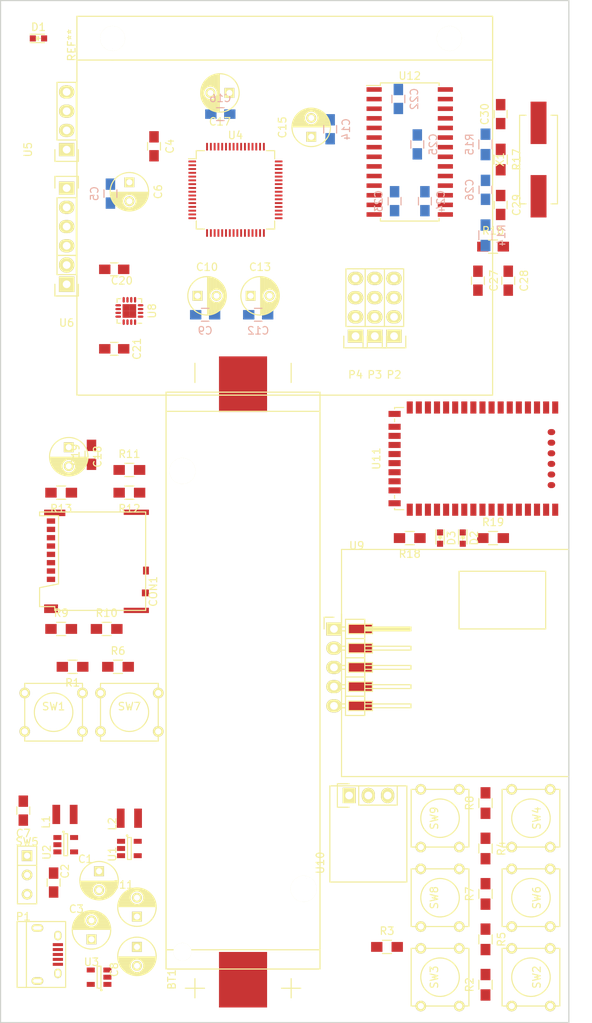
<source format=kicad_pcb>
(kicad_pcb (version 4) (host pcbnew 4.0.2-stable)

  (general
    (links 255)
    (no_connects 255)
    (area 36.924999 39.924999 112.075001 175.075001)
    (thickness 1.6)
    (drawings 4)
    (tracks 0)
    (zones 0)
    (modules 83)
    (nets 74)
  )

  (page A4)
  (title_block
    (title "SenseWalk2: Minimalistic version")
    (rev 1)
    (company "University of Central Florida\\nSenior Design G23\\nBenoit Brummer\\n\\n\\n")
  )

  (layers
    (0 F.Cu signal)
    (31 B.Cu signal)
    (32 B.Adhes user)
    (33 F.Adhes user)
    (34 B.Paste user)
    (35 F.Paste user)
    (36 B.SilkS user)
    (37 F.SilkS user)
    (38 B.Mask user)
    (39 F.Mask user)
    (40 Dwgs.User user)
    (41 Cmts.User user)
    (42 Eco1.User user)
    (43 Eco2.User user)
    (44 Edge.Cuts user)
    (45 Margin user)
    (46 B.CrtYd user)
    (47 F.CrtYd user)
    (48 B.Fab user)
    (49 F.Fab user)
  )

  (setup
    (last_trace_width 0.25)
    (user_trace_width 0.4)
    (user_trace_width 0.5)
    (user_trace_width 0.75)
    (user_trace_width 1)
    (user_trace_width 1.25)
    (user_trace_width 1.5)
    (user_trace_width 1.75)
    (trace_clearance 0.2)
    (zone_clearance 0.508)
    (zone_45_only yes)
    (trace_min 0.2)
    (segment_width 0.2)
    (edge_width 0.15)
    (via_size 0.6)
    (via_drill 0.4)
    (via_min_size 0.4)
    (via_min_drill 0.3)
    (uvia_size 0.3)
    (uvia_drill 0.1)
    (uvias_allowed no)
    (uvia_min_size 0.2)
    (uvia_min_drill 0.1)
    (pcb_text_width 0.3)
    (pcb_text_size 1.5 1.5)
    (mod_edge_width 0.15)
    (mod_text_size 1 1)
    (mod_text_width 0.15)
    (pad_size 1.524 1.524)
    (pad_drill 0.762)
    (pad_to_mask_clearance 0.2)
    (aux_axis_origin 0 0)
    (visible_elements FFFEFF7F)
    (pcbplotparams
      (layerselection 0x00030_80000001)
      (usegerberextensions false)
      (excludeedgelayer true)
      (linewidth 0.100000)
      (plotframeref false)
      (viasonmask false)
      (mode 1)
      (useauxorigin false)
      (hpglpennumber 1)
      (hpglpenspeed 20)
      (hpglpendiameter 15)
      (hpglpenoverlay 2)
      (psnegative false)
      (psa4output false)
      (plotreference true)
      (plotvalue true)
      (plotinvisibletext false)
      (padsonsilk false)
      (subtractmaskfromsilk false)
      (outputformat 1)
      (mirror false)
      (drillshape 1)
      (scaleselection 1)
      (outputdirectory pdf/))
  )

  (net 0 "")
  (net 1 "Net-(BT1-Pad1)")
  (net 2 GND)
  (net 3 +BATT)
  (net 4 +5V)
  (net 5 +3V3)
  (net 6 PD2_SD-CMD)
  (net 7 PC10_SD-D2)
  (net 8 PC11_SD-D3)
  (net 9 PC12_SD-CK)
  (net 10 PC8_SD-D0)
  (net 11 PC9_SD-D1)
  (net 12 PA15_SD-DET)
  (net 13 "Net-(L2-Pad1)")
  (net 14 /in5)
  (net 15 /in6)
  (net 16 /in7)
  (net 17 /in8)
  (net 18 /in1)
  (net 19 /in2)
  (net 20 /in3)
  (net 21 /in4)
  (net 22 PC13_dbg)
  (net 23 NRST)
  (net 24 PC0_MP3-SCL)
  (net 25 PC1_MP3-SDA)
  (net 26 PC2_MAG-MISO)
  (net 27 PA0_las)
  (net 28 PA1_las)
  (net 29 PA2_UART)
  (net 30 PA3_UART)
  (net 31 PA4_BTpcm-Sync)
  (net 32 PA5_MP3-SCK)
  (net 33 PA6_BT-RTS)
  (net 34 PA7_MP3-SDI)
  (net 35 PC4_BT-RX)
  (net 36 PC5_BT-TX)
  (net 37 PB1_BT-CTS)
  (net 38 PB2_BT-GP2)
  (net 39 PB10_MAG-SPC)
  (net 40 "Net-(D1-Pad2)")
  (net 41 PB12_MAG-INT)
  (net 42 PB13_MAG-TRIG)
  (net 43 PB14_MP3-RST)
  (net 44 PB15_MAG-MOSI)
  (net 45 PC6_MP3-DR)
  (net 46 PA9_GPS-RX)
  (net 47 PA13_dbg)
  (net 48 PA14_dbg)
  (net 49 PB3_BTpcm-CLK)
  (net 50 PB5_BTpcm-IN)
  (net 51 PB7_GPS-TX)
  (net 52 PB9_MAG-CS)
  (net 53 "Net-(P4-Pad4)")
  (net 54 "Net-(P4-Pad1)")
  (net 55 "Net-(P4-Pad2)")
  (net 56 "Net-(C26-Pad1)")
  (net 57 "Net-(C28-Pad1)")
  (net 58 "Net-(C29-Pad1)")
  (net 59 "Net-(C27-Pad1)")
  (net 60 "Net-(D2-Pad2)")
  (net 61 "Net-(D2-Pad1)")
  (net 62 "Net-(D3-Pad2)")
  (net 63 "Net-(D3-Pad1)")
  (net 64 "Net-(P3-Pad1)")
  (net 65 "Net-(P3-Pad2)")
  (net 66 "Net-(P3-Pad3)")
  (net 67 "Net-(P3-Pad4)")
  (net 68 "Net-(L1-Pad2)")
  (net 69 "Net-(C3-Pad2)")
  (net 70 "Net-(C26-Pad2)")
  (net 71 "Net-(C30-Pad1)")
  (net 72 PB0_mic)
  (net 73 PB11_BT-GP9)

  (net_class Default "This is the default net class."
    (clearance 0.2)
    (trace_width 0.25)
    (via_dia 0.6)
    (via_drill 0.4)
    (uvia_dia 0.3)
    (uvia_drill 0.1)
    (add_net +3V3)
    (add_net +5V)
    (add_net +BATT)
    (add_net /in1)
    (add_net /in2)
    (add_net /in3)
    (add_net /in4)
    (add_net /in5)
    (add_net /in6)
    (add_net /in7)
    (add_net /in8)
    (add_net GND)
    (add_net NRST)
    (add_net "Net-(BT1-Pad1)")
    (add_net "Net-(C26-Pad1)")
    (add_net "Net-(C26-Pad2)")
    (add_net "Net-(C27-Pad1)")
    (add_net "Net-(C28-Pad1)")
    (add_net "Net-(C29-Pad1)")
    (add_net "Net-(C3-Pad2)")
    (add_net "Net-(C30-Pad1)")
    (add_net "Net-(D1-Pad2)")
    (add_net "Net-(D2-Pad1)")
    (add_net "Net-(D2-Pad2)")
    (add_net "Net-(D3-Pad1)")
    (add_net "Net-(D3-Pad2)")
    (add_net "Net-(L1-Pad2)")
    (add_net "Net-(L2-Pad1)")
    (add_net "Net-(P3-Pad1)")
    (add_net "Net-(P3-Pad2)")
    (add_net "Net-(P3-Pad3)")
    (add_net "Net-(P3-Pad4)")
    (add_net "Net-(P4-Pad1)")
    (add_net "Net-(P4-Pad2)")
    (add_net "Net-(P4-Pad4)")
    (add_net PA0_las)
    (add_net PA13_dbg)
    (add_net PA14_dbg)
    (add_net PA15_SD-DET)
    (add_net PA1_las)
    (add_net PA2_UART)
    (add_net PA3_UART)
    (add_net PA4_BTpcm-Sync)
    (add_net PA5_MP3-SCK)
    (add_net PA6_BT-RTS)
    (add_net PA7_MP3-SDI)
    (add_net PA9_GPS-RX)
    (add_net PB0_mic)
    (add_net PB10_MAG-SPC)
    (add_net PB11_BT-GP9)
    (add_net PB12_MAG-INT)
    (add_net PB13_MAG-TRIG)
    (add_net PB14_MP3-RST)
    (add_net PB15_MAG-MOSI)
    (add_net PB1_BT-CTS)
    (add_net PB2_BT-GP2)
    (add_net PB3_BTpcm-CLK)
    (add_net PB5_BTpcm-IN)
    (add_net PB7_GPS-TX)
    (add_net PB9_MAG-CS)
    (add_net PC0_MP3-SCL)
    (add_net PC10_SD-D2)
    (add_net PC11_SD-D3)
    (add_net PC12_SD-CK)
    (add_net PC13_dbg)
    (add_net PC1_MP3-SDA)
    (add_net PC2_MAG-MISO)
    (add_net PC4_BT-RX)
    (add_net PC5_BT-TX)
    (add_net PC6_MP3-DR)
    (add_net PC8_SD-D0)
    (add_net PC9_SD-D1)
    (add_net PD2_SD-CMD)
  )

  (module Capacitors_ThroughHole:C_Radial_D5_L11_P2.5 (layer F.Cu) (tedit 56CBE4A7) (tstamp 56C95E4C)
    (at 50 155 270)
    (descr "Radial Electrolytic Capacitor Diameter 5mm x Length 11mm, Pitch 2.5mm")
    (tags "Electrolytic Capacitor")
    (path /56B9B3BD)
    (fp_text reference C1 (at -1.6 1.8 540) (layer F.SilkS)
      (effects (font (size 1 1) (thickness 0.15)))
    )
    (fp_text value 10uF (at 1.5 0 270) (layer F.Fab)
      (effects (font (size 1 1) (thickness 0.15)))
    )
    (fp_line (start 1.325 -2.499) (end 1.325 2.499) (layer F.SilkS) (width 0.15))
    (fp_line (start 1.465 -2.491) (end 1.465 2.491) (layer F.SilkS) (width 0.15))
    (fp_line (start 1.605 -2.475) (end 1.605 -0.095) (layer F.SilkS) (width 0.15))
    (fp_line (start 1.605 0.095) (end 1.605 2.475) (layer F.SilkS) (width 0.15))
    (fp_line (start 1.745 -2.451) (end 1.745 -0.49) (layer F.SilkS) (width 0.15))
    (fp_line (start 1.745 0.49) (end 1.745 2.451) (layer F.SilkS) (width 0.15))
    (fp_line (start 1.885 -2.418) (end 1.885 -0.657) (layer F.SilkS) (width 0.15))
    (fp_line (start 1.885 0.657) (end 1.885 2.418) (layer F.SilkS) (width 0.15))
    (fp_line (start 2.025 -2.377) (end 2.025 -0.764) (layer F.SilkS) (width 0.15))
    (fp_line (start 2.025 0.764) (end 2.025 2.377) (layer F.SilkS) (width 0.15))
    (fp_line (start 2.165 -2.327) (end 2.165 -0.835) (layer F.SilkS) (width 0.15))
    (fp_line (start 2.165 0.835) (end 2.165 2.327) (layer F.SilkS) (width 0.15))
    (fp_line (start 2.305 -2.266) (end 2.305 -0.879) (layer F.SilkS) (width 0.15))
    (fp_line (start 2.305 0.879) (end 2.305 2.266) (layer F.SilkS) (width 0.15))
    (fp_line (start 2.445 -2.196) (end 2.445 -0.898) (layer F.SilkS) (width 0.15))
    (fp_line (start 2.445 0.898) (end 2.445 2.196) (layer F.SilkS) (width 0.15))
    (fp_line (start 2.585 -2.114) (end 2.585 -0.896) (layer F.SilkS) (width 0.15))
    (fp_line (start 2.585 0.896) (end 2.585 2.114) (layer F.SilkS) (width 0.15))
    (fp_line (start 2.725 -2.019) (end 2.725 -0.871) (layer F.SilkS) (width 0.15))
    (fp_line (start 2.725 0.871) (end 2.725 2.019) (layer F.SilkS) (width 0.15))
    (fp_line (start 2.865 -1.908) (end 2.865 -0.823) (layer F.SilkS) (width 0.15))
    (fp_line (start 2.865 0.823) (end 2.865 1.908) (layer F.SilkS) (width 0.15))
    (fp_line (start 3.005 -1.78) (end 3.005 -0.745) (layer F.SilkS) (width 0.15))
    (fp_line (start 3.005 0.745) (end 3.005 1.78) (layer F.SilkS) (width 0.15))
    (fp_line (start 3.145 -1.631) (end 3.145 -0.628) (layer F.SilkS) (width 0.15))
    (fp_line (start 3.145 0.628) (end 3.145 1.631) (layer F.SilkS) (width 0.15))
    (fp_line (start 3.285 -1.452) (end 3.285 -0.44) (layer F.SilkS) (width 0.15))
    (fp_line (start 3.285 0.44) (end 3.285 1.452) (layer F.SilkS) (width 0.15))
    (fp_line (start 3.425 -1.233) (end 3.425 1.233) (layer F.SilkS) (width 0.15))
    (fp_line (start 3.565 -0.944) (end 3.565 0.944) (layer F.SilkS) (width 0.15))
    (fp_line (start 3.705 -0.472) (end 3.705 0.472) (layer F.SilkS) (width 0.15))
    (fp_circle (center 2.5 0) (end 2.5 -0.9) (layer F.SilkS) (width 0.15))
    (fp_circle (center 1.25 0) (end 1.25 -2.5375) (layer F.SilkS) (width 0.15))
    (fp_circle (center 1.25 0) (end 1.25 -2.8) (layer F.CrtYd) (width 0.05))
    (pad 1 thru_hole rect (at 0 0 270) (size 1.3 1.3) (drill 0.8) (layers *.Cu *.Mask F.SilkS)
      (net 3 +BATT))
    (pad 2 thru_hole circle (at 2.5 0 270) (size 1.3 1.3) (drill 0.8) (layers *.Cu *.Mask F.SilkS)
      (net 2 GND))
    (model Capacitors_ThroughHole.3dshapes/C_Radial_D5_L11_P2.5.wrl
      (at (xyz 0.049213 0 0))
      (scale (xyz 1 1 1))
      (rotate (xyz 0 0 90))
    )
  )

  (module con-trougnouf:MicroSD (layer F.Cu) (tedit 56CD09D4) (tstamp 56C96B0E)
    (at 43.65 112.05 90)
    (path /56C194C9)
    (fp_text reference CON1 (at -6 13.5 90) (layer F.SilkS)
      (effects (font (size 1 1) (thickness 0.15)))
    )
    (fp_text value uSD_Card (at 1 13.5 90) (layer F.Fab)
      (effects (font (size 1 1) (thickness 0.15)))
    )
    (fp_line (start -8 -0.5) (end -8 -1.5) (layer F.SilkS) (width 0.15))
    (fp_line (start -8 -1.5) (end -5.5 -1.5) (layer F.SilkS) (width 0.15))
    (fp_line (start -5.5 -1.5) (end -5 1) (layer F.SilkS) (width 0.15))
    (fp_line (start -5 1) (end 4 1) (layer F.SilkS) (width 0.15))
    (fp_line (start 4 1) (end 4 -1.5) (layer F.SilkS) (width 0.15))
    (fp_line (start 4 -1.5) (end 4.5 -1.5) (layer F.SilkS) (width 0.15))
    (fp_line (start 4.5 -1.5) (end 4.5 12.5) (layer F.SilkS) (width 0.15))
    (fp_line (start 4.5 12.5) (end -8.5 12.5) (layer F.SilkS) (width 0.15))
    (fp_line (start -8.5 12.5) (end -8.5 0.5) (layer F.SilkS) (width 0.15))
    (fp_line (start -8.5 0.5) (end -8 0.5) (layer F.SilkS) (width 0.15))
    (fp_line (start -8 0.5) (end -8 -0.5) (layer F.SilkS) (width 0.15))
    (pad 6 smd rect (at -2.2 0 90) (size 0.7 1.1) (layers F.Cu F.Paste F.Mask)
      (net 2 GND))
    (pad 3 smd rect (at 1.1 0 90) (size 0.7 1.1) (layers F.Cu F.Paste F.Mask)
      (net 6 PD2_SD-CMD))
    (pad ~ smd rect (at 4.38 0.5 90) (size 0.86 2.8) (layers F.Cu F.Paste F.Mask))
    (pad 1 smd rect (at 3.3 0 90) (size 0.7 1.1) (layers F.Cu F.Paste F.Mask)
      (net 7 PC10_SD-D2))
    (pad 2 smd rect (at 2.2 0 90) (size 0.7 1.1) (layers F.Cu F.Paste F.Mask)
      (net 8 PC11_SD-D3))
    (pad 4 smd rect (at 0 0 90) (size 0.7 1.1) (layers F.Cu F.Paste F.Mask)
      (net 5 +3V3))
    (pad 5 smd rect (at -1.1 0 90) (size 0.7 1.1) (layers F.Cu F.Paste F.Mask)
      (net 9 PC12_SD-CK))
    (pad 7 smd rect (at -3.3 0 90) (size 0.7 1.1) (layers F.Cu F.Paste F.Mask)
      (net 10 PC8_SD-D0))
    (pad 8 smd rect (at -4.4 0 90) (size 0.7 1.1) (layers F.Cu F.Paste F.Mask)
      (net 11 PC9_SD-D1))
    (pad ~ smd rect (at -8.28 0.015 90) (size 1.14 1.83) (layers F.Cu F.Paste F.Mask))
    (pad ~ smd rect (at -8.5 11.265 90) (size 0.7 3.33) (layers F.Cu F.Paste F.Mask))
    (pad 6 smd rect (at -6.19 12.465 90) (size 0.9 0.93) (layers F.Cu F.Paste F.Mask)
      (net 2 GND))
    (pad 9 smd rect (at -3.24 12.54 90) (size 1.05 0.78) (layers F.Cu F.Paste F.Mask)
      (net 12 PA15_SD-DET))
    (pad ~ smd rect (at 4.46 11.265 90) (size 0.7 3.33) (layers F.Cu F.Paste F.Mask))
  )

  (module BT:RN-52 (layer F.Cu) (tedit 55A59B3F) (tstamp 56C96415)
    (at 102 100.5 270)
    (path /56BFE3AB)
    (fp_text reference U11 (at 0 15.4 270) (layer F.SilkS)
      (effects (font (size 1 1) (thickness 0.15)))
    )
    (fp_text value RN-52 (at 0 0 270) (layer F.Fab)
      (effects (font (size 1 1) (thickness 0.15)))
    )
    (fp_line (start 4.85 13) (end 5.25 13) (layer F.SilkS) (width 0.15))
    (fp_line (start -5.25 13) (end -4.85 13) (layer F.SilkS) (width 0.15))
    (fp_line (start -6.75 -13) (end -6.75 -8.4) (layer B.CrtYd) (width 0.15))
    (fp_line (start -6.75 -8.4) (end 6.75 -8.4) (layer B.CrtYd) (width 0.15))
    (fp_line (start 6.75 -8.4) (end 6.75 -13) (layer B.CrtYd) (width 0.15))
    (fp_line (start 6.75 -13) (end -6.75 -13) (layer B.CrtYd) (width 0.15))
    (fp_line (start -6.75 -9) (end -7.75 -9) (layer F.CrtYd) (width 0.15))
    (fp_line (start -7.75 -9) (end -7.75 14) (layer F.CrtYd) (width 0.15))
    (fp_line (start -7.75 14) (end 8.05 14) (layer F.CrtYd) (width 0.15))
    (fp_line (start 8.05 14) (end 8.05 -9) (layer F.CrtYd) (width 0.15))
    (fp_line (start 8.05 -9) (end 6.75 -9) (layer F.CrtYd) (width 0.15))
    (fp_line (start -6.75 -9) (end -6.75 -13) (layer F.CrtYd) (width 0.15))
    (fp_line (start -6.75 -13) (end 6.75 -13) (layer F.CrtYd) (width 0.15))
    (fp_line (start 6.75 -13) (end 6.75 -9) (layer F.CrtYd) (width 0.15))
    (fp_line (start 6.75 13) (end 6.55 13) (layer F.SilkS) (width 0.15))
    (fp_line (start 6.75 11.8) (end 6.75 13) (layer F.SilkS) (width 0.15))
    (fp_line (start -6.75 11.8) (end -6.75 13) (layer F.SilkS) (width 0.15))
    (fp_line (start -6.75 13) (end -6.55 13) (layer F.SilkS) (width 0.15))
    (fp_text user "GND Edge" (at 0 -9.5 270) (layer F.Fab)
      (effects (font (size 1 1) (thickness 0.15)))
    )
    (fp_line (start -6.75 -8.4) (end 6.75 -8.4) (layer F.Fab) (width 0.15))
    (pad 28 smd rect (at 6.75 11 270) (size 1.6 0.8) (layers F.Cu F.Paste F.Mask))
    (pad 27 smd rect (at 5.9 13 270) (size 0.8 1.6) (layers F.Cu F.Paste F.Mask)
      (net 2 GND))
    (pad 19 smd rect (at -4.2 13 270) (size 0.8 1.6) (layers F.Cu F.Paste F.Mask))
    (pad 1 smd rect (at -6.75 -8.2 270) (size 1.6 0.8) (layers F.Cu F.Paste F.Mask)
      (net 2 GND))
    (pad 2 smd rect (at -6.75 -7 270) (size 1.6 0.8) (layers F.Cu F.Paste F.Mask)
      (net 38 PB2_BT-GP2))
    (pad 3 smd rect (at -6.75 -5.8 270) (size 1.6 0.8) (layers F.Cu F.Paste F.Mask))
    (pad 4 smd rect (at -6.75 -4.6 270) (size 1.6 0.8) (layers F.Cu F.Paste F.Mask))
    (pad 5 smd rect (at -6.75 -3.4 270) (size 1.6 0.8) (layers F.Cu F.Paste F.Mask))
    (pad 6 smd rect (at -6.75 -2.2 270) (size 1.6 0.8) (layers F.Cu F.Paste F.Mask))
    (pad 7 smd rect (at -6.75 -1 270) (size 1.6 0.8) (layers F.Cu F.Paste F.Mask))
    (pad 8 smd rect (at -6.75 0.2 270) (size 1.6 0.8) (layers F.Cu F.Paste F.Mask))
    (pad 9 smd rect (at -6.75 1.4 270) (size 1.6 0.8) (layers F.Cu F.Paste F.Mask))
    (pad 10 smd rect (at -6.75 2.6 270) (size 1.6 0.8) (layers F.Cu F.Paste F.Mask))
    (pad 11 smd rect (at -6.75 3.8 270) (size 1.6 0.8) (layers F.Cu F.Paste F.Mask)
      (net 73 PB11_BT-GP9))
    (pad 12 smd rect (at -6.75 5 270) (size 1.6 0.8) (layers F.Cu F.Paste F.Mask))
    (pad 13 smd rect (at -6.75 6.2 270) (size 1.6 0.8) (layers F.Cu F.Paste F.Mask))
    (pad 14 smd rect (at -6.75 7.4 270) (size 1.6 0.8) (layers F.Cu F.Paste F.Mask)
      (net 33 PA6_BT-RTS))
    (pad 15 smd rect (at -6.75 8.6 270) (size 1.6 0.8) (layers F.Cu F.Paste F.Mask)
      (net 37 PB1_BT-CTS))
    (pad 16 smd rect (at -6.75 9.8 270) (size 1.6 0.8) (layers F.Cu F.Paste F.Mask)
      (net 36 PC5_BT-TX))
    (pad 17 smd rect (at -6.75 11 270) (size 1.6 0.8) (layers F.Cu F.Paste F.Mask)
      (net 35 PC4_BT-RX))
    (pad 18 smd rect (at -5.9 13 270) (size 0.8 1.6) (layers F.Cu F.Paste F.Mask)
      (net 2 GND))
    (pad 20 smd rect (at -3 13 270) (size 0.8 1.6) (layers F.Cu F.Paste F.Mask))
    (pad 21 smd rect (at -1.8 13 270) (size 0.8 1.6) (layers F.Cu F.Paste F.Mask)
      (net 5 +3V3))
    (pad 22 smd rect (at -0.6 13 270) (size 0.8 1.6) (layers F.Cu F.Paste F.Mask)
      (net 5 +3V3))
    (pad 23 smd rect (at 0.6 13 270) (size 0.8 1.6) (layers F.Cu F.Paste F.Mask)
      (net 67 "Net-(P3-Pad4)"))
    (pad 24 smd rect (at 1.8 13 270) (size 0.8 1.6) (layers F.Cu F.Paste F.Mask)
      (net 66 "Net-(P3-Pad3)"))
    (pad 25 smd rect (at 3 13 270) (size 0.8 1.6) (layers F.Cu F.Paste F.Mask)
      (net 65 "Net-(P3-Pad2)"))
    (pad 26 smd rect (at 4.2 13 270) (size 0.8 1.6) (layers F.Cu F.Paste F.Mask)
      (net 64 "Net-(P3-Pad1)"))
    (pad 29 smd rect (at 6.75 9.8 270) (size 1.6 0.8) (layers F.Cu F.Paste F.Mask))
    (pad 30 smd rect (at 6.75 8.6 270) (size 1.6 0.8) (layers F.Cu F.Paste F.Mask))
    (pad 31 smd rect (at 6.75 7.4 270) (size 1.6 0.8) (layers F.Cu F.Paste F.Mask))
    (pad 32 smd rect (at 6.75 6.2 270) (size 1.6 0.8) (layers F.Cu F.Paste F.Mask)
      (net 63 "Net-(D3-Pad1)"))
    (pad 33 smd rect (at 6.75 5 270) (size 1.6 0.8) (layers F.Cu F.Paste F.Mask)
      (net 61 "Net-(D2-Pad1)"))
    (pad 34 smd rect (at 6.75 3.8 270) (size 1.6 0.8) (layers F.Cu F.Paste F.Mask))
    (pad 35 smd rect (at 6.75 2.6 270) (size 1.6 0.8) (layers F.Cu F.Paste F.Mask))
    (pad 36 smd rect (at 6.75 1.4 270) (size 1.6 0.8) (layers F.Cu F.Paste F.Mask))
    (pad 37 smd rect (at 6.75 0.2 270) (size 1.6 0.8) (layers F.Cu F.Paste F.Mask))
    (pad 38 smd rect (at 6.75 -1 270) (size 1.6 0.8) (layers F.Cu F.Paste F.Mask))
    (pad 39 smd rect (at 6.75 -2.2 270) (size 1.6 0.8) (layers F.Cu F.Paste F.Mask)
      (net 2 GND))
    (pad 40 smd rect (at 6.75 -3.4 270) (size 1.6 0.8) (layers F.Cu F.Paste F.Mask))
    (pad 41 smd rect (at 6.75 -4.6 270) (size 1.6 0.8) (layers F.Cu F.Paste F.Mask))
    (pad 42 smd rect (at 6.75 -5.8 270) (size 1.6 0.8) (layers F.Cu F.Paste F.Mask))
    (pad 43 smd rect (at 6.75 -7 270) (size 1.6 0.8) (layers F.Cu F.Paste F.Mask))
    (pad 44 smd rect (at 6.75 -8.2 270) (size 1.6 0.8) (layers F.Cu F.Paste F.Mask)
      (net 2 GND))
    (pad 45 smd oval (at 3.5 -7.7 270) (size 0.8 1) (layers F.Cu F.Paste F.Mask)
      (net 2 GND))
    (pad 46 smd oval (at 2.1 -7.7 270) (size 0.8 1) (layers F.Cu F.Paste F.Mask)
      (net 2 GND))
    (pad 47 smd oval (at 0.7 -7.7 270) (size 0.8 1) (layers F.Cu F.Paste F.Mask)
      (net 2 GND))
    (pad 48 smd oval (at -0.7 -7.7 270) (size 0.8 1) (layers F.Cu F.Paste F.Mask)
      (net 2 GND))
    (pad 49 smd oval (at -2.1 -7.7 270) (size 0.8 1) (layers F.Cu F.Paste F.Mask)
      (net 2 GND))
    (pad 50 smd oval (at -3.5 -7.7 270) (size 0.8 1) (layers F.Cu F.Paste F.Mask)
      (net 2 GND))
  )

  (module con-trougnouf:18650BatteryHolder (layer F.Cu) (tedit 56CBE491) (tstamp 56C95E46)
    (at 69 173 270)
    (descr http://keyelco.com/product-pdf.cfm?p=13957)
    (tags " Keystone Electronics 1042P")
    (path /56B971E8)
    (fp_text reference BT1 (at -3.7 9.4 270) (layer F.SilkS)
      (effects (font (size 1 1) (thickness 0.15)))
    )
    (fp_text value Battery (at -29 0 270) (layer F.Fab)
      (effects (font (size 1 1) (thickness 0.15)))
    )
    (fp_line (start -2.54 5.08) (end -2.54 7.62) (layer F.SilkS) (width 0.15))
    (fp_line (start -3.81 6.35) (end -1.27 6.35) (layer F.SilkS) (width 0.15))
    (fp_line (start -2.54 -7.62) (end -2.54 -5.08) (layer F.SilkS) (width 0.15))
    (fp_line (start -3.81 -6.35) (end -1.27 -6.35) (layer F.SilkS) (width 0.15))
    (fp_line (start -85.09 6.35) (end -82.55 6.35) (layer F.SilkS) (width 0.15))
    (fp_line (start -82.55 -6.35) (end -85.09 -6.35) (layer F.SilkS) (width 0.15))
    (fp_line (start -78.74 -10.16) (end -81.28 -10.16) (layer F.SilkS) (width 0.15))
    (fp_line (start -81.28 -10.16) (end -81.28 10.16) (layer F.SilkS) (width 0.15))
    (fp_line (start -81.28 10.16) (end -78.74 10.16) (layer F.SilkS) (width 0.15))
    (fp_line (start -7.62 10.16) (end -6.35 10.16) (layer F.SilkS) (width 0.15))
    (fp_line (start -6.35 10.16) (end -5.08 10.16) (layer F.SilkS) (width 0.15))
    (fp_line (start -5.08 10.16) (end -5.08 -10.16) (layer F.SilkS) (width 0.15))
    (fp_line (start -5.08 -10.16) (end -7.62 -10.16) (layer F.SilkS) (width 0.15))
    (fp_line (start -7.62 -10.16) (end -7.62 10.16) (layer F.SilkS) (width 0.15))
    (fp_line (start -7.62 10.16) (end -78.74 10.16) (layer F.SilkS) (width 0.15))
    (fp_line (start -78.74 10.16) (end -78.74 -10.16) (layer F.SilkS) (width 0.15))
    (fp_line (start -78.74 -10.16) (end -7.62 -10.16) (layer F.SilkS) (width 0.15))
    (pad "" np_thru_hole oval (at -70.87 8 270) (size 3.45 3.45) (drill 3.45) (layers *.Cu *.Mask F.SilkS))
    (pad 1 smd rect (at -3.67 0 270) (size 7.34 6.35) (layers F.Cu F.Paste F.Mask)
      (net 1 "Net-(BT1-Pad1)"))
    (pad 2 smd rect (at -82.33 0 270) (size 7.34 6.35) (layers F.Cu F.Paste F.Mask)
      (net 2 GND))
    (pad "" np_thru_hole oval (at -7.34 8 270) (size 2.39 2.39) (drill 2.39) (layers *.Cu *.Mask F.SilkS))
    (pad "" np_thru_hole oval (at -15.67 -8 270) (size 3.45 3.45) (drill 3.45) (layers *.Cu *.Mask F.SilkS))
  )

  (module Capacitors_ThroughHole:C_Radial_D5_L11_P2.5 (layer F.Cu) (tedit 56CA7DDC) (tstamp 56C95E58)
    (at 49 164 90)
    (descr "Radial Electrolytic Capacitor Diameter 5mm x Length 11mm, Pitch 2.5mm")
    (tags "Electrolytic Capacitor")
    (path /56B99A60)
    (fp_text reference C3 (at 4 -2 180) (layer F.SilkS)
      (effects (font (size 1 1) (thickness 0.15)))
    )
    (fp_text value 1uF (at 1 0 180) (layer F.Fab)
      (effects (font (size 1 1) (thickness 0.15)))
    )
    (fp_line (start 1.325 -2.499) (end 1.325 2.499) (layer F.SilkS) (width 0.15))
    (fp_line (start 1.465 -2.491) (end 1.465 2.491) (layer F.SilkS) (width 0.15))
    (fp_line (start 1.605 -2.475) (end 1.605 -0.095) (layer F.SilkS) (width 0.15))
    (fp_line (start 1.605 0.095) (end 1.605 2.475) (layer F.SilkS) (width 0.15))
    (fp_line (start 1.745 -2.451) (end 1.745 -0.49) (layer F.SilkS) (width 0.15))
    (fp_line (start 1.745 0.49) (end 1.745 2.451) (layer F.SilkS) (width 0.15))
    (fp_line (start 1.885 -2.418) (end 1.885 -0.657) (layer F.SilkS) (width 0.15))
    (fp_line (start 1.885 0.657) (end 1.885 2.418) (layer F.SilkS) (width 0.15))
    (fp_line (start 2.025 -2.377) (end 2.025 -0.764) (layer F.SilkS) (width 0.15))
    (fp_line (start 2.025 0.764) (end 2.025 2.377) (layer F.SilkS) (width 0.15))
    (fp_line (start 2.165 -2.327) (end 2.165 -0.835) (layer F.SilkS) (width 0.15))
    (fp_line (start 2.165 0.835) (end 2.165 2.327) (layer F.SilkS) (width 0.15))
    (fp_line (start 2.305 -2.266) (end 2.305 -0.879) (layer F.SilkS) (width 0.15))
    (fp_line (start 2.305 0.879) (end 2.305 2.266) (layer F.SilkS) (width 0.15))
    (fp_line (start 2.445 -2.196) (end 2.445 -0.898) (layer F.SilkS) (width 0.15))
    (fp_line (start 2.445 0.898) (end 2.445 2.196) (layer F.SilkS) (width 0.15))
    (fp_line (start 2.585 -2.114) (end 2.585 -0.896) (layer F.SilkS) (width 0.15))
    (fp_line (start 2.585 0.896) (end 2.585 2.114) (layer F.SilkS) (width 0.15))
    (fp_line (start 2.725 -2.019) (end 2.725 -0.871) (layer F.SilkS) (width 0.15))
    (fp_line (start 2.725 0.871) (end 2.725 2.019) (layer F.SilkS) (width 0.15))
    (fp_line (start 2.865 -1.908) (end 2.865 -0.823) (layer F.SilkS) (width 0.15))
    (fp_line (start 2.865 0.823) (end 2.865 1.908) (layer F.SilkS) (width 0.15))
    (fp_line (start 3.005 -1.78) (end 3.005 -0.745) (layer F.SilkS) (width 0.15))
    (fp_line (start 3.005 0.745) (end 3.005 1.78) (layer F.SilkS) (width 0.15))
    (fp_line (start 3.145 -1.631) (end 3.145 -0.628) (layer F.SilkS) (width 0.15))
    (fp_line (start 3.145 0.628) (end 3.145 1.631) (layer F.SilkS) (width 0.15))
    (fp_line (start 3.285 -1.452) (end 3.285 -0.44) (layer F.SilkS) (width 0.15))
    (fp_line (start 3.285 0.44) (end 3.285 1.452) (layer F.SilkS) (width 0.15))
    (fp_line (start 3.425 -1.233) (end 3.425 1.233) (layer F.SilkS) (width 0.15))
    (fp_line (start 3.565 -0.944) (end 3.565 0.944) (layer F.SilkS) (width 0.15))
    (fp_line (start 3.705 -0.472) (end 3.705 0.472) (layer F.SilkS) (width 0.15))
    (fp_circle (center 2.5 0) (end 2.5 -0.9) (layer F.SilkS) (width 0.15))
    (fp_circle (center 1.25 0) (end 1.25 -2.5375) (layer F.SilkS) (width 0.15))
    (fp_circle (center 1.25 0) (end 1.25 -2.8) (layer F.CrtYd) (width 0.05))
    (pad 1 thru_hole rect (at 0 0 90) (size 1.3 1.3) (drill 0.8) (layers *.Cu *.Mask F.SilkS)
      (net 2 GND))
    (pad 2 thru_hole circle (at 2.5 0 90) (size 1.3 1.3) (drill 0.8) (layers *.Cu *.Mask F.SilkS)
      (net 69 "Net-(C3-Pad2)"))
    (model Capacitors_ThroughHole.3dshapes/C_Radial_D5_L11_P2.5.wrl
      (at (xyz 0.049213 0 0))
      (scale (xyz 1 1 1))
      (rotate (xyz 0 0 90))
    )
  )

  (module Capacitors_SMD:C_0805_HandSoldering (layer F.Cu) (tedit 541A9B8D) (tstamp 56C95E5E)
    (at 57.25 59.25 270)
    (descr "Capacitor SMD 0805, hand soldering")
    (tags "capacitor 0805")
    (path /56C98142)
    (attr smd)
    (fp_text reference C4 (at 0 -2.1 270) (layer F.SilkS)
      (effects (font (size 1 1) (thickness 0.15)))
    )
    (fp_text value 0.1uF (at 0 2.1 270) (layer F.Fab)
      (effects (font (size 1 1) (thickness 0.15)))
    )
    (fp_line (start -2.3 -1) (end 2.3 -1) (layer F.CrtYd) (width 0.05))
    (fp_line (start -2.3 1) (end 2.3 1) (layer F.CrtYd) (width 0.05))
    (fp_line (start -2.3 -1) (end -2.3 1) (layer F.CrtYd) (width 0.05))
    (fp_line (start 2.3 -1) (end 2.3 1) (layer F.CrtYd) (width 0.05))
    (fp_line (start 0.5 -0.85) (end -0.5 -0.85) (layer F.SilkS) (width 0.15))
    (fp_line (start -0.5 0.85) (end 0.5 0.85) (layer F.SilkS) (width 0.15))
    (pad 1 smd rect (at -1.25 0 270) (size 1.5 1.25) (layers F.Cu F.Paste F.Mask)
      (net 2 GND))
    (pad 2 smd rect (at 1.25 0 270) (size 1.5 1.25) (layers F.Cu F.Paste F.Mask)
      (net 5 +3V3))
    (model Capacitors_SMD.3dshapes/C_0805_HandSoldering.wrl
      (at (xyz 0 0 0))
      (scale (xyz 1 1 1))
      (rotate (xyz 0 0 0))
    )
  )

  (module Capacitors_ThroughHole:C_Radial_D5_L11_P2.5 (layer F.Cu) (tedit 0) (tstamp 56C95E6A)
    (at 54 64 270)
    (descr "Radial Electrolytic Capacitor Diameter 5mm x Length 11mm, Pitch 2.5mm")
    (tags "Electrolytic Capacitor")
    (path /56CA080D)
    (fp_text reference C6 (at 1.25 -3.8 270) (layer F.SilkS)
      (effects (font (size 1 1) (thickness 0.15)))
    )
    (fp_text value 4.7uF (at 1.25 3.8 270) (layer F.Fab)
      (effects (font (size 1 1) (thickness 0.15)))
    )
    (fp_line (start 1.325 -2.499) (end 1.325 2.499) (layer F.SilkS) (width 0.15))
    (fp_line (start 1.465 -2.491) (end 1.465 2.491) (layer F.SilkS) (width 0.15))
    (fp_line (start 1.605 -2.475) (end 1.605 -0.095) (layer F.SilkS) (width 0.15))
    (fp_line (start 1.605 0.095) (end 1.605 2.475) (layer F.SilkS) (width 0.15))
    (fp_line (start 1.745 -2.451) (end 1.745 -0.49) (layer F.SilkS) (width 0.15))
    (fp_line (start 1.745 0.49) (end 1.745 2.451) (layer F.SilkS) (width 0.15))
    (fp_line (start 1.885 -2.418) (end 1.885 -0.657) (layer F.SilkS) (width 0.15))
    (fp_line (start 1.885 0.657) (end 1.885 2.418) (layer F.SilkS) (width 0.15))
    (fp_line (start 2.025 -2.377) (end 2.025 -0.764) (layer F.SilkS) (width 0.15))
    (fp_line (start 2.025 0.764) (end 2.025 2.377) (layer F.SilkS) (width 0.15))
    (fp_line (start 2.165 -2.327) (end 2.165 -0.835) (layer F.SilkS) (width 0.15))
    (fp_line (start 2.165 0.835) (end 2.165 2.327) (layer F.SilkS) (width 0.15))
    (fp_line (start 2.305 -2.266) (end 2.305 -0.879) (layer F.SilkS) (width 0.15))
    (fp_line (start 2.305 0.879) (end 2.305 2.266) (layer F.SilkS) (width 0.15))
    (fp_line (start 2.445 -2.196) (end 2.445 -0.898) (layer F.SilkS) (width 0.15))
    (fp_line (start 2.445 0.898) (end 2.445 2.196) (layer F.SilkS) (width 0.15))
    (fp_line (start 2.585 -2.114) (end 2.585 -0.896) (layer F.SilkS) (width 0.15))
    (fp_line (start 2.585 0.896) (end 2.585 2.114) (layer F.SilkS) (width 0.15))
    (fp_line (start 2.725 -2.019) (end 2.725 -0.871) (layer F.SilkS) (width 0.15))
    (fp_line (start 2.725 0.871) (end 2.725 2.019) (layer F.SilkS) (width 0.15))
    (fp_line (start 2.865 -1.908) (end 2.865 -0.823) (layer F.SilkS) (width 0.15))
    (fp_line (start 2.865 0.823) (end 2.865 1.908) (layer F.SilkS) (width 0.15))
    (fp_line (start 3.005 -1.78) (end 3.005 -0.745) (layer F.SilkS) (width 0.15))
    (fp_line (start 3.005 0.745) (end 3.005 1.78) (layer F.SilkS) (width 0.15))
    (fp_line (start 3.145 -1.631) (end 3.145 -0.628) (layer F.SilkS) (width 0.15))
    (fp_line (start 3.145 0.628) (end 3.145 1.631) (layer F.SilkS) (width 0.15))
    (fp_line (start 3.285 -1.452) (end 3.285 -0.44) (layer F.SilkS) (width 0.15))
    (fp_line (start 3.285 0.44) (end 3.285 1.452) (layer F.SilkS) (width 0.15))
    (fp_line (start 3.425 -1.233) (end 3.425 1.233) (layer F.SilkS) (width 0.15))
    (fp_line (start 3.565 -0.944) (end 3.565 0.944) (layer F.SilkS) (width 0.15))
    (fp_line (start 3.705 -0.472) (end 3.705 0.472) (layer F.SilkS) (width 0.15))
    (fp_circle (center 2.5 0) (end 2.5 -0.9) (layer F.SilkS) (width 0.15))
    (fp_circle (center 1.25 0) (end 1.25 -2.5375) (layer F.SilkS) (width 0.15))
    (fp_circle (center 1.25 0) (end 1.25 -2.8) (layer F.CrtYd) (width 0.05))
    (pad 1 thru_hole rect (at 0 0 270) (size 1.3 1.3) (drill 0.8) (layers *.Cu *.Mask F.SilkS)
      (net 2 GND))
    (pad 2 thru_hole circle (at 2.5 0 270) (size 1.3 1.3) (drill 0.8) (layers *.Cu *.Mask F.SilkS)
      (net 5 +3V3))
    (model Capacitors_ThroughHole.3dshapes/C_Radial_D5_L11_P2.5.wrl
      (at (xyz 0.049213 0 0))
      (scale (xyz 1 1 1))
      (rotate (xyz 0 0 90))
    )
  )

  (module Capacitors_SMD:C_0805_HandSoldering (layer F.Cu) (tedit 56CA7D73) (tstamp 56C95E70)
    (at 40 147 270)
    (descr "Capacitor SMD 0805, hand soldering")
    (tags "capacitor 0805")
    (path /56D339A8)
    (attr smd)
    (fp_text reference C7 (at 3 0 360) (layer F.SilkS)
      (effects (font (size 1 1) (thickness 0.15)))
    )
    (fp_text value 10uF (at -0.5 0 270) (layer F.Fab)
      (effects (font (size 1 1) (thickness 0.15)))
    )
    (fp_line (start -2.3 -1) (end 2.3 -1) (layer F.CrtYd) (width 0.05))
    (fp_line (start -2.3 1) (end 2.3 1) (layer F.CrtYd) (width 0.05))
    (fp_line (start -2.3 -1) (end -2.3 1) (layer F.CrtYd) (width 0.05))
    (fp_line (start 2.3 -1) (end 2.3 1) (layer F.CrtYd) (width 0.05))
    (fp_line (start 0.5 -0.85) (end -0.5 -0.85) (layer F.SilkS) (width 0.15))
    (fp_line (start -0.5 0.85) (end 0.5 0.85) (layer F.SilkS) (width 0.15))
    (pad 1 smd rect (at -1.25 0 270) (size 1.5 1.25) (layers F.Cu F.Paste F.Mask)
      (net 4 +5V))
    (pad 2 smd rect (at 1.25 0 270) (size 1.5 1.25) (layers F.Cu F.Paste F.Mask)
      (net 2 GND))
    (model Capacitors_SMD.3dshapes/C_0805_HandSoldering.wrl
      (at (xyz 0 0 0))
      (scale (xyz 1 1 1))
      (rotate (xyz 0 0 0))
    )
  )

  (module Capacitors_ThroughHole:C_Radial_D5_L11_P2.5 (layer F.Cu) (tedit 56CA7DD3) (tstamp 56C95E76)
    (at 55 165 270)
    (descr "Radial Electrolytic Capacitor Diameter 5mm x Length 11mm, Pitch 2.5mm")
    (tags "Electrolytic Capacitor")
    (path /56B9A3C3)
    (fp_text reference C8 (at 3 3 270) (layer F.SilkS)
      (effects (font (size 1 1) (thickness 0.15)))
    )
    (fp_text value 1uF (at 1 0 270) (layer F.Fab)
      (effects (font (size 1 1) (thickness 0.15)))
    )
    (fp_line (start 1.325 -2.499) (end 1.325 2.499) (layer F.SilkS) (width 0.15))
    (fp_line (start 1.465 -2.491) (end 1.465 2.491) (layer F.SilkS) (width 0.15))
    (fp_line (start 1.605 -2.475) (end 1.605 -0.095) (layer F.SilkS) (width 0.15))
    (fp_line (start 1.605 0.095) (end 1.605 2.475) (layer F.SilkS) (width 0.15))
    (fp_line (start 1.745 -2.451) (end 1.745 -0.49) (layer F.SilkS) (width 0.15))
    (fp_line (start 1.745 0.49) (end 1.745 2.451) (layer F.SilkS) (width 0.15))
    (fp_line (start 1.885 -2.418) (end 1.885 -0.657) (layer F.SilkS) (width 0.15))
    (fp_line (start 1.885 0.657) (end 1.885 2.418) (layer F.SilkS) (width 0.15))
    (fp_line (start 2.025 -2.377) (end 2.025 -0.764) (layer F.SilkS) (width 0.15))
    (fp_line (start 2.025 0.764) (end 2.025 2.377) (layer F.SilkS) (width 0.15))
    (fp_line (start 2.165 -2.327) (end 2.165 -0.835) (layer F.SilkS) (width 0.15))
    (fp_line (start 2.165 0.835) (end 2.165 2.327) (layer F.SilkS) (width 0.15))
    (fp_line (start 2.305 -2.266) (end 2.305 -0.879) (layer F.SilkS) (width 0.15))
    (fp_line (start 2.305 0.879) (end 2.305 2.266) (layer F.SilkS) (width 0.15))
    (fp_line (start 2.445 -2.196) (end 2.445 -0.898) (layer F.SilkS) (width 0.15))
    (fp_line (start 2.445 0.898) (end 2.445 2.196) (layer F.SilkS) (width 0.15))
    (fp_line (start 2.585 -2.114) (end 2.585 -0.896) (layer F.SilkS) (width 0.15))
    (fp_line (start 2.585 0.896) (end 2.585 2.114) (layer F.SilkS) (width 0.15))
    (fp_line (start 2.725 -2.019) (end 2.725 -0.871) (layer F.SilkS) (width 0.15))
    (fp_line (start 2.725 0.871) (end 2.725 2.019) (layer F.SilkS) (width 0.15))
    (fp_line (start 2.865 -1.908) (end 2.865 -0.823) (layer F.SilkS) (width 0.15))
    (fp_line (start 2.865 0.823) (end 2.865 1.908) (layer F.SilkS) (width 0.15))
    (fp_line (start 3.005 -1.78) (end 3.005 -0.745) (layer F.SilkS) (width 0.15))
    (fp_line (start 3.005 0.745) (end 3.005 1.78) (layer F.SilkS) (width 0.15))
    (fp_line (start 3.145 -1.631) (end 3.145 -0.628) (layer F.SilkS) (width 0.15))
    (fp_line (start 3.145 0.628) (end 3.145 1.631) (layer F.SilkS) (width 0.15))
    (fp_line (start 3.285 -1.452) (end 3.285 -0.44) (layer F.SilkS) (width 0.15))
    (fp_line (start 3.285 0.44) (end 3.285 1.452) (layer F.SilkS) (width 0.15))
    (fp_line (start 3.425 -1.233) (end 3.425 1.233) (layer F.SilkS) (width 0.15))
    (fp_line (start 3.565 -0.944) (end 3.565 0.944) (layer F.SilkS) (width 0.15))
    (fp_line (start 3.705 -0.472) (end 3.705 0.472) (layer F.SilkS) (width 0.15))
    (fp_circle (center 2.5 0) (end 2.5 -0.9) (layer F.SilkS) (width 0.15))
    (fp_circle (center 1.25 0) (end 1.25 -2.5375) (layer F.SilkS) (width 0.15))
    (fp_circle (center 1.25 0) (end 1.25 -2.8) (layer F.CrtYd) (width 0.05))
    (pad 1 thru_hole rect (at 0 0 270) (size 1.3 1.3) (drill 0.8) (layers *.Cu *.Mask F.SilkS)
      (net 1 "Net-(BT1-Pad1)"))
    (pad 2 thru_hole circle (at 2.5 0 270) (size 1.3 1.3) (drill 0.8) (layers *.Cu *.Mask F.SilkS)
      (net 2 GND))
    (model Capacitors_ThroughHole.3dshapes/C_Radial_D5_L11_P2.5.wrl
      (at (xyz 0.049213 0 0))
      (scale (xyz 1 1 1))
      (rotate (xyz 0 0 90))
    )
  )

  (module Capacitors_ThroughHole:C_Radial_D5_L11_P2.5 (layer F.Cu) (tedit 0) (tstamp 56C95E82)
    (at 63 79)
    (descr "Radial Electrolytic Capacitor Diameter 5mm x Length 11mm, Pitch 2.5mm")
    (tags "Electrolytic Capacitor")
    (path /56C9327D)
    (fp_text reference C10 (at 1.25 -3.8) (layer F.SilkS)
      (effects (font (size 1 1) (thickness 0.15)))
    )
    (fp_text value 4.7uF (at 1.25 3.8) (layer F.Fab)
      (effects (font (size 1 1) (thickness 0.15)))
    )
    (fp_line (start 1.325 -2.499) (end 1.325 2.499) (layer F.SilkS) (width 0.15))
    (fp_line (start 1.465 -2.491) (end 1.465 2.491) (layer F.SilkS) (width 0.15))
    (fp_line (start 1.605 -2.475) (end 1.605 -0.095) (layer F.SilkS) (width 0.15))
    (fp_line (start 1.605 0.095) (end 1.605 2.475) (layer F.SilkS) (width 0.15))
    (fp_line (start 1.745 -2.451) (end 1.745 -0.49) (layer F.SilkS) (width 0.15))
    (fp_line (start 1.745 0.49) (end 1.745 2.451) (layer F.SilkS) (width 0.15))
    (fp_line (start 1.885 -2.418) (end 1.885 -0.657) (layer F.SilkS) (width 0.15))
    (fp_line (start 1.885 0.657) (end 1.885 2.418) (layer F.SilkS) (width 0.15))
    (fp_line (start 2.025 -2.377) (end 2.025 -0.764) (layer F.SilkS) (width 0.15))
    (fp_line (start 2.025 0.764) (end 2.025 2.377) (layer F.SilkS) (width 0.15))
    (fp_line (start 2.165 -2.327) (end 2.165 -0.835) (layer F.SilkS) (width 0.15))
    (fp_line (start 2.165 0.835) (end 2.165 2.327) (layer F.SilkS) (width 0.15))
    (fp_line (start 2.305 -2.266) (end 2.305 -0.879) (layer F.SilkS) (width 0.15))
    (fp_line (start 2.305 0.879) (end 2.305 2.266) (layer F.SilkS) (width 0.15))
    (fp_line (start 2.445 -2.196) (end 2.445 -0.898) (layer F.SilkS) (width 0.15))
    (fp_line (start 2.445 0.898) (end 2.445 2.196) (layer F.SilkS) (width 0.15))
    (fp_line (start 2.585 -2.114) (end 2.585 -0.896) (layer F.SilkS) (width 0.15))
    (fp_line (start 2.585 0.896) (end 2.585 2.114) (layer F.SilkS) (width 0.15))
    (fp_line (start 2.725 -2.019) (end 2.725 -0.871) (layer F.SilkS) (width 0.15))
    (fp_line (start 2.725 0.871) (end 2.725 2.019) (layer F.SilkS) (width 0.15))
    (fp_line (start 2.865 -1.908) (end 2.865 -0.823) (layer F.SilkS) (width 0.15))
    (fp_line (start 2.865 0.823) (end 2.865 1.908) (layer F.SilkS) (width 0.15))
    (fp_line (start 3.005 -1.78) (end 3.005 -0.745) (layer F.SilkS) (width 0.15))
    (fp_line (start 3.005 0.745) (end 3.005 1.78) (layer F.SilkS) (width 0.15))
    (fp_line (start 3.145 -1.631) (end 3.145 -0.628) (layer F.SilkS) (width 0.15))
    (fp_line (start 3.145 0.628) (end 3.145 1.631) (layer F.SilkS) (width 0.15))
    (fp_line (start 3.285 -1.452) (end 3.285 -0.44) (layer F.SilkS) (width 0.15))
    (fp_line (start 3.285 0.44) (end 3.285 1.452) (layer F.SilkS) (width 0.15))
    (fp_line (start 3.425 -1.233) (end 3.425 1.233) (layer F.SilkS) (width 0.15))
    (fp_line (start 3.565 -0.944) (end 3.565 0.944) (layer F.SilkS) (width 0.15))
    (fp_line (start 3.705 -0.472) (end 3.705 0.472) (layer F.SilkS) (width 0.15))
    (fp_circle (center 2.5 0) (end 2.5 -0.9) (layer F.SilkS) (width 0.15))
    (fp_circle (center 1.25 0) (end 1.25 -2.5375) (layer F.SilkS) (width 0.15))
    (fp_circle (center 1.25 0) (end 1.25 -2.8) (layer F.CrtYd) (width 0.05))
    (pad 1 thru_hole rect (at 0 0) (size 1.3 1.3) (drill 0.8) (layers *.Cu *.Mask F.SilkS)
      (net 2 GND))
    (pad 2 thru_hole circle (at 2.5 0) (size 1.3 1.3) (drill 0.8) (layers *.Cu *.Mask F.SilkS)
      (net 5 +3V3))
    (model Capacitors_ThroughHole.3dshapes/C_Radial_D5_L11_P2.5.wrl
      (at (xyz 0.049213 0 0))
      (scale (xyz 1 1 1))
      (rotate (xyz 0 0 90))
    )
  )

  (module Capacitors_ThroughHole:C_Radial_D5_L11_P2.5 (layer F.Cu) (tedit 0) (tstamp 56C95EAC)
    (at 67.2 52.2 180)
    (descr "Radial Electrolytic Capacitor Diameter 5mm x Length 11mm, Pitch 2.5mm")
    (tags "Electrolytic Capacitor")
    (path /56C93161)
    (fp_text reference C17 (at 1.25 -3.8 180) (layer F.SilkS)
      (effects (font (size 1 1) (thickness 0.15)))
    )
    (fp_text value 4.7uF (at 1.25 3.8 180) (layer F.Fab)
      (effects (font (size 1 1) (thickness 0.15)))
    )
    (fp_line (start 1.325 -2.499) (end 1.325 2.499) (layer F.SilkS) (width 0.15))
    (fp_line (start 1.465 -2.491) (end 1.465 2.491) (layer F.SilkS) (width 0.15))
    (fp_line (start 1.605 -2.475) (end 1.605 -0.095) (layer F.SilkS) (width 0.15))
    (fp_line (start 1.605 0.095) (end 1.605 2.475) (layer F.SilkS) (width 0.15))
    (fp_line (start 1.745 -2.451) (end 1.745 -0.49) (layer F.SilkS) (width 0.15))
    (fp_line (start 1.745 0.49) (end 1.745 2.451) (layer F.SilkS) (width 0.15))
    (fp_line (start 1.885 -2.418) (end 1.885 -0.657) (layer F.SilkS) (width 0.15))
    (fp_line (start 1.885 0.657) (end 1.885 2.418) (layer F.SilkS) (width 0.15))
    (fp_line (start 2.025 -2.377) (end 2.025 -0.764) (layer F.SilkS) (width 0.15))
    (fp_line (start 2.025 0.764) (end 2.025 2.377) (layer F.SilkS) (width 0.15))
    (fp_line (start 2.165 -2.327) (end 2.165 -0.835) (layer F.SilkS) (width 0.15))
    (fp_line (start 2.165 0.835) (end 2.165 2.327) (layer F.SilkS) (width 0.15))
    (fp_line (start 2.305 -2.266) (end 2.305 -0.879) (layer F.SilkS) (width 0.15))
    (fp_line (start 2.305 0.879) (end 2.305 2.266) (layer F.SilkS) (width 0.15))
    (fp_line (start 2.445 -2.196) (end 2.445 -0.898) (layer F.SilkS) (width 0.15))
    (fp_line (start 2.445 0.898) (end 2.445 2.196) (layer F.SilkS) (width 0.15))
    (fp_line (start 2.585 -2.114) (end 2.585 -0.896) (layer F.SilkS) (width 0.15))
    (fp_line (start 2.585 0.896) (end 2.585 2.114) (layer F.SilkS) (width 0.15))
    (fp_line (start 2.725 -2.019) (end 2.725 -0.871) (layer F.SilkS) (width 0.15))
    (fp_line (start 2.725 0.871) (end 2.725 2.019) (layer F.SilkS) (width 0.15))
    (fp_line (start 2.865 -1.908) (end 2.865 -0.823) (layer F.SilkS) (width 0.15))
    (fp_line (start 2.865 0.823) (end 2.865 1.908) (layer F.SilkS) (width 0.15))
    (fp_line (start 3.005 -1.78) (end 3.005 -0.745) (layer F.SilkS) (width 0.15))
    (fp_line (start 3.005 0.745) (end 3.005 1.78) (layer F.SilkS) (width 0.15))
    (fp_line (start 3.145 -1.631) (end 3.145 -0.628) (layer F.SilkS) (width 0.15))
    (fp_line (start 3.145 0.628) (end 3.145 1.631) (layer F.SilkS) (width 0.15))
    (fp_line (start 3.285 -1.452) (end 3.285 -0.44) (layer F.SilkS) (width 0.15))
    (fp_line (start 3.285 0.44) (end 3.285 1.452) (layer F.SilkS) (width 0.15))
    (fp_line (start 3.425 -1.233) (end 3.425 1.233) (layer F.SilkS) (width 0.15))
    (fp_line (start 3.565 -0.944) (end 3.565 0.944) (layer F.SilkS) (width 0.15))
    (fp_line (start 3.705 -0.472) (end 3.705 0.472) (layer F.SilkS) (width 0.15))
    (fp_circle (center 2.5 0) (end 2.5 -0.9) (layer F.SilkS) (width 0.15))
    (fp_circle (center 1.25 0) (end 1.25 -2.5375) (layer F.SilkS) (width 0.15))
    (fp_circle (center 1.25 0) (end 1.25 -2.8) (layer F.CrtYd) (width 0.05))
    (pad 1 thru_hole rect (at 0 0 180) (size 1.3 1.3) (drill 0.8) (layers *.Cu *.Mask F.SilkS)
      (net 2 GND))
    (pad 2 thru_hole circle (at 2.5 0 180) (size 1.3 1.3) (drill 0.8) (layers *.Cu *.Mask F.SilkS)
      (net 5 +3V3))
    (model Capacitors_ThroughHole.3dshapes/C_Radial_D5_L11_P2.5.wrl
      (at (xyz 0.049213 0 0))
      (scale (xyz 1 1 1))
      (rotate (xyz 0 0 90))
    )
  )

  (module Inductors_NEOSID:Neosid_Inductor_SM-NE29_SMD1008 (layer F.Cu) (tedit 56CA7DEA) (tstamp 56C95EC4)
    (at 45.5 147.5)
    (descr "Neosid, Inductor, SM-NE29, SMD1008, Festinduktivitaet, SMD,")
    (tags "Neosid, Inductor, SM-NE29, SMD1008, Festinduktivitaet, SMD,")
    (path /56B9D90C)
    (attr smd)
    (fp_text reference L1 (at -2.5 1 270) (layer F.SilkS)
      (effects (font (size 1 1) (thickness 0.15)))
    )
    (fp_text value 4.7uH (at 0 -0.5 180) (layer F.Fab)
      (effects (font (size 1 1) (thickness 0.15)))
    )
    (pad 2 smd rect (at 1.14554 0) (size 1.02108 2.54) (layers F.Cu F.Paste F.Mask)
      (net 68 "Net-(L1-Pad2)"))
    (pad 1 smd rect (at -1.14554 0) (size 1.02108 2.54) (layers F.Cu F.Paste F.Mask)
      (net 3 +BATT))
  )

  (module Inductors_NEOSID:Neosid_Inductor_SM-NE29_SMD1008 (layer F.Cu) (tedit 56CA7DA2) (tstamp 56C95ECA)
    (at 54 148)
    (descr "Neosid, Inductor, SM-NE29, SMD1008, Festinduktivitaet, SMD,")
    (tags "Neosid, Inductor, SM-NE29, SMD1008, Festinduktivitaet, SMD,")
    (path /56B9BC26)
    (attr smd)
    (fp_text reference L2 (at -2.25 0.75 90) (layer F.SilkS)
      (effects (font (size 1 1) (thickness 0.15)))
    )
    (fp_text value 4.7uH (at 0.25 -0.75 180) (layer F.Fab)
      (effects (font (size 1 1) (thickness 0.15)))
    )
    (pad 2 smd rect (at 1.14554 0) (size 1.02108 2.54) (layers F.Cu F.Paste F.Mask)
      (net 5 +3V3))
    (pad 1 smd rect (at -1.14554 0) (size 1.02108 2.54) (layers F.Cu F.Paste F.Mask)
      (net 13 "Net-(L2-Pad1)"))
  )

  (module Connect:USB_Micro-B (layer F.Cu) (tedit 56CA7DBE) (tstamp 56C95ED7)
    (at 43 166 270)
    (descr "Micro USB Type B Receptacle")
    (tags "USB USB_B USB_micro USB_OTG")
    (path /56B97931)
    (attr smd)
    (fp_text reference P1 (at -5 3 360) (layer F.SilkS)
      (effects (font (size 1 1) (thickness 0.15)))
    )
    (fp_text value USB_B (at 5 2 360) (layer F.Fab)
      (effects (font (size 1 1) (thickness 0.15)))
    )
    (fp_line (start -4.6 -2.8) (end 4.6 -2.8) (layer F.CrtYd) (width 0.05))
    (fp_line (start 4.6 -2.8) (end 4.6 4.05) (layer F.CrtYd) (width 0.05))
    (fp_line (start 4.6 4.05) (end -4.6 4.05) (layer F.CrtYd) (width 0.05))
    (fp_line (start -4.6 4.05) (end -4.6 -2.8) (layer F.CrtYd) (width 0.05))
    (fp_line (start -4.3509 3.81746) (end 4.3491 3.81746) (layer F.SilkS) (width 0.15))
    (fp_line (start -4.3509 -2.58754) (end 4.3491 -2.58754) (layer F.SilkS) (width 0.15))
    (fp_line (start 4.3491 -2.58754) (end 4.3491 3.81746) (layer F.SilkS) (width 0.15))
    (fp_line (start 4.3491 2.58746) (end -4.3509 2.58746) (layer F.SilkS) (width 0.15))
    (fp_line (start -4.3509 3.81746) (end -4.3509 -2.58754) (layer F.SilkS) (width 0.15))
    (pad 1 smd rect (at -1.3009 -1.56254) (size 1.35 0.4) (layers F.Cu F.Paste F.Mask)
      (net 69 "Net-(C3-Pad2)"))
    (pad 2 smd rect (at -0.6509 -1.56254) (size 1.35 0.4) (layers F.Cu F.Paste F.Mask))
    (pad 3 smd rect (at -0.0009 -1.56254) (size 1.35 0.4) (layers F.Cu F.Paste F.Mask))
    (pad 4 smd rect (at 0.6491 -1.56254) (size 1.35 0.4) (layers F.Cu F.Paste F.Mask)
      (net 2 GND))
    (pad 5 smd rect (at 1.2991 -1.56254) (size 1.35 0.4) (layers F.Cu F.Paste F.Mask))
    (pad 6 thru_hole oval (at -2.5009 -1.56254) (size 0.95 1.25) (drill oval 0.55 0.85) (layers *.Cu *.Mask F.SilkS))
    (pad 6 thru_hole oval (at 2.4991 -1.56254) (size 0.95 1.25) (drill oval 0.55 0.85) (layers *.Cu *.Mask F.SilkS))
    (pad 6 thru_hole oval (at -3.5009 1.13746) (size 1.55 1) (drill oval 1.15 0.5) (layers *.Cu *.Mask F.SilkS))
    (pad 6 thru_hole oval (at 3.4991 1.13746) (size 1.55 1) (drill oval 1.15 0.5) (layers *.Cu *.Mask F.SilkS))
  )

  (module Buttons_Switches_ThroughHole:SW_PUSH_SMALL (layer F.Cu) (tedit 0) (tstamp 56C95EDF)
    (at 44 134)
    (path /56C94B23)
    (fp_text reference SW1 (at 0 -0.762) (layer F.SilkS)
      (effects (font (size 1 1) (thickness 0.15)))
    )
    (fp_text value SW_PUSH (at 0 1.016) (layer F.Fab)
      (effects (font (size 1 1) (thickness 0.15)))
    )
    (fp_circle (center 0 0) (end 0 -2.54) (layer F.SilkS) (width 0.15))
    (fp_line (start -3.81 -3.81) (end 3.81 -3.81) (layer F.SilkS) (width 0.15))
    (fp_line (start 3.81 -3.81) (end 3.81 3.81) (layer F.SilkS) (width 0.15))
    (fp_line (start 3.81 3.81) (end -3.81 3.81) (layer F.SilkS) (width 0.15))
    (fp_line (start -3.81 -3.81) (end -3.81 3.81) (layer F.SilkS) (width 0.15))
    (pad 1 thru_hole circle (at 3.81 -2.54) (size 1.397 1.397) (drill 0.8128) (layers *.Cu *.Mask F.SilkS)
      (net 14 /in5))
    (pad 2 thru_hole circle (at 3.81 2.54) (size 1.397 1.397) (drill 0.8128) (layers *.Cu *.Mask F.SilkS)
      (net 5 +3V3))
    (pad 1 thru_hole circle (at -3.81 -2.54) (size 1.397 1.397) (drill 0.8128) (layers *.Cu *.Mask F.SilkS)
      (net 14 /in5))
    (pad 2 thru_hole circle (at -3.81 2.54) (size 1.397 1.397) (drill 0.8128) (layers *.Cu *.Mask F.SilkS)
      (net 5 +3V3))
  )

  (module Buttons_Switches_ThroughHole:SW_PUSH_SMALL (layer F.Cu) (tedit 0) (tstamp 56C95EE7)
    (at 107 169 270)
    (path /56CA328E)
    (fp_text reference SW2 (at 0 -0.762 270) (layer F.SilkS)
      (effects (font (size 1 1) (thickness 0.15)))
    )
    (fp_text value SW_PUSH (at 0 1.016 270) (layer F.Fab)
      (effects (font (size 1 1) (thickness 0.15)))
    )
    (fp_circle (center 0 0) (end 0 -2.54) (layer F.SilkS) (width 0.15))
    (fp_line (start -3.81 -3.81) (end 3.81 -3.81) (layer F.SilkS) (width 0.15))
    (fp_line (start 3.81 -3.81) (end 3.81 3.81) (layer F.SilkS) (width 0.15))
    (fp_line (start 3.81 3.81) (end -3.81 3.81) (layer F.SilkS) (width 0.15))
    (fp_line (start -3.81 -3.81) (end -3.81 3.81) (layer F.SilkS) (width 0.15))
    (pad 1 thru_hole circle (at 3.81 -2.54 270) (size 1.397 1.397) (drill 0.8128) (layers *.Cu *.Mask F.SilkS)
      (net 15 /in6))
    (pad 2 thru_hole circle (at 3.81 2.54 270) (size 1.397 1.397) (drill 0.8128) (layers *.Cu *.Mask F.SilkS)
      (net 5 +3V3))
    (pad 1 thru_hole circle (at -3.81 -2.54 270) (size 1.397 1.397) (drill 0.8128) (layers *.Cu *.Mask F.SilkS)
      (net 15 /in6))
    (pad 2 thru_hole circle (at -3.81 2.54 270) (size 1.397 1.397) (drill 0.8128) (layers *.Cu *.Mask F.SilkS)
      (net 5 +3V3))
  )

  (module Buttons_Switches_ThroughHole:SW_PUSH_SMALL (layer F.Cu) (tedit 0) (tstamp 56C95EEF)
    (at 95 169 90)
    (path /56CA338E)
    (fp_text reference SW3 (at 0 -0.762 90) (layer F.SilkS)
      (effects (font (size 1 1) (thickness 0.15)))
    )
    (fp_text value SW_PUSH (at 0 1.016 90) (layer F.Fab)
      (effects (font (size 1 1) (thickness 0.15)))
    )
    (fp_circle (center 0 0) (end 0 -2.54) (layer F.SilkS) (width 0.15))
    (fp_line (start -3.81 -3.81) (end 3.81 -3.81) (layer F.SilkS) (width 0.15))
    (fp_line (start 3.81 -3.81) (end 3.81 3.81) (layer F.SilkS) (width 0.15))
    (fp_line (start 3.81 3.81) (end -3.81 3.81) (layer F.SilkS) (width 0.15))
    (fp_line (start -3.81 -3.81) (end -3.81 3.81) (layer F.SilkS) (width 0.15))
    (pad 1 thru_hole circle (at 3.81 -2.54 90) (size 1.397 1.397) (drill 0.8128) (layers *.Cu *.Mask F.SilkS)
      (net 16 /in7))
    (pad 2 thru_hole circle (at 3.81 2.54 90) (size 1.397 1.397) (drill 0.8128) (layers *.Cu *.Mask F.SilkS)
      (net 5 +3V3))
    (pad 1 thru_hole circle (at -3.81 -2.54 90) (size 1.397 1.397) (drill 0.8128) (layers *.Cu *.Mask F.SilkS)
      (net 16 /in7))
    (pad 2 thru_hole circle (at -3.81 2.54 90) (size 1.397 1.397) (drill 0.8128) (layers *.Cu *.Mask F.SilkS)
      (net 5 +3V3))
  )

  (module Buttons_Switches_ThroughHole:SW_PUSH_SMALL (layer F.Cu) (tedit 0) (tstamp 56C95EF7)
    (at 107 148 270)
    (path /56CA3491)
    (fp_text reference SW4 (at 0 -0.762 270) (layer F.SilkS)
      (effects (font (size 1 1) (thickness 0.15)))
    )
    (fp_text value SW_PUSH (at 0 1.016 270) (layer F.Fab)
      (effects (font (size 1 1) (thickness 0.15)))
    )
    (fp_circle (center 0 0) (end 0 -2.54) (layer F.SilkS) (width 0.15))
    (fp_line (start -3.81 -3.81) (end 3.81 -3.81) (layer F.SilkS) (width 0.15))
    (fp_line (start 3.81 -3.81) (end 3.81 3.81) (layer F.SilkS) (width 0.15))
    (fp_line (start 3.81 3.81) (end -3.81 3.81) (layer F.SilkS) (width 0.15))
    (fp_line (start -3.81 -3.81) (end -3.81 3.81) (layer F.SilkS) (width 0.15))
    (pad 1 thru_hole circle (at 3.81 -2.54 270) (size 1.397 1.397) (drill 0.8128) (layers *.Cu *.Mask F.SilkS)
      (net 17 /in8))
    (pad 2 thru_hole circle (at 3.81 2.54 270) (size 1.397 1.397) (drill 0.8128) (layers *.Cu *.Mask F.SilkS)
      (net 5 +3V3))
    (pad 1 thru_hole circle (at -3.81 -2.54 270) (size 1.397 1.397) (drill 0.8128) (layers *.Cu *.Mask F.SilkS)
      (net 17 /in8))
    (pad 2 thru_hole circle (at -3.81 2.54 270) (size 1.397 1.397) (drill 0.8128) (layers *.Cu *.Mask F.SilkS)
      (net 5 +3V3))
  )

  (module Buttons_Switches_ThroughHole:SW_Micro_SPST (layer F.Cu) (tedit 56CBE46B) (tstamp 56C95EFE)
    (at 40.5 155.5 270)
    (tags "Switch Micro SPST")
    (path /56D0F606)
    (fp_text reference SW5 (at -4.4 0 360) (layer F.SilkS)
      (effects (font (size 1 1) (thickness 0.15)))
    )
    (fp_text value Switch_SPDT_x2 (at 0 0 270) (layer F.Fab)
      (effects (font (size 1 1) (thickness 0.15)))
    )
    (fp_line (start -3.81 1.27) (end -3.81 -1.27) (layer F.SilkS) (width 0.15))
    (fp_line (start -3.81 -1.27) (end 3.81 -1.27) (layer F.SilkS) (width 0.15))
    (fp_line (start 3.81 -1.27) (end 3.81 1.27) (layer F.SilkS) (width 0.15))
    (fp_line (start 3.81 1.27) (end -3.81 1.27) (layer F.SilkS) (width 0.15))
    (fp_line (start -1.27 -1.27) (end -1.27 1.27) (layer F.SilkS) (width 0.15))
    (pad 1 thru_hole rect (at -2.54 0 270) (size 1.397 1.397) (drill 0.8128) (layers *.Cu *.Mask F.SilkS))
    (pad 2 thru_hole circle (at 0 0 270) (size 1.397 1.397) (drill 0.8128) (layers *.Cu *.Mask F.SilkS)
      (net 3 +BATT))
    (pad 3 thru_hole circle (at 2.54 0 270) (size 1.397 1.397) (drill 0.8128) (layers *.Cu *.Mask F.SilkS)
      (net 1 "Net-(BT1-Pad1)"))
    (model Buttons_Switches_ThroughHole.3dshapes/SW_Micro_SPST.wrl
      (at (xyz 0 0 0))
      (scale (xyz 0.33 0.33 0.33))
      (rotate (xyz 0 0 0))
    )
  )

  (module Buttons_Switches_ThroughHole:SW_PUSH_SMALL (layer F.Cu) (tedit 0) (tstamp 56C95F06)
    (at 107 158.5 270)
    (path /56CA4087)
    (fp_text reference SW6 (at 0 -0.762 270) (layer F.SilkS)
      (effects (font (size 1 1) (thickness 0.15)))
    )
    (fp_text value SW_PUSH (at 0 1.016 270) (layer F.Fab)
      (effects (font (size 1 1) (thickness 0.15)))
    )
    (fp_circle (center 0 0) (end 0 -2.54) (layer F.SilkS) (width 0.15))
    (fp_line (start -3.81 -3.81) (end 3.81 -3.81) (layer F.SilkS) (width 0.15))
    (fp_line (start 3.81 -3.81) (end 3.81 3.81) (layer F.SilkS) (width 0.15))
    (fp_line (start 3.81 3.81) (end -3.81 3.81) (layer F.SilkS) (width 0.15))
    (fp_line (start -3.81 -3.81) (end -3.81 3.81) (layer F.SilkS) (width 0.15))
    (pad 1 thru_hole circle (at 3.81 -2.54 270) (size 1.397 1.397) (drill 0.8128) (layers *.Cu *.Mask F.SilkS)
      (net 18 /in1))
    (pad 2 thru_hole circle (at 3.81 2.54 270) (size 1.397 1.397) (drill 0.8128) (layers *.Cu *.Mask F.SilkS)
      (net 5 +3V3))
    (pad 1 thru_hole circle (at -3.81 -2.54 270) (size 1.397 1.397) (drill 0.8128) (layers *.Cu *.Mask F.SilkS)
      (net 18 /in1))
    (pad 2 thru_hole circle (at -3.81 2.54 270) (size 1.397 1.397) (drill 0.8128) (layers *.Cu *.Mask F.SilkS)
      (net 5 +3V3))
  )

  (module Buttons_Switches_ThroughHole:SW_PUSH_SMALL (layer F.Cu) (tedit 0) (tstamp 56C95F0E)
    (at 54 134)
    (path /56CA4CB0)
    (fp_text reference SW7 (at 0 -0.762) (layer F.SilkS)
      (effects (font (size 1 1) (thickness 0.15)))
    )
    (fp_text value SW_PUSH (at 0 1.016) (layer F.Fab)
      (effects (font (size 1 1) (thickness 0.15)))
    )
    (fp_circle (center 0 0) (end 0 -2.54) (layer F.SilkS) (width 0.15))
    (fp_line (start -3.81 -3.81) (end 3.81 -3.81) (layer F.SilkS) (width 0.15))
    (fp_line (start 3.81 -3.81) (end 3.81 3.81) (layer F.SilkS) (width 0.15))
    (fp_line (start 3.81 3.81) (end -3.81 3.81) (layer F.SilkS) (width 0.15))
    (fp_line (start -3.81 -3.81) (end -3.81 3.81) (layer F.SilkS) (width 0.15))
    (pad 1 thru_hole circle (at 3.81 -2.54) (size 1.397 1.397) (drill 0.8128) (layers *.Cu *.Mask F.SilkS)
      (net 19 /in2))
    (pad 2 thru_hole circle (at 3.81 2.54) (size 1.397 1.397) (drill 0.8128) (layers *.Cu *.Mask F.SilkS)
      (net 5 +3V3))
    (pad 1 thru_hole circle (at -3.81 -2.54) (size 1.397 1.397) (drill 0.8128) (layers *.Cu *.Mask F.SilkS)
      (net 19 /in2))
    (pad 2 thru_hole circle (at -3.81 2.54) (size 1.397 1.397) (drill 0.8128) (layers *.Cu *.Mask F.SilkS)
      (net 5 +3V3))
  )

  (module Buttons_Switches_ThroughHole:SW_PUSH_SMALL (layer F.Cu) (tedit 0) (tstamp 56C95F16)
    (at 95 158.5 90)
    (path /56CA4DBC)
    (fp_text reference SW8 (at 0 -0.762 90) (layer F.SilkS)
      (effects (font (size 1 1) (thickness 0.15)))
    )
    (fp_text value SW_PUSH (at 0 1.016 90) (layer F.Fab)
      (effects (font (size 1 1) (thickness 0.15)))
    )
    (fp_circle (center 0 0) (end 0 -2.54) (layer F.SilkS) (width 0.15))
    (fp_line (start -3.81 -3.81) (end 3.81 -3.81) (layer F.SilkS) (width 0.15))
    (fp_line (start 3.81 -3.81) (end 3.81 3.81) (layer F.SilkS) (width 0.15))
    (fp_line (start 3.81 3.81) (end -3.81 3.81) (layer F.SilkS) (width 0.15))
    (fp_line (start -3.81 -3.81) (end -3.81 3.81) (layer F.SilkS) (width 0.15))
    (pad 1 thru_hole circle (at 3.81 -2.54 90) (size 1.397 1.397) (drill 0.8128) (layers *.Cu *.Mask F.SilkS)
      (net 20 /in3))
    (pad 2 thru_hole circle (at 3.81 2.54 90) (size 1.397 1.397) (drill 0.8128) (layers *.Cu *.Mask F.SilkS)
      (net 5 +3V3))
    (pad 1 thru_hole circle (at -3.81 -2.54 90) (size 1.397 1.397) (drill 0.8128) (layers *.Cu *.Mask F.SilkS)
      (net 20 /in3))
    (pad 2 thru_hole circle (at -3.81 2.54 90) (size 1.397 1.397) (drill 0.8128) (layers *.Cu *.Mask F.SilkS)
      (net 5 +3V3))
  )

  (module Buttons_Switches_ThroughHole:SW_PUSH_SMALL (layer F.Cu) (tedit 0) (tstamp 56C95F1E)
    (at 95 148 90)
    (path /56CA5790)
    (fp_text reference SW9 (at 0 -0.762 90) (layer F.SilkS)
      (effects (font (size 1 1) (thickness 0.15)))
    )
    (fp_text value SW_PUSH (at 0 1.016 90) (layer F.Fab)
      (effects (font (size 1 1) (thickness 0.15)))
    )
    (fp_circle (center 0 0) (end 0 -2.54) (layer F.SilkS) (width 0.15))
    (fp_line (start -3.81 -3.81) (end 3.81 -3.81) (layer F.SilkS) (width 0.15))
    (fp_line (start 3.81 -3.81) (end 3.81 3.81) (layer F.SilkS) (width 0.15))
    (fp_line (start 3.81 3.81) (end -3.81 3.81) (layer F.SilkS) (width 0.15))
    (fp_line (start -3.81 -3.81) (end -3.81 3.81) (layer F.SilkS) (width 0.15))
    (pad 1 thru_hole circle (at 3.81 -2.54 90) (size 1.397 1.397) (drill 0.8128) (layers *.Cu *.Mask F.SilkS)
      (net 21 /in4))
    (pad 2 thru_hole circle (at 3.81 2.54 90) (size 1.397 1.397) (drill 0.8128) (layers *.Cu *.Mask F.SilkS)
      (net 5 +3V3))
    (pad 1 thru_hole circle (at -3.81 -2.54 90) (size 1.397 1.397) (drill 0.8128) (layers *.Cu *.Mask F.SilkS)
      (net 21 /in4))
    (pad 2 thru_hole circle (at -3.81 2.54 90) (size 1.397 1.397) (drill 0.8128) (layers *.Cu *.Mask F.SilkS)
      (net 5 +3V3))
  )

  (module TO_SOT_Packages_SMD:SOT-23-5 (layer F.Cu) (tedit 56CA7DE6) (tstamp 56C95F31)
    (at 45.6 151.5)
    (descr "5-pin SOT23 package")
    (tags SOT-23-5)
    (path /56D2AB7A)
    (attr smd)
    (fp_text reference U2 (at -2.5 1 90) (layer F.SilkS)
      (effects (font (size 1 1) (thickness 0.15)))
    )
    (fp_text value XC9140 (at 0 0 90) (layer F.Fab)
      (effects (font (size 1 1) (thickness 0.15)))
    )
    (fp_line (start -1.8 -1.6) (end 1.8 -1.6) (layer F.CrtYd) (width 0.05))
    (fp_line (start 1.8 -1.6) (end 1.8 1.6) (layer F.CrtYd) (width 0.05))
    (fp_line (start 1.8 1.6) (end -1.8 1.6) (layer F.CrtYd) (width 0.05))
    (fp_line (start -1.8 1.6) (end -1.8 -1.6) (layer F.CrtYd) (width 0.05))
    (fp_circle (center -0.3 -1.7) (end -0.2 -1.7) (layer F.SilkS) (width 0.15))
    (fp_line (start 0.25 -1.45) (end -0.25 -1.45) (layer F.SilkS) (width 0.15))
    (fp_line (start 0.25 1.45) (end 0.25 -1.45) (layer F.SilkS) (width 0.15))
    (fp_line (start -0.25 1.45) (end 0.25 1.45) (layer F.SilkS) (width 0.15))
    (fp_line (start -0.25 -1.45) (end -0.25 1.45) (layer F.SilkS) (width 0.15))
    (pad 1 smd rect (at -1.1 -0.95) (size 1.06 0.65) (layers F.Cu F.Paste F.Mask)
      (net 3 +BATT))
    (pad 2 smd rect (at -1.1 0) (size 1.06 0.65) (layers F.Cu F.Paste F.Mask)
      (net 2 GND))
    (pad 3 smd rect (at -1.1 0.95) (size 1.06 0.65) (layers F.Cu F.Paste F.Mask)
      (net 3 +BATT))
    (pad 4 smd rect (at 1.1 0.95) (size 1.06 0.65) (layers F.Cu F.Paste F.Mask)
      (net 4 +5V))
    (pad 5 smd rect (at 1.1 -0.95) (size 1.06 0.65) (layers F.Cu F.Paste F.Mask)
      (net 68 "Net-(L1-Pad2)"))
    (model TO_SOT_Packages_SMD.3dshapes/SOT-23-5.wrl
      (at (xyz 0 0 0))
      (scale (xyz 1 1 1))
      (rotate (xyz 0 0 0))
    )
  )

  (module TO_SOT_Packages_SMD:SOT-23-5 (layer F.Cu) (tedit 56CA7DD8) (tstamp 56C95F3A)
    (at 50 169 180)
    (descr "5-pin SOT23 package")
    (tags SOT-23-5)
    (path /56B97525)
    (attr smd)
    (fp_text reference U3 (at 1 2 180) (layer F.SilkS)
      (effects (font (size 1 1) (thickness 0.15)))
    )
    (fp_text value MCP73811/2 (at 0 2 180) (layer F.Fab)
      (effects (font (size 1 1) (thickness 0.15)))
    )
    (fp_line (start -1.8 -1.6) (end 1.8 -1.6) (layer F.CrtYd) (width 0.05))
    (fp_line (start 1.8 -1.6) (end 1.8 1.6) (layer F.CrtYd) (width 0.05))
    (fp_line (start 1.8 1.6) (end -1.8 1.6) (layer F.CrtYd) (width 0.05))
    (fp_line (start -1.8 1.6) (end -1.8 -1.6) (layer F.CrtYd) (width 0.05))
    (fp_circle (center -0.3 -1.7) (end -0.2 -1.7) (layer F.SilkS) (width 0.15))
    (fp_line (start 0.25 -1.45) (end -0.25 -1.45) (layer F.SilkS) (width 0.15))
    (fp_line (start 0.25 1.45) (end 0.25 -1.45) (layer F.SilkS) (width 0.15))
    (fp_line (start -0.25 1.45) (end 0.25 1.45) (layer F.SilkS) (width 0.15))
    (fp_line (start -0.25 -1.45) (end -0.25 1.45) (layer F.SilkS) (width 0.15))
    (pad 1 smd rect (at -1.1 -0.95 180) (size 1.06 0.65) (layers F.Cu F.Paste F.Mask)
      (net 69 "Net-(C3-Pad2)"))
    (pad 2 smd rect (at -1.1 0 180) (size 1.06 0.65) (layers F.Cu F.Paste F.Mask)
      (net 2 GND))
    (pad 3 smd rect (at -1.1 0.95 180) (size 1.06 0.65) (layers F.Cu F.Paste F.Mask)
      (net 1 "Net-(BT1-Pad1)"))
    (pad 4 smd rect (at 1.1 0.95 180) (size 1.06 0.65) (layers F.Cu F.Paste F.Mask)
      (net 69 "Net-(C3-Pad2)"))
    (pad 5 smd rect (at 1.1 -0.95 180) (size 1.06 0.65) (layers F.Cu F.Paste F.Mask)
      (net 69 "Net-(C3-Pad2)"))
    (model TO_SOT_Packages_SMD.3dshapes/SOT-23-5.wrl
      (at (xyz 0 0 0))
      (scale (xyz 1 1 1))
      (rotate (xyz 0 0 0))
    )
  )

  (module Housings_QFP:LQFP-64_10x10mm_Pitch0.5mm (layer F.Cu) (tedit 54130A77) (tstamp 56C95F7E)
    (at 68 65)
    (descr "64 LEAD LQFP 10x10mm (see MICREL LQFP10x10-64LD-PL-1.pdf)")
    (tags "QFP 0.5")
    (path /56B8B935)
    (attr smd)
    (fp_text reference U4 (at 0 -7.2) (layer F.SilkS)
      (effects (font (size 1 1) (thickness 0.15)))
    )
    (fp_text value STM32L476R (at 0 7.2) (layer F.Fab)
      (effects (font (size 1 1) (thickness 0.15)))
    )
    (fp_line (start -6.45 -6.45) (end -6.45 6.45) (layer F.CrtYd) (width 0.05))
    (fp_line (start 6.45 -6.45) (end 6.45 6.45) (layer F.CrtYd) (width 0.05))
    (fp_line (start -6.45 -6.45) (end 6.45 -6.45) (layer F.CrtYd) (width 0.05))
    (fp_line (start -6.45 6.45) (end 6.45 6.45) (layer F.CrtYd) (width 0.05))
    (fp_line (start -5.175 -5.175) (end -5.175 -4.1) (layer F.SilkS) (width 0.15))
    (fp_line (start 5.175 -5.175) (end 5.175 -4.1) (layer F.SilkS) (width 0.15))
    (fp_line (start 5.175 5.175) (end 5.175 4.1) (layer F.SilkS) (width 0.15))
    (fp_line (start -5.175 5.175) (end -5.175 4.1) (layer F.SilkS) (width 0.15))
    (fp_line (start -5.175 -5.175) (end -4.1 -5.175) (layer F.SilkS) (width 0.15))
    (fp_line (start -5.175 5.175) (end -4.1 5.175) (layer F.SilkS) (width 0.15))
    (fp_line (start 5.175 5.175) (end 4.1 5.175) (layer F.SilkS) (width 0.15))
    (fp_line (start 5.175 -5.175) (end 4.1 -5.175) (layer F.SilkS) (width 0.15))
    (fp_line (start -5.175 -4.1) (end -6.2 -4.1) (layer F.SilkS) (width 0.15))
    (pad 1 smd rect (at -5.7 -3.75) (size 1 0.25) (layers F.Cu F.Paste F.Mask)
      (net 5 +3V3))
    (pad 2 smd rect (at -5.7 -3.25) (size 1 0.25) (layers F.Cu F.Paste F.Mask)
      (net 22 PC13_dbg))
    (pad 3 smd rect (at -5.7 -2.75) (size 1 0.25) (layers F.Cu F.Paste F.Mask)
      (net 14 /in5))
    (pad 4 smd rect (at -5.7 -2.25) (size 1 0.25) (layers F.Cu F.Paste F.Mask)
      (net 15 /in6))
    (pad 5 smd rect (at -5.7 -1.75) (size 1 0.25) (layers F.Cu F.Paste F.Mask)
      (net 16 /in7))
    (pad 6 smd rect (at -5.7 -1.25) (size 1 0.25) (layers F.Cu F.Paste F.Mask)
      (net 17 /in8))
    (pad 7 smd rect (at -5.7 -0.75) (size 1 0.25) (layers F.Cu F.Paste F.Mask)
      (net 23 NRST))
    (pad 8 smd rect (at -5.7 -0.25) (size 1 0.25) (layers F.Cu F.Paste F.Mask)
      (net 24 PC0_MP3-SCL))
    (pad 9 smd rect (at -5.7 0.25) (size 1 0.25) (layers F.Cu F.Paste F.Mask)
      (net 25 PC1_MP3-SDA))
    (pad 10 smd rect (at -5.7 0.75) (size 1 0.25) (layers F.Cu F.Paste F.Mask)
      (net 26 PC2_MAG-MISO))
    (pad 11 smd rect (at -5.7 1.25) (size 1 0.25) (layers F.Cu F.Paste F.Mask))
    (pad 12 smd rect (at -5.7 1.75) (size 1 0.25) (layers F.Cu F.Paste F.Mask)
      (net 2 GND))
    (pad 13 smd rect (at -5.7 2.25) (size 1 0.25) (layers F.Cu F.Paste F.Mask)
      (net 5 +3V3))
    (pad 14 smd rect (at -5.7 2.75) (size 1 0.25) (layers F.Cu F.Paste F.Mask)
      (net 27 PA0_las))
    (pad 15 smd rect (at -5.7 3.25) (size 1 0.25) (layers F.Cu F.Paste F.Mask)
      (net 28 PA1_las))
    (pad 16 smd rect (at -5.7 3.75) (size 1 0.25) (layers F.Cu F.Paste F.Mask)
      (net 29 PA2_UART))
    (pad 17 smd rect (at -3.75 5.7 90) (size 1 0.25) (layers F.Cu F.Paste F.Mask)
      (net 30 PA3_UART))
    (pad 18 smd rect (at -3.25 5.7 90) (size 1 0.25) (layers F.Cu F.Paste F.Mask)
      (net 2 GND))
    (pad 19 smd rect (at -2.75 5.7 90) (size 1 0.25) (layers F.Cu F.Paste F.Mask)
      (net 5 +3V3))
    (pad 20 smd rect (at -2.25 5.7 90) (size 1 0.25) (layers F.Cu F.Paste F.Mask)
      (net 31 PA4_BTpcm-Sync))
    (pad 21 smd rect (at -1.75 5.7 90) (size 1 0.25) (layers F.Cu F.Paste F.Mask)
      (net 32 PA5_MP3-SCK))
    (pad 22 smd rect (at -1.25 5.7 90) (size 1 0.25) (layers F.Cu F.Paste F.Mask)
      (net 33 PA6_BT-RTS))
    (pad 23 smd rect (at -0.75 5.7 90) (size 1 0.25) (layers F.Cu F.Paste F.Mask)
      (net 34 PA7_MP3-SDI))
    (pad 24 smd rect (at -0.25 5.7 90) (size 1 0.25) (layers F.Cu F.Paste F.Mask)
      (net 35 PC4_BT-RX))
    (pad 25 smd rect (at 0.25 5.7 90) (size 1 0.25) (layers F.Cu F.Paste F.Mask)
      (net 36 PC5_BT-TX))
    (pad 26 smd rect (at 0.75 5.7 90) (size 1 0.25) (layers F.Cu F.Paste F.Mask)
      (net 72 PB0_mic))
    (pad 27 smd rect (at 1.25 5.7 90) (size 1 0.25) (layers F.Cu F.Paste F.Mask)
      (net 37 PB1_BT-CTS))
    (pad 28 smd rect (at 1.75 5.7 90) (size 1 0.25) (layers F.Cu F.Paste F.Mask)
      (net 38 PB2_BT-GP2))
    (pad 29 smd rect (at 2.25 5.7 90) (size 1 0.25) (layers F.Cu F.Paste F.Mask)
      (net 39 PB10_MAG-SPC))
    (pad 30 smd rect (at 2.75 5.7 90) (size 1 0.25) (layers F.Cu F.Paste F.Mask)
      (net 73 PB11_BT-GP9))
    (pad 31 smd rect (at 3.25 5.7 90) (size 1 0.25) (layers F.Cu F.Paste F.Mask)
      (net 2 GND))
    (pad 32 smd rect (at 3.75 5.7 90) (size 1 0.25) (layers F.Cu F.Paste F.Mask)
      (net 5 +3V3))
    (pad 33 smd rect (at 5.7 3.75) (size 1 0.25) (layers F.Cu F.Paste F.Mask)
      (net 41 PB12_MAG-INT))
    (pad 34 smd rect (at 5.7 3.25) (size 1 0.25) (layers F.Cu F.Paste F.Mask)
      (net 42 PB13_MAG-TRIG))
    (pad 35 smd rect (at 5.7 2.75) (size 1 0.25) (layers F.Cu F.Paste F.Mask)
      (net 43 PB14_MP3-RST))
    (pad 36 smd rect (at 5.7 2.25) (size 1 0.25) (layers F.Cu F.Paste F.Mask)
      (net 44 PB15_MAG-MOSI))
    (pad 37 smd rect (at 5.7 1.75) (size 1 0.25) (layers F.Cu F.Paste F.Mask)
      (net 45 PC6_MP3-DR))
    (pad 38 smd rect (at 5.7 1.25) (size 1 0.25) (layers F.Cu F.Paste F.Mask))
    (pad 39 smd rect (at 5.7 0.75) (size 1 0.25) (layers F.Cu F.Paste F.Mask)
      (net 10 PC8_SD-D0))
    (pad 40 smd rect (at 5.7 0.25) (size 1 0.25) (layers F.Cu F.Paste F.Mask)
      (net 11 PC9_SD-D1))
    (pad 41 smd rect (at 5.7 -0.25) (size 1 0.25) (layers F.Cu F.Paste F.Mask)
      (net 18 /in1))
    (pad 42 smd rect (at 5.7 -0.75) (size 1 0.25) (layers F.Cu F.Paste F.Mask)
      (net 46 PA9_GPS-RX))
    (pad 43 smd rect (at 5.7 -1.25) (size 1 0.25) (layers F.Cu F.Paste F.Mask)
      (net 19 /in2))
    (pad 44 smd rect (at 5.7 -1.75) (size 1 0.25) (layers F.Cu F.Paste F.Mask)
      (net 20 /in3))
    (pad 45 smd rect (at 5.7 -2.25) (size 1 0.25) (layers F.Cu F.Paste F.Mask)
      (net 21 /in4))
    (pad 46 smd rect (at 5.7 -2.75) (size 1 0.25) (layers F.Cu F.Paste F.Mask)
      (net 47 PA13_dbg))
    (pad 47 smd rect (at 5.7 -3.25) (size 1 0.25) (layers F.Cu F.Paste F.Mask)
      (net 2 GND))
    (pad 48 smd rect (at 5.7 -3.75) (size 1 0.25) (layers F.Cu F.Paste F.Mask)
      (net 5 +3V3))
    (pad 49 smd rect (at 3.75 -5.7 90) (size 1 0.25) (layers F.Cu F.Paste F.Mask)
      (net 48 PA14_dbg))
    (pad 50 smd rect (at 3.25 -5.7 90) (size 1 0.25) (layers F.Cu F.Paste F.Mask)
      (net 12 PA15_SD-DET))
    (pad 51 smd rect (at 2.75 -5.7 90) (size 1 0.25) (layers F.Cu F.Paste F.Mask)
      (net 7 PC10_SD-D2))
    (pad 52 smd rect (at 2.25 -5.7 90) (size 1 0.25) (layers F.Cu F.Paste F.Mask)
      (net 8 PC11_SD-D3))
    (pad 53 smd rect (at 1.75 -5.7 90) (size 1 0.25) (layers F.Cu F.Paste F.Mask)
      (net 9 PC12_SD-CK))
    (pad 54 smd rect (at 1.25 -5.7 90) (size 1 0.25) (layers F.Cu F.Paste F.Mask)
      (net 6 PD2_SD-CMD))
    (pad 55 smd rect (at 0.75 -5.7 90) (size 1 0.25) (layers F.Cu F.Paste F.Mask)
      (net 49 PB3_BTpcm-CLK))
    (pad 56 smd rect (at 0.25 -5.7 90) (size 1 0.25) (layers F.Cu F.Paste F.Mask))
    (pad 57 smd rect (at -0.25 -5.7 90) (size 1 0.25) (layers F.Cu F.Paste F.Mask)
      (net 50 PB5_BTpcm-IN))
    (pad 58 smd rect (at -0.75 -5.7 90) (size 1 0.25) (layers F.Cu F.Paste F.Mask))
    (pad 59 smd rect (at -1.25 -5.7 90) (size 1 0.25) (layers F.Cu F.Paste F.Mask)
      (net 51 PB7_GPS-TX))
    (pad 60 smd rect (at -1.75 -5.7 90) (size 1 0.25) (layers F.Cu F.Paste F.Mask))
    (pad 61 smd rect (at -2.25 -5.7 90) (size 1 0.25) (layers F.Cu F.Paste F.Mask)
      (net 40 "Net-(D1-Pad2)"))
    (pad 62 smd rect (at -2.75 -5.7 90) (size 1 0.25) (layers F.Cu F.Paste F.Mask)
      (net 52 PB9_MAG-CS))
    (pad 63 smd rect (at -3.25 -5.7 90) (size 1 0.25) (layers F.Cu F.Paste F.Mask)
      (net 2 GND))
    (pad 64 smd rect (at -3.75 -5.7 90) (size 1 0.25) (layers F.Cu F.Paste F.Mask)
      (net 5 +3V3))
    (model Housings_QFP.3dshapes/LQFP-64_10x10mm_Pitch0.5mm.wrl
      (at (xyz 0 0 0))
      (scale (xyz 1 1 1))
      (rotate (xyz 0 0 0))
    )
  )

  (module con-trougnouf:Socket_Strip_Straight_1x04_3467 (layer F.Cu) (tedit 56C72F7A) (tstamp 56C95F86)
    (at 45.72 59.69 90)
    (descr "Through hole socket strip")
    (tags "socket strip")
    (path /56B8F17D)
    (fp_text reference U5 (at 0 -5.1 90) (layer F.SilkS)
      (effects (font (size 1 1) (thickness 0.15)))
    )
    (fp_text value Lightware_SF10/A (at 0 -3.1 90) (layer F.Fab)
      (effects (font (size 1 1) (thickness 0.15)))
    )
    (fp_line (start -1.75 -1.75) (end -1.75 1.75) (layer F.CrtYd) (width 0.05))
    (fp_line (start 9.4 -1.75) (end 9.4 1.75) (layer F.CrtYd) (width 0.05))
    (fp_line (start -1.75 -1.75) (end 9.4 -1.75) (layer F.CrtYd) (width 0.05))
    (fp_line (start -1.75 1.75) (end 9.4 1.75) (layer F.CrtYd) (width 0.05))
    (fp_line (start 1.27 -1.27) (end 8.89 -1.27) (layer F.SilkS) (width 0.15))
    (fp_line (start 1.27 1.27) (end 8.89 1.27) (layer F.SilkS) (width 0.15))
    (fp_line (start -1.55 1.55) (end 0 1.55) (layer F.SilkS) (width 0.15))
    (fp_line (start 8.89 -1.27) (end 8.89 1.27) (layer F.SilkS) (width 0.15))
    (fp_line (start 1.27 1.27) (end 1.27 -1.27) (layer F.SilkS) (width 0.15))
    (fp_line (start 0 -1.55) (end -1.55 -1.55) (layer F.SilkS) (width 0.15))
    (fp_line (start -1.55 -1.55) (end -1.55 1.55) (layer F.SilkS) (width 0.15))
    (pad 3 thru_hole rect (at 0 0 90) (size 1.7272 2.032) (drill 1.016) (layers *.Cu *.Mask F.SilkS)
      (net 28 PA1_las))
    (pad 4 thru_hole oval (at 2.54 0 90) (size 1.7272 2.032) (drill 1.016) (layers *.Cu *.Mask F.SilkS)
      (net 27 PA0_las))
    (pad 6 thru_hole oval (at 5.08 0 90) (size 1.7272 2.032) (drill 1.016) (layers *.Cu *.Mask F.SilkS)
      (net 2 GND))
    (pad 7 thru_hole oval (at 7.62 0 90) (size 1.7272 2.032) (drill 1.016) (layers *.Cu *.Mask F.SilkS)
      (net 4 +5V))
    (model Socket_Strips.3dshapes/Socket_Strip_Straight_1x04.wrl
      (at (xyz 0.15 0 0))
      (scale (xyz 1 1 1))
      (rotate (xyz 0 0 180))
    )
  )

  (module Pin_Headers:Pin_Header_Straight_1x02 (layer F.Cu) (tedit 54EA090C) (tstamp 56C95F8C)
    (at 45.72 77.47 180)
    (descr "Through hole pin header")
    (tags "pin header")
    (path /56BFFAA7)
    (fp_text reference U6 (at 0 -5.1 180) (layer F.SilkS)
      (effects (font (size 1 1) (thickness 0.15)))
    )
    (fp_text value UART (at 0 -3.1 180) (layer F.Fab)
      (effects (font (size 1 1) (thickness 0.15)))
    )
    (fp_line (start 1.27 1.27) (end 1.27 3.81) (layer F.SilkS) (width 0.15))
    (fp_line (start 1.55 -1.55) (end 1.55 0) (layer F.SilkS) (width 0.15))
    (fp_line (start -1.75 -1.75) (end -1.75 4.3) (layer F.CrtYd) (width 0.05))
    (fp_line (start 1.75 -1.75) (end 1.75 4.3) (layer F.CrtYd) (width 0.05))
    (fp_line (start -1.75 -1.75) (end 1.75 -1.75) (layer F.CrtYd) (width 0.05))
    (fp_line (start -1.75 4.3) (end 1.75 4.3) (layer F.CrtYd) (width 0.05))
    (fp_line (start 1.27 1.27) (end -1.27 1.27) (layer F.SilkS) (width 0.15))
    (fp_line (start -1.55 0) (end -1.55 -1.55) (layer F.SilkS) (width 0.15))
    (fp_line (start -1.55 -1.55) (end 1.55 -1.55) (layer F.SilkS) (width 0.15))
    (fp_line (start -1.27 1.27) (end -1.27 3.81) (layer F.SilkS) (width 0.15))
    (fp_line (start -1.27 3.81) (end 1.27 3.81) (layer F.SilkS) (width 0.15))
    (pad 1 thru_hole rect (at 0 0 180) (size 2.032 2.032) (drill 1.016) (layers *.Cu *.Mask F.SilkS)
      (net 30 PA3_UART))
    (pad 2 thru_hole oval (at 0 2.54 180) (size 2.032 2.032) (drill 1.016) (layers *.Cu *.Mask F.SilkS)
      (net 29 PA2_UART))
    (model Pin_Headers.3dshapes/Pin_Header_Straight_1x02.wrl
      (at (xyz 0 -0.05 0))
      (scale (xyz 1 1 1))
      (rotate (xyz 0 0 90))
    )
  )

  (module Housings_DFN_QFN:QFN-16-1EP_3x3mm_Pitch0.5mm (layer F.Cu) (tedit 56CA2A12) (tstamp 56C95FAD)
    (at 54 81 180)
    (descr "16-Lead Plastic Quad Flat, No Lead Package (NG) - 3x3x0.9 mm Body [QFN]; (see Microchip Packaging Specification 00000049BS.pdf)")
    (tags "QFN 0.5")
    (path /56CAA25A)
    (attr smd)
    (fp_text reference U8 (at -3 0 270) (layer F.SilkS)
      (effects (font (size 1 1) (thickness 0.15)))
    )
    (fp_text value MLX90393 (at 0 2.85 180) (layer F.Fab)
      (effects (font (size 1 1) (thickness 0.15)))
    )
    (fp_line (start -2.1 -2.1) (end -2.1 2.1) (layer F.CrtYd) (width 0.05))
    (fp_line (start 2.1 -2.1) (end 2.1 2.1) (layer F.CrtYd) (width 0.05))
    (fp_line (start -2.1 -2.1) (end 2.1 -2.1) (layer F.CrtYd) (width 0.05))
    (fp_line (start -2.1 2.1) (end 2.1 2.1) (layer F.CrtYd) (width 0.05))
    (fp_line (start 1.625 -1.625) (end 1.625 -1.125) (layer F.SilkS) (width 0.15))
    (fp_line (start -1.625 1.625) (end -1.625 1.125) (layer F.SilkS) (width 0.15))
    (fp_line (start 1.625 1.625) (end 1.625 1.125) (layer F.SilkS) (width 0.15))
    (fp_line (start -1.625 -1.625) (end -1.125 -1.625) (layer F.SilkS) (width 0.15))
    (fp_line (start -1.625 1.625) (end -1.125 1.625) (layer F.SilkS) (width 0.15))
    (fp_line (start 1.625 1.625) (end 1.125 1.625) (layer F.SilkS) (width 0.15))
    (fp_line (start 1.625 -1.625) (end 1.125 -1.625) (layer F.SilkS) (width 0.15))
    (pad 1 smd oval (at -1.475 -0.75 180) (size 0.75 0.3) (layers F.Cu F.Paste F.Mask)
      (net 41 PB12_MAG-INT))
    (pad 2 smd oval (at -1.475 -0.25 180) (size 0.75 0.3) (layers F.Cu F.Paste F.Mask)
      (net 52 PB9_MAG-CS))
    (pad 3 smd oval (at -1.475 0.25 180) (size 0.75 0.3) (layers F.Cu F.Paste F.Mask)
      (net 39 PB10_MAG-SPC))
    (pad 4 smd oval (at -1.475 0.75 180) (size 0.75 0.3) (layers F.Cu F.Paste F.Mask))
    (pad 5 smd oval (at -0.75 1.475 270) (size 0.75 0.3) (layers F.Cu F.Paste F.Mask)
      (net 44 PB15_MAG-MOSI))
    (pad 6 smd oval (at -0.25 1.475 270) (size 0.75 0.3) (layers F.Cu F.Paste F.Mask)
      (net 26 PC2_MAG-MISO))
    (pad 7 smd oval (at 0.25 1.475 270) (size 0.75 0.3) (layers F.Cu F.Paste F.Mask)
      (net 42 PB13_MAG-TRIG))
    (pad 8 smd oval (at 0.75 1.475 270) (size 0.75 0.3) (layers F.Cu F.Paste F.Mask)
      (net 5 +3V3))
    (pad 9 smd oval (at 1.475 0.75 180) (size 0.75 0.3) (layers F.Cu F.Paste F.Mask))
    (pad 10 smd oval (at 1.475 0.25 180) (size 0.75 0.3) (layers F.Cu F.Paste F.Mask))
    (pad 11 smd oval (at 1.475 -0.25 180) (size 0.75 0.3) (layers F.Cu F.Paste F.Mask)
      (net 2 GND))
    (pad 12 smd oval (at 1.475 -0.75 180) (size 0.75 0.3) (layers F.Cu F.Paste F.Mask)
      (net 2 GND))
    (pad 13 smd oval (at 0.75 -1.475 270) (size 0.75 0.3) (layers F.Cu F.Paste F.Mask)
      (net 2 GND))
    (pad 14 smd oval (at 0.25 -1.475 270) (size 0.75 0.3) (layers F.Cu F.Paste F.Mask))
    (pad 15 smd oval (at -0.25 -1.475 270) (size 0.75 0.3) (layers F.Cu F.Paste F.Mask)
      (net 5 +3V3))
    (pad 16 smd oval (at -0.75 -1.475 270) (size 0.75 0.3) (layers F.Cu F.Paste F.Mask))
    (pad 17 smd rect (at 0.45 0.45 180) (size 0.9 0.9) (layers F.Cu F.Paste F.Mask)
      (solder_paste_margin_ratio -0.2))
    (pad 17 smd rect (at 0.45 -0.45 180) (size 0.9 0.9) (layers F.Cu F.Paste F.Mask)
      (solder_paste_margin_ratio -0.2))
    (pad 17 smd rect (at -0.45 0.45 180) (size 0.9 0.9) (layers F.Cu F.Paste F.Mask)
      (solder_paste_margin_ratio -0.2))
    (pad 17 smd rect (at -0.45 -0.45 180) (size 0.9 0.9) (layers F.Cu F.Paste F.Mask)
      (solder_paste_margin_ratio -0.2))
    (model Housings_DFN_QFN.3dshapes/QFN-16-1EP_3x3mm_Pitch0.5mm.wrl
      (at (xyz 0 0 0))
      (scale (xyz 1 1 1))
      (rotate (xyz 0 0 0))
    )
  )

  (module Housings_SOIC:SOIC-28_7.5x17.9mm_Pitch1.27mm (layer F.Cu) (tedit 54130A77) (tstamp 56C95FCD)
    (at 91 60)
    (descr "28-Lead Plastic Small Outline (SO) - Wide, 7.50 mm Body [SOIC] (see Microchip Packaging Specification 00000049BS.pdf)")
    (tags "SOIC 1.27")
    (path /56BF303A)
    (attr smd)
    (fp_text reference U12 (at 0 -10.05) (layer F.SilkS)
      (effects (font (size 1 1) (thickness 0.15)))
    )
    (fp_text value STA013 (at 0 10.05) (layer F.Fab)
      (effects (font (size 1 1) (thickness 0.15)))
    )
    (fp_line (start -5.95 -9.3) (end -5.95 9.3) (layer F.CrtYd) (width 0.05))
    (fp_line (start 5.95 -9.3) (end 5.95 9.3) (layer F.CrtYd) (width 0.05))
    (fp_line (start -5.95 -9.3) (end 5.95 -9.3) (layer F.CrtYd) (width 0.05))
    (fp_line (start -5.95 9.3) (end 5.95 9.3) (layer F.CrtYd) (width 0.05))
    (fp_line (start -3.875 -9.125) (end -3.875 -8.78) (layer F.SilkS) (width 0.15))
    (fp_line (start 3.875 -9.125) (end 3.875 -8.78) (layer F.SilkS) (width 0.15))
    (fp_line (start 3.875 9.125) (end 3.875 8.78) (layer F.SilkS) (width 0.15))
    (fp_line (start -3.875 9.125) (end -3.875 8.78) (layer F.SilkS) (width 0.15))
    (fp_line (start -3.875 -9.125) (end 3.875 -9.125) (layer F.SilkS) (width 0.15))
    (fp_line (start -3.875 9.125) (end 3.875 9.125) (layer F.SilkS) (width 0.15))
    (fp_line (start -3.875 -8.78) (end -5.7 -8.78) (layer F.SilkS) (width 0.15))
    (pad 1 smd rect (at -4.7 -8.255) (size 2 0.6) (layers F.Cu F.Paste F.Mask)
      (net 5 +3V3))
    (pad 2 smd rect (at -4.7 -6.985) (size 2 0.6) (layers F.Cu F.Paste F.Mask)
      (net 2 GND))
    (pad 3 smd rect (at -4.7 -5.715) (size 2 0.6) (layers F.Cu F.Paste F.Mask)
      (net 25 PC1_MP3-SDA))
    (pad 4 smd rect (at -4.7 -4.445) (size 2 0.6) (layers F.Cu F.Paste F.Mask)
      (net 24 PC0_MP3-SCL))
    (pad 5 smd rect (at -4.7 -3.175) (size 2 0.6) (layers F.Cu F.Paste F.Mask)
      (net 34 PA7_MP3-SDI))
    (pad 6 smd rect (at -4.7 -1.905) (size 2 0.6) (layers F.Cu F.Paste F.Mask)
      (net 32 PA5_MP3-SCK))
    (pad 7 smd rect (at -4.7 -0.635) (size 2 0.6) (layers F.Cu F.Paste F.Mask)
      (net 5 +3V3))
    (pad 8 smd rect (at -4.7 0.635) (size 2 0.6) (layers F.Cu F.Paste F.Mask)
      (net 5 +3V3))
    (pad 9 smd rect (at -4.7 1.905) (size 2 0.6) (layers F.Cu F.Paste F.Mask)
      (net 53 "Net-(P4-Pad4)"))
    (pad 10 smd rect (at -4.7 3.175) (size 2 0.6) (layers F.Cu F.Paste F.Mask)
      (net 54 "Net-(P4-Pad1)"))
    (pad 11 smd rect (at -4.7 4.445) (size 2 0.6) (layers F.Cu F.Paste F.Mask)
      (net 55 "Net-(P4-Pad2)"))
    (pad 12 smd rect (at -4.7 5.715) (size 2 0.6) (layers F.Cu F.Paste F.Mask))
    (pad 13 smd rect (at -4.7 6.985) (size 2 0.6) (layers F.Cu F.Paste F.Mask)
      (net 2 GND))
    (pad 14 smd rect (at -4.7 8.255) (size 2 0.6) (layers F.Cu F.Paste F.Mask)
      (net 5 +3V3))
    (pad 15 smd rect (at 4.7 8.255) (size 2 0.6) (layers F.Cu F.Paste F.Mask)
      (net 2 GND))
    (pad 16 smd rect (at 4.7 6.985) (size 2 0.6) (layers F.Cu F.Paste F.Mask)
      (net 5 +3V3))
    (pad 17 smd rect (at 4.7 5.715) (size 2 0.6) (layers F.Cu F.Paste F.Mask)
      (net 70 "Net-(C26-Pad2)"))
    (pad 18 smd rect (at 4.7 4.445) (size 2 0.6) (layers F.Cu F.Paste F.Mask)
      (net 56 "Net-(C26-Pad1)"))
    (pad 19 smd rect (at 4.7 3.175) (size 2 0.6) (layers F.Cu F.Paste F.Mask)
      (net 59 "Net-(C27-Pad1)"))
    (pad 20 smd rect (at 4.7 1.905) (size 2 0.6) (layers F.Cu F.Paste F.Mask)
      (net 58 "Net-(C29-Pad1)"))
    (pad 21 smd rect (at 4.7 0.635) (size 2 0.6) (layers F.Cu F.Paste F.Mask)
      (net 71 "Net-(C30-Pad1)"))
    (pad 22 smd rect (at 4.7 -0.635) (size 2 0.6) (layers F.Cu F.Paste F.Mask)
      (net 2 GND))
    (pad 23 smd rect (at 4.7 -1.905) (size 2 0.6) (layers F.Cu F.Paste F.Mask)
      (net 5 +3V3))
    (pad 24 smd rect (at 4.7 -3.175) (size 2 0.6) (layers F.Cu F.Paste F.Mask)
      (net 5 +3V3))
    (pad 25 smd rect (at 4.7 -4.445) (size 2 0.6) (layers F.Cu F.Paste F.Mask)
      (net 2 GND))
    (pad 26 smd rect (at 4.7 -5.715) (size 2 0.6) (layers F.Cu F.Paste F.Mask)
      (net 43 PB14_MP3-RST))
    (pad 27 smd rect (at 4.7 -6.985) (size 2 0.6) (layers F.Cu F.Paste F.Mask)
      (net 2 GND))
    (pad 28 smd rect (at 4.7 -8.255) (size 2 0.6) (layers F.Cu F.Paste F.Mask)
      (net 45 PC6_MP3-DR))
    (model Housings_SOIC.3dshapes/SOIC-28_7.5x17.9mm_Pitch1.27mm.wrl
      (at (xyz 0 0 0))
      (scale (xyz 1 1 1))
      (rotate (xyz 0 0 0))
    )
  )

  (module Capacitors_SMD:C_0805_HandSoldering (layer F.Cu) (tedit 541A9B8D) (tstamp 56C962CB)
    (at 49 100 90)
    (descr "Capacitor SMD 0805, hand soldering")
    (tags "capacitor 0805")
    (path /56C8702D)
    (attr smd)
    (fp_text reference C19 (at 0 -2.1 90) (layer F.SilkS)
      (effects (font (size 1 1) (thickness 0.15)))
    )
    (fp_text value 0.1uF (at 0 2.1 90) (layer F.Fab)
      (effects (font (size 1 1) (thickness 0.15)))
    )
    (fp_line (start -2.3 -1) (end 2.3 -1) (layer F.CrtYd) (width 0.05))
    (fp_line (start -2.3 1) (end 2.3 1) (layer F.CrtYd) (width 0.05))
    (fp_line (start -2.3 -1) (end -2.3 1) (layer F.CrtYd) (width 0.05))
    (fp_line (start 2.3 -1) (end 2.3 1) (layer F.CrtYd) (width 0.05))
    (fp_line (start 0.5 -0.85) (end -0.5 -0.85) (layer F.SilkS) (width 0.15))
    (fp_line (start -0.5 0.85) (end 0.5 0.85) (layer F.SilkS) (width 0.15))
    (pad 1 smd rect (at -1.25 0 90) (size 1.5 1.25) (layers F.Cu F.Paste F.Mask)
      (net 5 +3V3))
    (pad 2 smd rect (at 1.25 0 90) (size 1.5 1.25) (layers F.Cu F.Paste F.Mask)
      (net 2 GND))
    (model Capacitors_SMD.3dshapes/C_0805_HandSoldering.wrl
      (at (xyz 0 0 0))
      (scale (xyz 1 1 1))
      (rotate (xyz 0 0 0))
    )
  )

  (module Capacitors_SMD:C_0805_HandSoldering (layer F.Cu) (tedit 56CA2A32) (tstamp 56C962D1)
    (at 52 75.5)
    (descr "Capacitor SMD 0805, hand soldering")
    (tags "capacitor 0805")
    (path /56CAF3A4)
    (attr smd)
    (fp_text reference C20 (at 1 1.5) (layer F.SilkS)
      (effects (font (size 1 1) (thickness 0.15)))
    )
    (fp_text value 0.1uF (at -3 1 270) (layer F.Fab)
      (effects (font (size 1 1) (thickness 0.15)))
    )
    (fp_line (start -2.3 -1) (end 2.3 -1) (layer F.CrtYd) (width 0.05))
    (fp_line (start -2.3 1) (end 2.3 1) (layer F.CrtYd) (width 0.05))
    (fp_line (start -2.3 -1) (end -2.3 1) (layer F.CrtYd) (width 0.05))
    (fp_line (start 2.3 -1) (end 2.3 1) (layer F.CrtYd) (width 0.05))
    (fp_line (start 0.5 -0.85) (end -0.5 -0.85) (layer F.SilkS) (width 0.15))
    (fp_line (start -0.5 0.85) (end 0.5 0.85) (layer F.SilkS) (width 0.15))
    (pad 1 smd rect (at -1.25 0) (size 1.5 1.25) (layers F.Cu F.Paste F.Mask)
      (net 2 GND))
    (pad 2 smd rect (at 1.25 0) (size 1.5 1.25) (layers F.Cu F.Paste F.Mask)
      (net 5 +3V3))
    (model Capacitors_SMD.3dshapes/C_0805_HandSoldering.wrl
      (at (xyz 0 0 0))
      (scale (xyz 1 1 1))
      (rotate (xyz 0 0 0))
    )
  )

  (module Capacitors_SMD:C_0805_HandSoldering (layer F.Cu) (tedit 56CA2A20) (tstamp 56C962D7)
    (at 52 86)
    (descr "Capacitor SMD 0805, hand soldering")
    (tags "capacitor 0805")
    (path /56CAF2CD)
    (attr smd)
    (fp_text reference C21 (at 3 0 90) (layer F.SilkS)
      (effects (font (size 1 1) (thickness 0.15)))
    )
    (fp_text value 0.1uF (at 0 1.5 180) (layer F.Fab)
      (effects (font (size 1 1) (thickness 0.15)))
    )
    (fp_line (start -2.3 -1) (end 2.3 -1) (layer F.CrtYd) (width 0.05))
    (fp_line (start -2.3 1) (end 2.3 1) (layer F.CrtYd) (width 0.05))
    (fp_line (start -2.3 -1) (end -2.3 1) (layer F.CrtYd) (width 0.05))
    (fp_line (start 2.3 -1) (end 2.3 1) (layer F.CrtYd) (width 0.05))
    (fp_line (start 0.5 -0.85) (end -0.5 -0.85) (layer F.SilkS) (width 0.15))
    (fp_line (start -0.5 0.85) (end 0.5 0.85) (layer F.SilkS) (width 0.15))
    (pad 1 smd rect (at -1.25 0) (size 1.5 1.25) (layers F.Cu F.Paste F.Mask)
      (net 2 GND))
    (pad 2 smd rect (at 1.25 0) (size 1.5 1.25) (layers F.Cu F.Paste F.Mask)
      (net 5 +3V3))
    (model Capacitors_SMD.3dshapes/C_0805_HandSoldering.wrl
      (at (xyz 0 0 0))
      (scale (xyz 1 1 1))
      (rotate (xyz 0 0 0))
    )
  )

  (module Capacitors_SMD:C_0805_HandSoldering (layer B.Cu) (tedit 541A9B8D) (tstamp 56C962DD)
    (at 89.5 53 90)
    (descr "Capacitor SMD 0805, hand soldering")
    (tags "capacitor 0805")
    (path /56C42FC0)
    (attr smd)
    (fp_text reference C22 (at 0 2.1 90) (layer B.SilkS)
      (effects (font (size 1 1) (thickness 0.15)) (justify mirror))
    )
    (fp_text value 0.1uF (at 0 -2.1 90) (layer B.Fab)
      (effects (font (size 1 1) (thickness 0.15)) (justify mirror))
    )
    (fp_line (start -2.3 1) (end 2.3 1) (layer B.CrtYd) (width 0.05))
    (fp_line (start -2.3 -1) (end 2.3 -1) (layer B.CrtYd) (width 0.05))
    (fp_line (start -2.3 1) (end -2.3 -1) (layer B.CrtYd) (width 0.05))
    (fp_line (start 2.3 1) (end 2.3 -1) (layer B.CrtYd) (width 0.05))
    (fp_line (start 0.5 0.85) (end -0.5 0.85) (layer B.SilkS) (width 0.15))
    (fp_line (start -0.5 -0.85) (end 0.5 -0.85) (layer B.SilkS) (width 0.15))
    (pad 1 smd rect (at -1.25 0 90) (size 1.5 1.25) (layers B.Cu B.Paste B.Mask)
      (net 2 GND))
    (pad 2 smd rect (at 1.25 0 90) (size 1.5 1.25) (layers B.Cu B.Paste B.Mask)
      (net 5 +3V3))
    (model Capacitors_SMD.3dshapes/C_0805_HandSoldering.wrl
      (at (xyz 0 0 0))
      (scale (xyz 1 1 1))
      (rotate (xyz 0 0 0))
    )
  )

  (module Capacitors_SMD:C_0805_HandSoldering (layer B.Cu) (tedit 541A9B8D) (tstamp 56C962E3)
    (at 89 66.5 270)
    (descr "Capacitor SMD 0805, hand soldering")
    (tags "capacitor 0805")
    (path /56C431DD)
    (attr smd)
    (fp_text reference C23 (at 0 2.1 270) (layer B.SilkS)
      (effects (font (size 1 1) (thickness 0.15)) (justify mirror))
    )
    (fp_text value 0.1uF (at 0 -2.1 270) (layer B.Fab)
      (effects (font (size 1 1) (thickness 0.15)) (justify mirror))
    )
    (fp_line (start -2.3 1) (end 2.3 1) (layer B.CrtYd) (width 0.05))
    (fp_line (start -2.3 -1) (end 2.3 -1) (layer B.CrtYd) (width 0.05))
    (fp_line (start -2.3 1) (end -2.3 -1) (layer B.CrtYd) (width 0.05))
    (fp_line (start 2.3 1) (end 2.3 -1) (layer B.CrtYd) (width 0.05))
    (fp_line (start 0.5 0.85) (end -0.5 0.85) (layer B.SilkS) (width 0.15))
    (fp_line (start -0.5 -0.85) (end 0.5 -0.85) (layer B.SilkS) (width 0.15))
    (pad 1 smd rect (at -1.25 0 270) (size 1.5 1.25) (layers B.Cu B.Paste B.Mask)
      (net 2 GND))
    (pad 2 smd rect (at 1.25 0 270) (size 1.5 1.25) (layers B.Cu B.Paste B.Mask)
      (net 5 +3V3))
    (model Capacitors_SMD.3dshapes/C_0805_HandSoldering.wrl
      (at (xyz 0 0 0))
      (scale (xyz 1 1 1))
      (rotate (xyz 0 0 0))
    )
  )

  (module Capacitors_SMD:C_0805_HandSoldering (layer B.Cu) (tedit 541A9B8D) (tstamp 56C962E9)
    (at 93 66.5 90)
    (descr "Capacitor SMD 0805, hand soldering")
    (tags "capacitor 0805")
    (path /56C43291)
    (attr smd)
    (fp_text reference C24 (at 0 2.1 90) (layer B.SilkS)
      (effects (font (size 1 1) (thickness 0.15)) (justify mirror))
    )
    (fp_text value 0.1uF (at 0 -2.1 90) (layer B.Fab)
      (effects (font (size 1 1) (thickness 0.15)) (justify mirror))
    )
    (fp_line (start -2.3 1) (end 2.3 1) (layer B.CrtYd) (width 0.05))
    (fp_line (start -2.3 -1) (end 2.3 -1) (layer B.CrtYd) (width 0.05))
    (fp_line (start -2.3 1) (end -2.3 -1) (layer B.CrtYd) (width 0.05))
    (fp_line (start 2.3 1) (end 2.3 -1) (layer B.CrtYd) (width 0.05))
    (fp_line (start 0.5 0.85) (end -0.5 0.85) (layer B.SilkS) (width 0.15))
    (fp_line (start -0.5 -0.85) (end 0.5 -0.85) (layer B.SilkS) (width 0.15))
    (pad 1 smd rect (at -1.25 0 90) (size 1.5 1.25) (layers B.Cu B.Paste B.Mask)
      (net 2 GND))
    (pad 2 smd rect (at 1.25 0 90) (size 1.5 1.25) (layers B.Cu B.Paste B.Mask)
      (net 5 +3V3))
    (model Capacitors_SMD.3dshapes/C_0805_HandSoldering.wrl
      (at (xyz 0 0 0))
      (scale (xyz 1 1 1))
      (rotate (xyz 0 0 0))
    )
  )

  (module Capacitors_SMD:C_0805_HandSoldering (layer B.Cu) (tedit 541A9B8D) (tstamp 56C962EF)
    (at 92 59 90)
    (descr "Capacitor SMD 0805, hand soldering")
    (tags "capacitor 0805")
    (path /56C43339)
    (attr smd)
    (fp_text reference C25 (at 0 2.1 90) (layer B.SilkS)
      (effects (font (size 1 1) (thickness 0.15)) (justify mirror))
    )
    (fp_text value 0.1uF (at 0 -2.1 90) (layer B.Fab)
      (effects (font (size 1 1) (thickness 0.15)) (justify mirror))
    )
    (fp_line (start -2.3 1) (end 2.3 1) (layer B.CrtYd) (width 0.05))
    (fp_line (start -2.3 -1) (end 2.3 -1) (layer B.CrtYd) (width 0.05))
    (fp_line (start -2.3 1) (end -2.3 -1) (layer B.CrtYd) (width 0.05))
    (fp_line (start 2.3 1) (end 2.3 -1) (layer B.CrtYd) (width 0.05))
    (fp_line (start 0.5 0.85) (end -0.5 0.85) (layer B.SilkS) (width 0.15))
    (fp_line (start -0.5 -0.85) (end 0.5 -0.85) (layer B.SilkS) (width 0.15))
    (pad 1 smd rect (at -1.25 0 90) (size 1.5 1.25) (layers B.Cu B.Paste B.Mask)
      (net 2 GND))
    (pad 2 smd rect (at 1.25 0 90) (size 1.5 1.25) (layers B.Cu B.Paste B.Mask)
      (net 5 +3V3))
    (model Capacitors_SMD.3dshapes/C_0805_HandSoldering.wrl
      (at (xyz 0 0 0))
      (scale (xyz 1 1 1))
      (rotate (xyz 0 0 0))
    )
  )

  (module Capacitors_SMD:C_0805_HandSoldering (layer B.Cu) (tedit 541A9B8D) (tstamp 56C962F5)
    (at 101 65 270)
    (descr "Capacitor SMD 0805, hand soldering")
    (tags "capacitor 0805")
    (path /56C47763)
    (attr smd)
    (fp_text reference C26 (at 0 2.1 270) (layer B.SilkS)
      (effects (font (size 1 1) (thickness 0.15)) (justify mirror))
    )
    (fp_text value 0.1uF (at 0 -2.1 270) (layer B.Fab)
      (effects (font (size 1 1) (thickness 0.15)) (justify mirror))
    )
    (fp_line (start -2.3 1) (end 2.3 1) (layer B.CrtYd) (width 0.05))
    (fp_line (start -2.3 -1) (end 2.3 -1) (layer B.CrtYd) (width 0.05))
    (fp_line (start -2.3 1) (end -2.3 -1) (layer B.CrtYd) (width 0.05))
    (fp_line (start 2.3 1) (end 2.3 -1) (layer B.CrtYd) (width 0.05))
    (fp_line (start 0.5 0.85) (end -0.5 0.85) (layer B.SilkS) (width 0.15))
    (fp_line (start -0.5 -0.85) (end 0.5 -0.85) (layer B.SilkS) (width 0.15))
    (pad 1 smd rect (at -1.25 0 270) (size 1.5 1.25) (layers B.Cu B.Paste B.Mask)
      (net 56 "Net-(C26-Pad1)"))
    (pad 2 smd rect (at 1.25 0 270) (size 1.5 1.25) (layers B.Cu B.Paste B.Mask)
      (net 70 "Net-(C26-Pad2)"))
    (model Capacitors_SMD.3dshapes/C_0805_HandSoldering.wrl
      (at (xyz 0 0 0))
      (scale (xyz 1 1 1))
      (rotate (xyz 0 0 0))
    )
  )

  (module Capacitors_SMD:C_0805_HandSoldering (layer F.Cu) (tedit 541A9B8D) (tstamp 56C962FB)
    (at 100 77 270)
    (descr "Capacitor SMD 0805, hand soldering")
    (tags "capacitor 0805")
    (path /56C4728F)
    (attr smd)
    (fp_text reference C27 (at 0 -2.1 270) (layer F.SilkS)
      (effects (font (size 1 1) (thickness 0.15)))
    )
    (fp_text value 470pF (at 0 2.1 270) (layer F.Fab)
      (effects (font (size 1 1) (thickness 0.15)))
    )
    (fp_line (start -2.3 -1) (end 2.3 -1) (layer F.CrtYd) (width 0.05))
    (fp_line (start -2.3 1) (end 2.3 1) (layer F.CrtYd) (width 0.05))
    (fp_line (start -2.3 -1) (end -2.3 1) (layer F.CrtYd) (width 0.05))
    (fp_line (start 2.3 -1) (end 2.3 1) (layer F.CrtYd) (width 0.05))
    (fp_line (start 0.5 -0.85) (end -0.5 -0.85) (layer F.SilkS) (width 0.15))
    (fp_line (start -0.5 0.85) (end 0.5 0.85) (layer F.SilkS) (width 0.15))
    (pad 1 smd rect (at -1.25 0 270) (size 1.5 1.25) (layers F.Cu F.Paste F.Mask)
      (net 59 "Net-(C27-Pad1)"))
    (pad 2 smd rect (at 1.25 0 270) (size 1.5 1.25) (layers F.Cu F.Paste F.Mask)
      (net 2 GND))
    (model Capacitors_SMD.3dshapes/C_0805_HandSoldering.wrl
      (at (xyz 0 0 0))
      (scale (xyz 1 1 1))
      (rotate (xyz 0 0 0))
    )
  )

  (module Capacitors_SMD:C_0805_HandSoldering (layer F.Cu) (tedit 541A9B8D) (tstamp 56C96301)
    (at 104 77 270)
    (descr "Capacitor SMD 0805, hand soldering")
    (tags "capacitor 0805")
    (path /56C478B6)
    (attr smd)
    (fp_text reference C28 (at 0 -2.1 270) (layer F.SilkS)
      (effects (font (size 1 1) (thickness 0.15)))
    )
    (fp_text value 4.7nF (at 0 2.1 270) (layer F.Fab)
      (effects (font (size 1 1) (thickness 0.15)))
    )
    (fp_line (start -2.3 -1) (end 2.3 -1) (layer F.CrtYd) (width 0.05))
    (fp_line (start -2.3 1) (end 2.3 1) (layer F.CrtYd) (width 0.05))
    (fp_line (start -2.3 -1) (end -2.3 1) (layer F.CrtYd) (width 0.05))
    (fp_line (start 2.3 -1) (end 2.3 1) (layer F.CrtYd) (width 0.05))
    (fp_line (start 0.5 -0.85) (end -0.5 -0.85) (layer F.SilkS) (width 0.15))
    (fp_line (start -0.5 0.85) (end 0.5 0.85) (layer F.SilkS) (width 0.15))
    (pad 1 smd rect (at -1.25 0 270) (size 1.5 1.25) (layers F.Cu F.Paste F.Mask)
      (net 57 "Net-(C28-Pad1)"))
    (pad 2 smd rect (at 1.25 0 270) (size 1.5 1.25) (layers F.Cu F.Paste F.Mask)
      (net 2 GND))
    (model Capacitors_SMD.3dshapes/C_0805_HandSoldering.wrl
      (at (xyz 0 0 0))
      (scale (xyz 1 1 1))
      (rotate (xyz 0 0 0))
    )
  )

  (module Capacitors_SMD:C_0805_HandSoldering (layer F.Cu) (tedit 541A9B8D) (tstamp 56C96307)
    (at 103 67 270)
    (descr "Capacitor SMD 0805, hand soldering")
    (tags "capacitor 0805")
    (path /56C4731E)
    (attr smd)
    (fp_text reference C29 (at 0 -2.1 270) (layer F.SilkS)
      (effects (font (size 1 1) (thickness 0.15)))
    )
    (fp_text value 22pF (at 0 2.1 270) (layer F.Fab)
      (effects (font (size 1 1) (thickness 0.15)))
    )
    (fp_line (start -2.3 -1) (end 2.3 -1) (layer F.CrtYd) (width 0.05))
    (fp_line (start -2.3 1) (end 2.3 1) (layer F.CrtYd) (width 0.05))
    (fp_line (start -2.3 -1) (end -2.3 1) (layer F.CrtYd) (width 0.05))
    (fp_line (start 2.3 -1) (end 2.3 1) (layer F.CrtYd) (width 0.05))
    (fp_line (start 0.5 -0.85) (end -0.5 -0.85) (layer F.SilkS) (width 0.15))
    (fp_line (start -0.5 0.85) (end 0.5 0.85) (layer F.SilkS) (width 0.15))
    (pad 1 smd rect (at -1.25 0 270) (size 1.5 1.25) (layers F.Cu F.Paste F.Mask)
      (net 58 "Net-(C29-Pad1)"))
    (pad 2 smd rect (at 1.25 0 270) (size 1.5 1.25) (layers F.Cu F.Paste F.Mask)
      (net 2 GND))
    (model Capacitors_SMD.3dshapes/C_0805_HandSoldering.wrl
      (at (xyz 0 0 0))
      (scale (xyz 1 1 1))
      (rotate (xyz 0 0 0))
    )
  )

  (module Capacitors_SMD:C_0805_HandSoldering (layer F.Cu) (tedit 541A9B8D) (tstamp 56C9630D)
    (at 103 55 90)
    (descr "Capacitor SMD 0805, hand soldering")
    (tags "capacitor 0805")
    (path /56C47408)
    (attr smd)
    (fp_text reference C30 (at 0 -2.1 90) (layer F.SilkS)
      (effects (font (size 1 1) (thickness 0.15)))
    )
    (fp_text value 22pF (at 0 2.1 90) (layer F.Fab)
      (effects (font (size 1 1) (thickness 0.15)))
    )
    (fp_line (start -2.3 -1) (end 2.3 -1) (layer F.CrtYd) (width 0.05))
    (fp_line (start -2.3 1) (end 2.3 1) (layer F.CrtYd) (width 0.05))
    (fp_line (start -2.3 -1) (end -2.3 1) (layer F.CrtYd) (width 0.05))
    (fp_line (start 2.3 -1) (end 2.3 1) (layer F.CrtYd) (width 0.05))
    (fp_line (start 0.5 -0.85) (end -0.5 -0.85) (layer F.SilkS) (width 0.15))
    (fp_line (start -0.5 0.85) (end 0.5 0.85) (layer F.SilkS) (width 0.15))
    (pad 1 smd rect (at -1.25 0 90) (size 1.5 1.25) (layers F.Cu F.Paste F.Mask)
      (net 71 "Net-(C30-Pad1)"))
    (pad 2 smd rect (at 1.25 0 90) (size 1.5 1.25) (layers F.Cu F.Paste F.Mask)
      (net 2 GND))
    (model Capacitors_SMD.3dshapes/C_0805_HandSoldering.wrl
      (at (xyz 0 0 0))
      (scale (xyz 1 1 1))
      (rotate (xyz 0 0 0))
    )
  )

  (module LEDs:LED_0603 (layer F.Cu) (tedit 55BDE255) (tstamp 56C96313)
    (at 42 45)
    (descr "LED 0603 smd package")
    (tags "LED led 0603 SMD smd SMT smt smdled SMDLED smtled SMTLED")
    (path /56D3567B)
    (attr smd)
    (fp_text reference D1 (at 0 -1.5) (layer F.SilkS)
      (effects (font (size 1 1) (thickness 0.15)))
    )
    (fp_text value Led_Small (at 0 1.5) (layer F.Fab)
      (effects (font (size 1 1) (thickness 0.15)))
    )
    (fp_line (start -1.1 0.55) (end 0.8 0.55) (layer F.SilkS) (width 0.15))
    (fp_line (start -1.1 -0.55) (end 0.8 -0.55) (layer F.SilkS) (width 0.15))
    (fp_line (start -0.2 0) (end 0.25 0) (layer F.SilkS) (width 0.15))
    (fp_line (start -0.25 -0.25) (end -0.25 0.25) (layer F.SilkS) (width 0.15))
    (fp_line (start -0.25 0) (end 0 -0.25) (layer F.SilkS) (width 0.15))
    (fp_line (start 0 -0.25) (end 0 0.25) (layer F.SilkS) (width 0.15))
    (fp_line (start 0 0.25) (end -0.25 0) (layer F.SilkS) (width 0.15))
    (fp_line (start 1.4 -0.75) (end 1.4 0.75) (layer F.CrtYd) (width 0.05))
    (fp_line (start 1.4 0.75) (end -1.4 0.75) (layer F.CrtYd) (width 0.05))
    (fp_line (start -1.4 0.75) (end -1.4 -0.75) (layer F.CrtYd) (width 0.05))
    (fp_line (start -1.4 -0.75) (end 1.4 -0.75) (layer F.CrtYd) (width 0.05))
    (pad 2 smd rect (at 0.7493 0 180) (size 0.79756 0.79756) (layers F.Cu F.Paste F.Mask)
      (net 40 "Net-(D1-Pad2)"))
    (pad 1 smd rect (at -0.7493 0 180) (size 0.79756 0.79756) (layers F.Cu F.Paste F.Mask)
      (net 2 GND))
    (model LEDs.3dshapes/LED_0603.wrl
      (at (xyz 0 0 0))
      (scale (xyz 1 1 1))
      (rotate (xyz 0 0 180))
    )
  )

  (module LEDs:LED_0603 (layer F.Cu) (tedit 55BDE255) (tstamp 56C96319)
    (at 98 111 270)
    (descr "LED 0603 smd package")
    (tags "LED led 0603 SMD smd SMT smt smdled SMDLED smtled SMTLED")
    (path /56CC67DF)
    (attr smd)
    (fp_text reference D2 (at 0 -1.5 270) (layer F.SilkS)
      (effects (font (size 1 1) (thickness 0.15)))
    )
    (fp_text value Led_B (at 0 1.5 270) (layer F.Fab)
      (effects (font (size 1 1) (thickness 0.15)))
    )
    (fp_line (start -1.1 0.55) (end 0.8 0.55) (layer F.SilkS) (width 0.15))
    (fp_line (start -1.1 -0.55) (end 0.8 -0.55) (layer F.SilkS) (width 0.15))
    (fp_line (start -0.2 0) (end 0.25 0) (layer F.SilkS) (width 0.15))
    (fp_line (start -0.25 -0.25) (end -0.25 0.25) (layer F.SilkS) (width 0.15))
    (fp_line (start -0.25 0) (end 0 -0.25) (layer F.SilkS) (width 0.15))
    (fp_line (start 0 -0.25) (end 0 0.25) (layer F.SilkS) (width 0.15))
    (fp_line (start 0 0.25) (end -0.25 0) (layer F.SilkS) (width 0.15))
    (fp_line (start 1.4 -0.75) (end 1.4 0.75) (layer F.CrtYd) (width 0.05))
    (fp_line (start 1.4 0.75) (end -1.4 0.75) (layer F.CrtYd) (width 0.05))
    (fp_line (start -1.4 0.75) (end -1.4 -0.75) (layer F.CrtYd) (width 0.05))
    (fp_line (start -1.4 -0.75) (end 1.4 -0.75) (layer F.CrtYd) (width 0.05))
    (pad 2 smd rect (at 0.7493 0 90) (size 0.79756 0.79756) (layers F.Cu F.Paste F.Mask)
      (net 60 "Net-(D2-Pad2)"))
    (pad 1 smd rect (at -0.7493 0 90) (size 0.79756 0.79756) (layers F.Cu F.Paste F.Mask)
      (net 61 "Net-(D2-Pad1)"))
    (model LEDs.3dshapes/LED_0603.wrl
      (at (xyz 0 0 0))
      (scale (xyz 1 1 1))
      (rotate (xyz 0 0 180))
    )
  )

  (module LEDs:LED_0603 (layer F.Cu) (tedit 55BDE255) (tstamp 56C9631F)
    (at 95 111 270)
    (descr "LED 0603 smd package")
    (tags "LED led 0603 SMD smd SMT smt smdled SMDLED smtled SMTLED")
    (path /56CC6ECC)
    (attr smd)
    (fp_text reference D3 (at 0 -1.5 270) (layer F.SilkS)
      (effects (font (size 1 1) (thickness 0.15)))
    )
    (fp_text value Led_R (at 0 1.5 270) (layer F.Fab)
      (effects (font (size 1 1) (thickness 0.15)))
    )
    (fp_line (start -1.1 0.55) (end 0.8 0.55) (layer F.SilkS) (width 0.15))
    (fp_line (start -1.1 -0.55) (end 0.8 -0.55) (layer F.SilkS) (width 0.15))
    (fp_line (start -0.2 0) (end 0.25 0) (layer F.SilkS) (width 0.15))
    (fp_line (start -0.25 -0.25) (end -0.25 0.25) (layer F.SilkS) (width 0.15))
    (fp_line (start -0.25 0) (end 0 -0.25) (layer F.SilkS) (width 0.15))
    (fp_line (start 0 -0.25) (end 0 0.25) (layer F.SilkS) (width 0.15))
    (fp_line (start 0 0.25) (end -0.25 0) (layer F.SilkS) (width 0.15))
    (fp_line (start 1.4 -0.75) (end 1.4 0.75) (layer F.CrtYd) (width 0.05))
    (fp_line (start 1.4 0.75) (end -1.4 0.75) (layer F.CrtYd) (width 0.05))
    (fp_line (start -1.4 0.75) (end -1.4 -0.75) (layer F.CrtYd) (width 0.05))
    (fp_line (start -1.4 -0.75) (end 1.4 -0.75) (layer F.CrtYd) (width 0.05))
    (pad 2 smd rect (at 0.7493 0 90) (size 0.79756 0.79756) (layers F.Cu F.Paste F.Mask)
      (net 62 "Net-(D3-Pad2)"))
    (pad 1 smd rect (at -0.7493 0 90) (size 0.79756 0.79756) (layers F.Cu F.Paste F.Mask)
      (net 63 "Net-(D3-Pad1)"))
    (model LEDs.3dshapes/LED_0603.wrl
      (at (xyz 0 0 0))
      (scale (xyz 1 1 1))
      (rotate (xyz 0 0 180))
    )
  )

  (module Pin_Headers:Pin_Header_Straight_1x04 (layer F.Cu) (tedit 0) (tstamp 56C96327)
    (at 88.93 84.32 180)
    (descr "Through hole pin header")
    (tags "pin header")
    (path /56CE8C56)
    (fp_text reference P2 (at 0 -5.1 180) (layer F.SilkS)
      (effects (font (size 1 1) (thickness 0.15)))
    )
    (fp_text value CONN_01X04 (at 0 -3.1 180) (layer F.Fab)
      (effects (font (size 1 1) (thickness 0.15)))
    )
    (fp_line (start -1.75 -1.75) (end -1.75 9.4) (layer F.CrtYd) (width 0.05))
    (fp_line (start 1.75 -1.75) (end 1.75 9.4) (layer F.CrtYd) (width 0.05))
    (fp_line (start -1.75 -1.75) (end 1.75 -1.75) (layer F.CrtYd) (width 0.05))
    (fp_line (start -1.75 9.4) (end 1.75 9.4) (layer F.CrtYd) (width 0.05))
    (fp_line (start -1.27 1.27) (end -1.27 8.89) (layer F.SilkS) (width 0.15))
    (fp_line (start 1.27 1.27) (end 1.27 8.89) (layer F.SilkS) (width 0.15))
    (fp_line (start 1.55 -1.55) (end 1.55 0) (layer F.SilkS) (width 0.15))
    (fp_line (start -1.27 8.89) (end 1.27 8.89) (layer F.SilkS) (width 0.15))
    (fp_line (start 1.27 1.27) (end -1.27 1.27) (layer F.SilkS) (width 0.15))
    (fp_line (start -1.55 0) (end -1.55 -1.55) (layer F.SilkS) (width 0.15))
    (fp_line (start -1.55 -1.55) (end 1.55 -1.55) (layer F.SilkS) (width 0.15))
    (pad 1 thru_hole rect (at 0 0 180) (size 2.032 1.7272) (drill 1.016) (layers *.Cu *.Mask F.SilkS)
      (net 49 PB3_BTpcm-CLK))
    (pad 2 thru_hole oval (at 0 2.54 180) (size 2.032 1.7272) (drill 1.016) (layers *.Cu *.Mask F.SilkS)
      (net 31 PA4_BTpcm-Sync))
    (pad 3 thru_hole oval (at 0 5.08 180) (size 2.032 1.7272) (drill 1.016) (layers *.Cu *.Mask F.SilkS))
    (pad 4 thru_hole oval (at 0 7.62 180) (size 2.032 1.7272) (drill 1.016) (layers *.Cu *.Mask F.SilkS)
      (net 50 PB5_BTpcm-IN))
    (model Pin_Headers.3dshapes/Pin_Header_Straight_1x04.wrl
      (at (xyz 0 -0.15 0))
      (scale (xyz 1 1 1))
      (rotate (xyz 0 0 90))
    )
  )

  (module Pin_Headers:Pin_Header_Straight_1x04 (layer F.Cu) (tedit 0) (tstamp 56C9632F)
    (at 86.39 84.32 180)
    (descr "Through hole pin header")
    (tags "pin header")
    (path /56CE69F5)
    (fp_text reference P3 (at 0 -5.1 180) (layer F.SilkS)
      (effects (font (size 1 1) (thickness 0.15)))
    )
    (fp_text value CONN_01X04 (at 0 -3.1 180) (layer F.Fab)
      (effects (font (size 1 1) (thickness 0.15)))
    )
    (fp_line (start -1.75 -1.75) (end -1.75 9.4) (layer F.CrtYd) (width 0.05))
    (fp_line (start 1.75 -1.75) (end 1.75 9.4) (layer F.CrtYd) (width 0.05))
    (fp_line (start -1.75 -1.75) (end 1.75 -1.75) (layer F.CrtYd) (width 0.05))
    (fp_line (start -1.75 9.4) (end 1.75 9.4) (layer F.CrtYd) (width 0.05))
    (fp_line (start -1.27 1.27) (end -1.27 8.89) (layer F.SilkS) (width 0.15))
    (fp_line (start 1.27 1.27) (end 1.27 8.89) (layer F.SilkS) (width 0.15))
    (fp_line (start 1.55 -1.55) (end 1.55 0) (layer F.SilkS) (width 0.15))
    (fp_line (start -1.27 8.89) (end 1.27 8.89) (layer F.SilkS) (width 0.15))
    (fp_line (start 1.27 1.27) (end -1.27 1.27) (layer F.SilkS) (width 0.15))
    (fp_line (start -1.55 0) (end -1.55 -1.55) (layer F.SilkS) (width 0.15))
    (fp_line (start -1.55 -1.55) (end 1.55 -1.55) (layer F.SilkS) (width 0.15))
    (pad 1 thru_hole rect (at 0 0 180) (size 2.032 1.7272) (drill 1.016) (layers *.Cu *.Mask F.SilkS)
      (net 64 "Net-(P3-Pad1)"))
    (pad 2 thru_hole oval (at 0 2.54 180) (size 2.032 1.7272) (drill 1.016) (layers *.Cu *.Mask F.SilkS)
      (net 65 "Net-(P3-Pad2)"))
    (pad 3 thru_hole oval (at 0 5.08 180) (size 2.032 1.7272) (drill 1.016) (layers *.Cu *.Mask F.SilkS)
      (net 66 "Net-(P3-Pad3)"))
    (pad 4 thru_hole oval (at 0 7.62 180) (size 2.032 1.7272) (drill 1.016) (layers *.Cu *.Mask F.SilkS)
      (net 67 "Net-(P3-Pad4)"))
    (model Pin_Headers.3dshapes/Pin_Header_Straight_1x04.wrl
      (at (xyz 0 -0.15 0))
      (scale (xyz 1 1 1))
      (rotate (xyz 0 0 90))
    )
  )

  (module Pin_Headers:Pin_Header_Straight_1x04 (layer F.Cu) (tedit 0) (tstamp 56C96337)
    (at 83.85 84.32 180)
    (descr "Through hole pin header")
    (tags "pin header")
    (path /56CE8D7C)
    (fp_text reference P4 (at 0 -5.1 180) (layer F.SilkS)
      (effects (font (size 1 1) (thickness 0.15)))
    )
    (fp_text value CONN_01X04 (at 0 -3.1 180) (layer F.Fab)
      (effects (font (size 1 1) (thickness 0.15)))
    )
    (fp_line (start -1.75 -1.75) (end -1.75 9.4) (layer F.CrtYd) (width 0.05))
    (fp_line (start 1.75 -1.75) (end 1.75 9.4) (layer F.CrtYd) (width 0.05))
    (fp_line (start -1.75 -1.75) (end 1.75 -1.75) (layer F.CrtYd) (width 0.05))
    (fp_line (start -1.75 9.4) (end 1.75 9.4) (layer F.CrtYd) (width 0.05))
    (fp_line (start -1.27 1.27) (end -1.27 8.89) (layer F.SilkS) (width 0.15))
    (fp_line (start 1.27 1.27) (end 1.27 8.89) (layer F.SilkS) (width 0.15))
    (fp_line (start 1.55 -1.55) (end 1.55 0) (layer F.SilkS) (width 0.15))
    (fp_line (start -1.27 8.89) (end 1.27 8.89) (layer F.SilkS) (width 0.15))
    (fp_line (start 1.27 1.27) (end -1.27 1.27) (layer F.SilkS) (width 0.15))
    (fp_line (start -1.55 0) (end -1.55 -1.55) (layer F.SilkS) (width 0.15))
    (fp_line (start -1.55 -1.55) (end 1.55 -1.55) (layer F.SilkS) (width 0.15))
    (pad 1 thru_hole rect (at 0 0 180) (size 2.032 1.7272) (drill 1.016) (layers *.Cu *.Mask F.SilkS)
      (net 54 "Net-(P4-Pad1)"))
    (pad 2 thru_hole oval (at 0 2.54 180) (size 2.032 1.7272) (drill 1.016) (layers *.Cu *.Mask F.SilkS)
      (net 55 "Net-(P4-Pad2)"))
    (pad 3 thru_hole oval (at 0 5.08 180) (size 2.032 1.7272) (drill 1.016) (layers *.Cu *.Mask F.SilkS))
    (pad 4 thru_hole oval (at 0 7.62 180) (size 2.032 1.7272) (drill 1.016) (layers *.Cu *.Mask F.SilkS)
      (net 53 "Net-(P4-Pad4)"))
    (model Pin_Headers.3dshapes/Pin_Header_Straight_1x04.wrl
      (at (xyz 0 -0.15 0))
      (scale (xyz 1 1 1))
      (rotate (xyz 0 0 90))
    )
  )

  (module Resistors_SMD:R_0805_HandSoldering (layer F.Cu) (tedit 54189DEE) (tstamp 56C9633D)
    (at 46.5 128 180)
    (descr "Resistor SMD 0805, hand soldering")
    (tags "resistor 0805")
    (path /56C96885)
    (attr smd)
    (fp_text reference R1 (at 0 -2.1 180) (layer F.SilkS)
      (effects (font (size 1 1) (thickness 0.15)))
    )
    (fp_text value 10K (at 0 2.1 180) (layer F.Fab)
      (effects (font (size 1 1) (thickness 0.15)))
    )
    (fp_line (start -2.4 -1) (end 2.4 -1) (layer F.CrtYd) (width 0.05))
    (fp_line (start -2.4 1) (end 2.4 1) (layer F.CrtYd) (width 0.05))
    (fp_line (start -2.4 -1) (end -2.4 1) (layer F.CrtYd) (width 0.05))
    (fp_line (start 2.4 -1) (end 2.4 1) (layer F.CrtYd) (width 0.05))
    (fp_line (start 0.6 0.875) (end -0.6 0.875) (layer F.SilkS) (width 0.15))
    (fp_line (start -0.6 -0.875) (end 0.6 -0.875) (layer F.SilkS) (width 0.15))
    (pad 1 smd rect (at -1.35 0 180) (size 1.5 1.3) (layers F.Cu F.Paste F.Mask)
      (net 2 GND))
    (pad 2 smd rect (at 1.35 0 180) (size 1.5 1.3) (layers F.Cu F.Paste F.Mask)
      (net 14 /in5))
    (model Resistors_SMD.3dshapes/R_0805_HandSoldering.wrl
      (at (xyz 0 0 0))
      (scale (xyz 1 1 1))
      (rotate (xyz 0 0 0))
    )
  )

  (module Resistors_SMD:R_0805_HandSoldering (layer F.Cu) (tedit 54189DEE) (tstamp 56C96343)
    (at 101 170 90)
    (descr "Resistor SMD 0805, hand soldering")
    (tags "resistor 0805")
    (path /56C94B1D)
    (attr smd)
    (fp_text reference R2 (at 0 -2.1 90) (layer F.SilkS)
      (effects (font (size 1 1) (thickness 0.15)))
    )
    (fp_text value 10K (at 0 2.1 90) (layer F.Fab)
      (effects (font (size 1 1) (thickness 0.15)))
    )
    (fp_line (start -2.4 -1) (end 2.4 -1) (layer F.CrtYd) (width 0.05))
    (fp_line (start -2.4 1) (end 2.4 1) (layer F.CrtYd) (width 0.05))
    (fp_line (start -2.4 -1) (end -2.4 1) (layer F.CrtYd) (width 0.05))
    (fp_line (start 2.4 -1) (end 2.4 1) (layer F.CrtYd) (width 0.05))
    (fp_line (start 0.6 0.875) (end -0.6 0.875) (layer F.SilkS) (width 0.15))
    (fp_line (start -0.6 -0.875) (end 0.6 -0.875) (layer F.SilkS) (width 0.15))
    (pad 1 smd rect (at -1.35 0 90) (size 1.5 1.3) (layers F.Cu F.Paste F.Mask)
      (net 2 GND))
    (pad 2 smd rect (at 1.35 0 90) (size 1.5 1.3) (layers F.Cu F.Paste F.Mask)
      (net 15 /in6))
    (model Resistors_SMD.3dshapes/R_0805_HandSoldering.wrl
      (at (xyz 0 0 0))
      (scale (xyz 1 1 1))
      (rotate (xyz 0 0 0))
    )
  )

  (module Resistors_SMD:R_0805_HandSoldering (layer F.Cu) (tedit 54189DEE) (tstamp 56C96349)
    (at 88 165)
    (descr "Resistor SMD 0805, hand soldering")
    (tags "resistor 0805")
    (path /56C94B17)
    (attr smd)
    (fp_text reference R3 (at 0 -2.1) (layer F.SilkS)
      (effects (font (size 1 1) (thickness 0.15)))
    )
    (fp_text value 10K (at 0 2.1) (layer F.Fab)
      (effects (font (size 1 1) (thickness 0.15)))
    )
    (fp_line (start -2.4 -1) (end 2.4 -1) (layer F.CrtYd) (width 0.05))
    (fp_line (start -2.4 1) (end 2.4 1) (layer F.CrtYd) (width 0.05))
    (fp_line (start -2.4 -1) (end -2.4 1) (layer F.CrtYd) (width 0.05))
    (fp_line (start 2.4 -1) (end 2.4 1) (layer F.CrtYd) (width 0.05))
    (fp_line (start 0.6 0.875) (end -0.6 0.875) (layer F.SilkS) (width 0.15))
    (fp_line (start -0.6 -0.875) (end 0.6 -0.875) (layer F.SilkS) (width 0.15))
    (pad 1 smd rect (at -1.35 0) (size 1.5 1.3) (layers F.Cu F.Paste F.Mask)
      (net 2 GND))
    (pad 2 smd rect (at 1.35 0) (size 1.5 1.3) (layers F.Cu F.Paste F.Mask)
      (net 16 /in7))
    (model Resistors_SMD.3dshapes/R_0805_HandSoldering.wrl
      (at (xyz 0 0 0))
      (scale (xyz 1 1 1))
      (rotate (xyz 0 0 0))
    )
  )

  (module Resistors_SMD:R_0805_HandSoldering (layer F.Cu) (tedit 54189DEE) (tstamp 56C9634F)
    (at 101 152 270)
    (descr "Resistor SMD 0805, hand soldering")
    (tags "resistor 0805")
    (path /56C94B11)
    (attr smd)
    (fp_text reference R4 (at 0 -2.1 270) (layer F.SilkS)
      (effects (font (size 1 1) (thickness 0.15)))
    )
    (fp_text value 10K (at 0 2.1 270) (layer F.Fab)
      (effects (font (size 1 1) (thickness 0.15)))
    )
    (fp_line (start -2.4 -1) (end 2.4 -1) (layer F.CrtYd) (width 0.05))
    (fp_line (start -2.4 1) (end 2.4 1) (layer F.CrtYd) (width 0.05))
    (fp_line (start -2.4 -1) (end -2.4 1) (layer F.CrtYd) (width 0.05))
    (fp_line (start 2.4 -1) (end 2.4 1) (layer F.CrtYd) (width 0.05))
    (fp_line (start 0.6 0.875) (end -0.6 0.875) (layer F.SilkS) (width 0.15))
    (fp_line (start -0.6 -0.875) (end 0.6 -0.875) (layer F.SilkS) (width 0.15))
    (pad 1 smd rect (at -1.35 0 270) (size 1.5 1.3) (layers F.Cu F.Paste F.Mask)
      (net 2 GND))
    (pad 2 smd rect (at 1.35 0 270) (size 1.5 1.3) (layers F.Cu F.Paste F.Mask)
      (net 17 /in8))
    (model Resistors_SMD.3dshapes/R_0805_HandSoldering.wrl
      (at (xyz 0 0 0))
      (scale (xyz 1 1 1))
      (rotate (xyz 0 0 0))
    )
  )

  (module Resistors_SMD:R_0805_HandSoldering (layer F.Cu) (tedit 54189DEE) (tstamp 56C96355)
    (at 101 164 270)
    (descr "Resistor SMD 0805, hand soldering")
    (tags "resistor 0805")
    (path /56CB721C)
    (attr smd)
    (fp_text reference R5 (at 0 -2.1 270) (layer F.SilkS)
      (effects (font (size 1 1) (thickness 0.15)))
    )
    (fp_text value 10K (at 0 2.1 270) (layer F.Fab)
      (effects (font (size 1 1) (thickness 0.15)))
    )
    (fp_line (start -2.4 -1) (end 2.4 -1) (layer F.CrtYd) (width 0.05))
    (fp_line (start -2.4 1) (end 2.4 1) (layer F.CrtYd) (width 0.05))
    (fp_line (start -2.4 -1) (end -2.4 1) (layer F.CrtYd) (width 0.05))
    (fp_line (start 2.4 -1) (end 2.4 1) (layer F.CrtYd) (width 0.05))
    (fp_line (start 0.6 0.875) (end -0.6 0.875) (layer F.SilkS) (width 0.15))
    (fp_line (start -0.6 -0.875) (end 0.6 -0.875) (layer F.SilkS) (width 0.15))
    (pad 1 smd rect (at -1.35 0 270) (size 1.5 1.3) (layers F.Cu F.Paste F.Mask)
      (net 2 GND))
    (pad 2 smd rect (at 1.35 0 270) (size 1.5 1.3) (layers F.Cu F.Paste F.Mask)
      (net 18 /in1))
    (model Resistors_SMD.3dshapes/R_0805_HandSoldering.wrl
      (at (xyz 0 0 0))
      (scale (xyz 1 1 1))
      (rotate (xyz 0 0 0))
    )
  )

  (module Resistors_SMD:R_0805_HandSoldering (layer F.Cu) (tedit 54189DEE) (tstamp 56C9635B)
    (at 52.5 128)
    (descr "Resistor SMD 0805, hand soldering")
    (tags "resistor 0805")
    (path /56CB7216)
    (attr smd)
    (fp_text reference R6 (at 0 -2.1) (layer F.SilkS)
      (effects (font (size 1 1) (thickness 0.15)))
    )
    (fp_text value 10K (at 0 2.1) (layer F.Fab)
      (effects (font (size 1 1) (thickness 0.15)))
    )
    (fp_line (start -2.4 -1) (end 2.4 -1) (layer F.CrtYd) (width 0.05))
    (fp_line (start -2.4 1) (end 2.4 1) (layer F.CrtYd) (width 0.05))
    (fp_line (start -2.4 -1) (end -2.4 1) (layer F.CrtYd) (width 0.05))
    (fp_line (start 2.4 -1) (end 2.4 1) (layer F.CrtYd) (width 0.05))
    (fp_line (start 0.6 0.875) (end -0.6 0.875) (layer F.SilkS) (width 0.15))
    (fp_line (start -0.6 -0.875) (end 0.6 -0.875) (layer F.SilkS) (width 0.15))
    (pad 1 smd rect (at -1.35 0) (size 1.5 1.3) (layers F.Cu F.Paste F.Mask)
      (net 2 GND))
    (pad 2 smd rect (at 1.35 0) (size 1.5 1.3) (layers F.Cu F.Paste F.Mask)
      (net 19 /in2))
    (model Resistors_SMD.3dshapes/R_0805_HandSoldering.wrl
      (at (xyz 0 0 0))
      (scale (xyz 1 1 1))
      (rotate (xyz 0 0 0))
    )
  )

  (module Resistors_SMD:R_0805_HandSoldering (layer F.Cu) (tedit 54189DEE) (tstamp 56C96361)
    (at 101 158 90)
    (descr "Resistor SMD 0805, hand soldering")
    (tags "resistor 0805")
    (path /56CB7210)
    (attr smd)
    (fp_text reference R7 (at 0 -2.1 90) (layer F.SilkS)
      (effects (font (size 1 1) (thickness 0.15)))
    )
    (fp_text value 10K (at 0 2.1 90) (layer F.Fab)
      (effects (font (size 1 1) (thickness 0.15)))
    )
    (fp_line (start -2.4 -1) (end 2.4 -1) (layer F.CrtYd) (width 0.05))
    (fp_line (start -2.4 1) (end 2.4 1) (layer F.CrtYd) (width 0.05))
    (fp_line (start -2.4 -1) (end -2.4 1) (layer F.CrtYd) (width 0.05))
    (fp_line (start 2.4 -1) (end 2.4 1) (layer F.CrtYd) (width 0.05))
    (fp_line (start 0.6 0.875) (end -0.6 0.875) (layer F.SilkS) (width 0.15))
    (fp_line (start -0.6 -0.875) (end 0.6 -0.875) (layer F.SilkS) (width 0.15))
    (pad 1 smd rect (at -1.35 0 90) (size 1.5 1.3) (layers F.Cu F.Paste F.Mask)
      (net 2 GND))
    (pad 2 smd rect (at 1.35 0 90) (size 1.5 1.3) (layers F.Cu F.Paste F.Mask)
      (net 20 /in3))
    (model Resistors_SMD.3dshapes/R_0805_HandSoldering.wrl
      (at (xyz 0 0 0))
      (scale (xyz 1 1 1))
      (rotate (xyz 0 0 0))
    )
  )

  (module Resistors_SMD:R_0805_HandSoldering (layer F.Cu) (tedit 54189DEE) (tstamp 56C96367)
    (at 101 146 90)
    (descr "Resistor SMD 0805, hand soldering")
    (tags "resistor 0805")
    (path /56CB720A)
    (attr smd)
    (fp_text reference R8 (at 0 -2.1 90) (layer F.SilkS)
      (effects (font (size 1 1) (thickness 0.15)))
    )
    (fp_text value 10K (at 0 2.1 90) (layer F.Fab)
      (effects (font (size 1 1) (thickness 0.15)))
    )
    (fp_line (start -2.4 -1) (end 2.4 -1) (layer F.CrtYd) (width 0.05))
    (fp_line (start -2.4 1) (end 2.4 1) (layer F.CrtYd) (width 0.05))
    (fp_line (start -2.4 -1) (end -2.4 1) (layer F.CrtYd) (width 0.05))
    (fp_line (start 2.4 -1) (end 2.4 1) (layer F.CrtYd) (width 0.05))
    (fp_line (start 0.6 0.875) (end -0.6 0.875) (layer F.SilkS) (width 0.15))
    (fp_line (start -0.6 -0.875) (end 0.6 -0.875) (layer F.SilkS) (width 0.15))
    (pad 1 smd rect (at -1.35 0 90) (size 1.5 1.3) (layers F.Cu F.Paste F.Mask)
      (net 2 GND))
    (pad 2 smd rect (at 1.35 0 90) (size 1.5 1.3) (layers F.Cu F.Paste F.Mask)
      (net 21 /in4))
    (model Resistors_SMD.3dshapes/R_0805_HandSoldering.wrl
      (at (xyz 0 0 0))
      (scale (xyz 1 1 1))
      (rotate (xyz 0 0 0))
    )
  )

  (module Resistors_SMD:R_0805_HandSoldering (layer F.Cu) (tedit 54189DEE) (tstamp 56C9636D)
    (at 45 123)
    (descr "Resistor SMD 0805, hand soldering")
    (tags "resistor 0805")
    (path /56C85858)
    (attr smd)
    (fp_text reference R9 (at 0 -2.1) (layer F.SilkS)
      (effects (font (size 1 1) (thickness 0.15)))
    )
    (fp_text value 47K (at 0 2.1) (layer F.Fab)
      (effects (font (size 1 1) (thickness 0.15)))
    )
    (fp_line (start -2.4 -1) (end 2.4 -1) (layer F.CrtYd) (width 0.05))
    (fp_line (start -2.4 1) (end 2.4 1) (layer F.CrtYd) (width 0.05))
    (fp_line (start -2.4 -1) (end -2.4 1) (layer F.CrtYd) (width 0.05))
    (fp_line (start 2.4 -1) (end 2.4 1) (layer F.CrtYd) (width 0.05))
    (fp_line (start 0.6 0.875) (end -0.6 0.875) (layer F.SilkS) (width 0.15))
    (fp_line (start -0.6 -0.875) (end 0.6 -0.875) (layer F.SilkS) (width 0.15))
    (pad 1 smd rect (at -1.35 0) (size 1.5 1.3) (layers F.Cu F.Paste F.Mask)
      (net 11 PC9_SD-D1))
    (pad 2 smd rect (at 1.35 0) (size 1.5 1.3) (layers F.Cu F.Paste F.Mask)
      (net 5 +3V3))
    (model Resistors_SMD.3dshapes/R_0805_HandSoldering.wrl
      (at (xyz 0 0 0))
      (scale (xyz 1 1 1))
      (rotate (xyz 0 0 0))
    )
  )

  (module Resistors_SMD:R_0805_HandSoldering (layer F.Cu) (tedit 54189DEE) (tstamp 56C96373)
    (at 51 123)
    (descr "Resistor SMD 0805, hand soldering")
    (tags "resistor 0805")
    (path /56C8457C)
    (attr smd)
    (fp_text reference R10 (at 0 -2.1) (layer F.SilkS)
      (effects (font (size 1 1) (thickness 0.15)))
    )
    (fp_text value 47K (at 0 2.1) (layer F.Fab)
      (effects (font (size 1 1) (thickness 0.15)))
    )
    (fp_line (start -2.4 -1) (end 2.4 -1) (layer F.CrtYd) (width 0.05))
    (fp_line (start -2.4 1) (end 2.4 1) (layer F.CrtYd) (width 0.05))
    (fp_line (start -2.4 -1) (end -2.4 1) (layer F.CrtYd) (width 0.05))
    (fp_line (start 2.4 -1) (end 2.4 1) (layer F.CrtYd) (width 0.05))
    (fp_line (start 0.6 0.875) (end -0.6 0.875) (layer F.SilkS) (width 0.15))
    (fp_line (start -0.6 -0.875) (end 0.6 -0.875) (layer F.SilkS) (width 0.15))
    (pad 1 smd rect (at -1.35 0) (size 1.5 1.3) (layers F.Cu F.Paste F.Mask)
      (net 10 PC8_SD-D0))
    (pad 2 smd rect (at 1.35 0) (size 1.5 1.3) (layers F.Cu F.Paste F.Mask)
      (net 5 +3V3))
    (model Resistors_SMD.3dshapes/R_0805_HandSoldering.wrl
      (at (xyz 0 0 0))
      (scale (xyz 1 1 1))
      (rotate (xyz 0 0 0))
    )
  )

  (module Resistors_SMD:R_0805_HandSoldering (layer F.Cu) (tedit 54189DEE) (tstamp 56C96379)
    (at 54 102)
    (descr "Resistor SMD 0805, hand soldering")
    (tags "resistor 0805")
    (path /56C859C4)
    (attr smd)
    (fp_text reference R11 (at 0 -2.1) (layer F.SilkS)
      (effects (font (size 1 1) (thickness 0.15)))
    )
    (fp_text value 47K (at 0 2.1) (layer F.Fab)
      (effects (font (size 1 1) (thickness 0.15)))
    )
    (fp_line (start -2.4 -1) (end 2.4 -1) (layer F.CrtYd) (width 0.05))
    (fp_line (start -2.4 1) (end 2.4 1) (layer F.CrtYd) (width 0.05))
    (fp_line (start -2.4 -1) (end -2.4 1) (layer F.CrtYd) (width 0.05))
    (fp_line (start 2.4 -1) (end 2.4 1) (layer F.CrtYd) (width 0.05))
    (fp_line (start 0.6 0.875) (end -0.6 0.875) (layer F.SilkS) (width 0.15))
    (fp_line (start -0.6 -0.875) (end 0.6 -0.875) (layer F.SilkS) (width 0.15))
    (pad 1 smd rect (at -1.35 0) (size 1.5 1.3) (layers F.Cu F.Paste F.Mask)
      (net 6 PD2_SD-CMD))
    (pad 2 smd rect (at 1.35 0) (size 1.5 1.3) (layers F.Cu F.Paste F.Mask)
      (net 5 +3V3))
    (model Resistors_SMD.3dshapes/R_0805_HandSoldering.wrl
      (at (xyz 0 0 0))
      (scale (xyz 1 1 1))
      (rotate (xyz 0 0 0))
    )
  )

  (module Resistors_SMD:R_0805_HandSoldering (layer F.Cu) (tedit 54189DEE) (tstamp 56C9637F)
    (at 54 105 180)
    (descr "Resistor SMD 0805, hand soldering")
    (tags "resistor 0805")
    (path /56C856F0)
    (attr smd)
    (fp_text reference R12 (at 0 -2.1 180) (layer F.SilkS)
      (effects (font (size 1 1) (thickness 0.15)))
    )
    (fp_text value 47K (at 0 2.1 180) (layer F.Fab)
      (effects (font (size 1 1) (thickness 0.15)))
    )
    (fp_line (start -2.4 -1) (end 2.4 -1) (layer F.CrtYd) (width 0.05))
    (fp_line (start -2.4 1) (end 2.4 1) (layer F.CrtYd) (width 0.05))
    (fp_line (start -2.4 -1) (end -2.4 1) (layer F.CrtYd) (width 0.05))
    (fp_line (start 2.4 -1) (end 2.4 1) (layer F.CrtYd) (width 0.05))
    (fp_line (start 0.6 0.875) (end -0.6 0.875) (layer F.SilkS) (width 0.15))
    (fp_line (start -0.6 -0.875) (end 0.6 -0.875) (layer F.SilkS) (width 0.15))
    (pad 1 smd rect (at -1.35 0 180) (size 1.5 1.3) (layers F.Cu F.Paste F.Mask)
      (net 5 +3V3))
    (pad 2 smd rect (at 1.35 0 180) (size 1.5 1.3) (layers F.Cu F.Paste F.Mask)
      (net 8 PC11_SD-D3))
    (model Resistors_SMD.3dshapes/R_0805_HandSoldering.wrl
      (at (xyz 0 0 0))
      (scale (xyz 1 1 1))
      (rotate (xyz 0 0 0))
    )
  )

  (module Resistors_SMD:R_0805_HandSoldering (layer F.Cu) (tedit 54189DEE) (tstamp 56C96385)
    (at 45 105 180)
    (descr "Resistor SMD 0805, hand soldering")
    (tags "resistor 0805")
    (path /56C85444)
    (attr smd)
    (fp_text reference R13 (at 0 -2.1 180) (layer F.SilkS)
      (effects (font (size 1 1) (thickness 0.15)))
    )
    (fp_text value 47K (at 0 2.1 180) (layer F.Fab)
      (effects (font (size 1 1) (thickness 0.15)))
    )
    (fp_line (start -2.4 -1) (end 2.4 -1) (layer F.CrtYd) (width 0.05))
    (fp_line (start -2.4 1) (end 2.4 1) (layer F.CrtYd) (width 0.05))
    (fp_line (start -2.4 -1) (end -2.4 1) (layer F.CrtYd) (width 0.05))
    (fp_line (start 2.4 -1) (end 2.4 1) (layer F.CrtYd) (width 0.05))
    (fp_line (start 0.6 0.875) (end -0.6 0.875) (layer F.SilkS) (width 0.15))
    (fp_line (start -0.6 -0.875) (end 0.6 -0.875) (layer F.SilkS) (width 0.15))
    (pad 1 smd rect (at -1.35 0 180) (size 1.5 1.3) (layers F.Cu F.Paste F.Mask)
      (net 5 +3V3))
    (pad 2 smd rect (at 1.35 0 180) (size 1.5 1.3) (layers F.Cu F.Paste F.Mask)
      (net 7 PC10_SD-D2))
    (model Resistors_SMD.3dshapes/R_0805_HandSoldering.wrl
      (at (xyz 0 0 0))
      (scale (xyz 1 1 1))
      (rotate (xyz 0 0 0))
    )
  )

  (module Resistors_SMD:R_0805_HandSoldering (layer B.Cu) (tedit 54189DEE) (tstamp 56C9638B)
    (at 101 71 90)
    (descr "Resistor SMD 0805, hand soldering")
    (tags "resistor 0805")
    (path /56C46F2B)
    (attr smd)
    (fp_text reference R14 (at 0 2.1 90) (layer B.SilkS)
      (effects (font (size 1 1) (thickness 0.15)) (justify mirror))
    )
    (fp_text value 4.7 (at 0 -2.1 90) (layer B.Fab)
      (effects (font (size 1 1) (thickness 0.15)) (justify mirror))
    )
    (fp_line (start -2.4 1) (end 2.4 1) (layer B.CrtYd) (width 0.05))
    (fp_line (start -2.4 -1) (end 2.4 -1) (layer B.CrtYd) (width 0.05))
    (fp_line (start -2.4 1) (end -2.4 -1) (layer B.CrtYd) (width 0.05))
    (fp_line (start 2.4 1) (end 2.4 -1) (layer B.CrtYd) (width 0.05))
    (fp_line (start 0.6 -0.875) (end -0.6 -0.875) (layer B.SilkS) (width 0.15))
    (fp_line (start -0.6 0.875) (end 0.6 0.875) (layer B.SilkS) (width 0.15))
    (pad 1 smd rect (at -1.35 0 90) (size 1.5 1.3) (layers B.Cu B.Paste B.Mask)
      (net 5 +3V3))
    (pad 2 smd rect (at 1.35 0 90) (size 1.5 1.3) (layers B.Cu B.Paste B.Mask)
      (net 70 "Net-(C26-Pad2)"))
    (model Resistors_SMD.3dshapes/R_0805_HandSoldering.wrl
      (at (xyz 0 0 0))
      (scale (xyz 1 1 1))
      (rotate (xyz 0 0 0))
    )
  )

  (module Resistors_SMD:R_0805_HandSoldering (layer B.Cu) (tedit 54189DEE) (tstamp 56C96391)
    (at 101 59 270)
    (descr "Resistor SMD 0805, hand soldering")
    (tags "resistor 0805")
    (path /56C46FD1)
    (attr smd)
    (fp_text reference R15 (at 0 2.1 270) (layer B.SilkS)
      (effects (font (size 1 1) (thickness 0.15)) (justify mirror))
    )
    (fp_text value 4.7 (at 0 -2.1 270) (layer B.Fab)
      (effects (font (size 1 1) (thickness 0.15)) (justify mirror))
    )
    (fp_line (start -2.4 1) (end 2.4 1) (layer B.CrtYd) (width 0.05))
    (fp_line (start -2.4 -1) (end 2.4 -1) (layer B.CrtYd) (width 0.05))
    (fp_line (start -2.4 1) (end -2.4 -1) (layer B.CrtYd) (width 0.05))
    (fp_line (start 2.4 1) (end 2.4 -1) (layer B.CrtYd) (width 0.05))
    (fp_line (start 0.6 -0.875) (end -0.6 -0.875) (layer B.SilkS) (width 0.15))
    (fp_line (start -0.6 0.875) (end 0.6 0.875) (layer B.SilkS) (width 0.15))
    (pad 1 smd rect (at -1.35 0 270) (size 1.5 1.3) (layers B.Cu B.Paste B.Mask)
      (net 2 GND))
    (pad 2 smd rect (at 1.35 0 270) (size 1.5 1.3) (layers B.Cu B.Paste B.Mask)
      (net 56 "Net-(C26-Pad1)"))
    (model Resistors_SMD.3dshapes/R_0805_HandSoldering.wrl
      (at (xyz 0 0 0))
      (scale (xyz 1 1 1))
      (rotate (xyz 0 0 0))
    )
  )

  (module Resistors_SMD:R_0805_HandSoldering (layer F.Cu) (tedit 54189DEE) (tstamp 56C96397)
    (at 102 72.5)
    (descr "Resistor SMD 0805, hand soldering")
    (tags "resistor 0805")
    (path /56C46DC1)
    (attr smd)
    (fp_text reference R16 (at 0 -2.1) (layer F.SilkS)
      (effects (font (size 1 1) (thickness 0.15)))
    )
    (fp_text value 1k (at 0 2.1) (layer F.Fab)
      (effects (font (size 1 1) (thickness 0.15)))
    )
    (fp_line (start -2.4 -1) (end 2.4 -1) (layer F.CrtYd) (width 0.05))
    (fp_line (start -2.4 1) (end 2.4 1) (layer F.CrtYd) (width 0.05))
    (fp_line (start -2.4 -1) (end -2.4 1) (layer F.CrtYd) (width 0.05))
    (fp_line (start 2.4 -1) (end 2.4 1) (layer F.CrtYd) (width 0.05))
    (fp_line (start 0.6 0.875) (end -0.6 0.875) (layer F.SilkS) (width 0.15))
    (fp_line (start -0.6 -0.875) (end 0.6 -0.875) (layer F.SilkS) (width 0.15))
    (pad 1 smd rect (at -1.35 0) (size 1.5 1.3) (layers F.Cu F.Paste F.Mask)
      (net 59 "Net-(C27-Pad1)"))
    (pad 2 smd rect (at 1.35 0) (size 1.5 1.3) (layers F.Cu F.Paste F.Mask)
      (net 57 "Net-(C28-Pad1)"))
    (model Resistors_SMD.3dshapes/R_0805_HandSoldering.wrl
      (at (xyz 0 0 0))
      (scale (xyz 1 1 1))
      (rotate (xyz 0 0 0))
    )
  )

  (module Resistors_SMD:R_0805_HandSoldering (layer F.Cu) (tedit 54189DEE) (tstamp 56C9639D)
    (at 103 61 270)
    (descr "Resistor SMD 0805, hand soldering")
    (tags "resistor 0805")
    (path /56C46E9C)
    (attr smd)
    (fp_text reference R17 (at 0 -2.1 270) (layer F.SilkS)
      (effects (font (size 1 1) (thickness 0.15)))
    )
    (fp_text value 1M (at 0 2.1 270) (layer F.Fab)
      (effects (font (size 1 1) (thickness 0.15)))
    )
    (fp_line (start -2.4 -1) (end 2.4 -1) (layer F.CrtYd) (width 0.05))
    (fp_line (start -2.4 1) (end 2.4 1) (layer F.CrtYd) (width 0.05))
    (fp_line (start -2.4 -1) (end -2.4 1) (layer F.CrtYd) (width 0.05))
    (fp_line (start 2.4 -1) (end 2.4 1) (layer F.CrtYd) (width 0.05))
    (fp_line (start 0.6 0.875) (end -0.6 0.875) (layer F.SilkS) (width 0.15))
    (fp_line (start -0.6 -0.875) (end 0.6 -0.875) (layer F.SilkS) (width 0.15))
    (pad 1 smd rect (at -1.35 0 270) (size 1.5 1.3) (layers F.Cu F.Paste F.Mask)
      (net 71 "Net-(C30-Pad1)"))
    (pad 2 smd rect (at 1.35 0 270) (size 1.5 1.3) (layers F.Cu F.Paste F.Mask)
      (net 58 "Net-(C29-Pad1)"))
    (model Resistors_SMD.3dshapes/R_0805_HandSoldering.wrl
      (at (xyz 0 0 0))
      (scale (xyz 1 1 1))
      (rotate (xyz 0 0 0))
    )
  )

  (module Resistors_SMD:R_0805_HandSoldering (layer F.Cu) (tedit 54189DEE) (tstamp 56C963A3)
    (at 91 111 180)
    (descr "Resistor SMD 0805, hand soldering")
    (tags "resistor 0805")
    (path /56CC8059)
    (attr smd)
    (fp_text reference R18 (at 0 -2.1 180) (layer F.SilkS)
      (effects (font (size 1 1) (thickness 0.15)))
    )
    (fp_text value 470 (at 0 2.1 180) (layer F.Fab)
      (effects (font (size 1 1) (thickness 0.15)))
    )
    (fp_line (start -2.4 -1) (end 2.4 -1) (layer F.CrtYd) (width 0.05))
    (fp_line (start -2.4 1) (end 2.4 1) (layer F.CrtYd) (width 0.05))
    (fp_line (start -2.4 -1) (end -2.4 1) (layer F.CrtYd) (width 0.05))
    (fp_line (start 2.4 -1) (end 2.4 1) (layer F.CrtYd) (width 0.05))
    (fp_line (start 0.6 0.875) (end -0.6 0.875) (layer F.SilkS) (width 0.15))
    (fp_line (start -0.6 -0.875) (end 0.6 -0.875) (layer F.SilkS) (width 0.15))
    (pad 1 smd rect (at -1.35 0 180) (size 1.5 1.3) (layers F.Cu F.Paste F.Mask)
      (net 5 +3V3))
    (pad 2 smd rect (at 1.35 0 180) (size 1.5 1.3) (layers F.Cu F.Paste F.Mask)
      (net 62 "Net-(D3-Pad2)"))
    (model Resistors_SMD.3dshapes/R_0805_HandSoldering.wrl
      (at (xyz 0 0 0))
      (scale (xyz 1 1 1))
      (rotate (xyz 0 0 0))
    )
  )

  (module Resistors_SMD:R_0805_HandSoldering (layer F.Cu) (tedit 54189DEE) (tstamp 56C963A9)
    (at 102 111)
    (descr "Resistor SMD 0805, hand soldering")
    (tags "resistor 0805")
    (path /56CC8163)
    (attr smd)
    (fp_text reference R19 (at 0 -2.1) (layer F.SilkS)
      (effects (font (size 1 1) (thickness 0.15)))
    )
    (fp_text value 47 (at 0 2.1) (layer F.Fab)
      (effects (font (size 1 1) (thickness 0.15)))
    )
    (fp_line (start -2.4 -1) (end 2.4 -1) (layer F.CrtYd) (width 0.05))
    (fp_line (start -2.4 1) (end 2.4 1) (layer F.CrtYd) (width 0.05))
    (fp_line (start -2.4 -1) (end -2.4 1) (layer F.CrtYd) (width 0.05))
    (fp_line (start 2.4 -1) (end 2.4 1) (layer F.CrtYd) (width 0.05))
    (fp_line (start 0.6 0.875) (end -0.6 0.875) (layer F.SilkS) (width 0.15))
    (fp_line (start -0.6 -0.875) (end 0.6 -0.875) (layer F.SilkS) (width 0.15))
    (pad 1 smd rect (at -1.35 0) (size 1.5 1.3) (layers F.Cu F.Paste F.Mask)
      (net 5 +3V3))
    (pad 2 smd rect (at 1.35 0) (size 1.5 1.3) (layers F.Cu F.Paste F.Mask)
      (net 60 "Net-(D2-Pad2)"))
    (model Resistors_SMD.3dshapes/R_0805_HandSoldering.wrl
      (at (xyz 0 0 0))
      (scale (xyz 1 1 1))
      (rotate (xyz 0 0 0))
    )
  )

  (module Crystals:Crystal_HC49-SD_SMD (layer F.Cu) (tedit 0) (tstamp 56C9641B)
    (at 108 61 90)
    (descr "Crystal, Quarz, HC49-SD, SMD,")
    (tags "Crystal, Quarz, HC49-SD, SMD,")
    (path /56C4A144)
    (attr smd)
    (fp_text reference X1 (at 0 -5.08 90) (layer F.SilkS)
      (effects (font (size 1 1) (thickness 0.15)))
    )
    (fp_text value 14.7456MHz (at 2.54 5.08 90) (layer F.Fab)
      (effects (font (size 1 1) (thickness 0.15)))
    )
    (fp_circle (center 0 0) (end 0.8509 0) (layer F.Adhes) (width 0.381))
    (fp_circle (center 0 0) (end 0.50038 0) (layer F.Adhes) (width 0.381))
    (fp_circle (center 0 0) (end 0.14986 0.0508) (layer F.Adhes) (width 0.381))
    (fp_line (start -5.84962 2.49936) (end 5.84962 2.49936) (layer F.SilkS) (width 0.15))
    (fp_line (start 5.84962 -2.49936) (end -5.84962 -2.49936) (layer F.SilkS) (width 0.15))
    (fp_line (start 5.84962 2.49936) (end 5.84962 1.651) (layer F.SilkS) (width 0.15))
    (fp_line (start 5.84962 -2.49936) (end 5.84962 -1.651) (layer F.SilkS) (width 0.15))
    (fp_line (start -5.84962 2.49936) (end -5.84962 1.651) (layer F.SilkS) (width 0.15))
    (fp_line (start -5.84962 -2.49936) (end -5.84962 -1.651) (layer F.SilkS) (width 0.15))
    (pad 1 smd rect (at -4.84886 0 90) (size 5.6007 2.10058) (layers F.Cu F.Paste F.Mask)
      (net 58 "Net-(C29-Pad1)"))
    (pad 2 smd rect (at 4.84886 0 90) (size 5.6007 2.10058) (layers F.Cu F.Paste F.Mask)
      (net 71 "Net-(C30-Pad1)"))
  )

  (module Capacitors_SMD:C_0805_HandSoldering (layer F.Cu) (tedit 56CA7D63) (tstamp 56CA1542)
    (at 44 156.5 270)
    (descr "Capacitor SMD 0805, hand soldering")
    (tags "capacitor 0805")
    (path /56D338E1)
    (attr smd)
    (fp_text reference C2 (at -1.5 -1.5 270) (layer F.SilkS)
      (effects (font (size 1 1) (thickness 0.15)))
    )
    (fp_text value 4.7uF (at 0 0.5 270) (layer F.Fab)
      (effects (font (size 1 1) (thickness 0.15)))
    )
    (fp_line (start -2.3 -1) (end 2.3 -1) (layer F.CrtYd) (width 0.05))
    (fp_line (start -2.3 1) (end 2.3 1) (layer F.CrtYd) (width 0.05))
    (fp_line (start -2.3 -1) (end -2.3 1) (layer F.CrtYd) (width 0.05))
    (fp_line (start 2.3 -1) (end 2.3 1) (layer F.CrtYd) (width 0.05))
    (fp_line (start 0.5 -0.85) (end -0.5 -0.85) (layer F.SilkS) (width 0.15))
    (fp_line (start -0.5 0.85) (end 0.5 0.85) (layer F.SilkS) (width 0.15))
    (pad 1 smd rect (at -1.25 0 270) (size 1.5 1.25) (layers F.Cu F.Paste F.Mask)
      (net 3 +BATT))
    (pad 2 smd rect (at 1.25 0 270) (size 1.5 1.25) (layers F.Cu F.Paste F.Mask)
      (net 2 GND))
    (model Capacitors_SMD.3dshapes/C_0805_HandSoldering.wrl
      (at (xyz 0 0 0))
      (scale (xyz 1 1 1))
      (rotate (xyz 0 0 0))
    )
  )

  (module Capacitors_SMD:C_0805_HandSoldering (layer B.Cu) (tedit 541A9B8D) (tstamp 56CA1547)
    (at 51.5 65.5 270)
    (descr "Capacitor SMD 0805, hand soldering")
    (tags "capacitor 0805")
    (path /56CA0813)
    (attr smd)
    (fp_text reference C5 (at 0 2.1 270) (layer B.SilkS)
      (effects (font (size 1 1) (thickness 0.15)) (justify mirror))
    )
    (fp_text value 0.1uF (at 0 -2.1 270) (layer B.Fab)
      (effects (font (size 1 1) (thickness 0.15)) (justify mirror))
    )
    (fp_line (start -2.3 1) (end 2.3 1) (layer B.CrtYd) (width 0.05))
    (fp_line (start -2.3 -1) (end 2.3 -1) (layer B.CrtYd) (width 0.05))
    (fp_line (start -2.3 1) (end -2.3 -1) (layer B.CrtYd) (width 0.05))
    (fp_line (start 2.3 1) (end 2.3 -1) (layer B.CrtYd) (width 0.05))
    (fp_line (start 0.5 0.85) (end -0.5 0.85) (layer B.SilkS) (width 0.15))
    (fp_line (start -0.5 -0.85) (end 0.5 -0.85) (layer B.SilkS) (width 0.15))
    (pad 1 smd rect (at -1.25 0 270) (size 1.5 1.25) (layers B.Cu B.Paste B.Mask)
      (net 2 GND))
    (pad 2 smd rect (at 1.25 0 270) (size 1.5 1.25) (layers B.Cu B.Paste B.Mask)
      (net 5 +3V3))
    (model Capacitors_SMD.3dshapes/C_0805_HandSoldering.wrl
      (at (xyz 0 0 0))
      (scale (xyz 1 1 1))
      (rotate (xyz 0 0 0))
    )
  )

  (module Capacitors_SMD:C_0805_HandSoldering (layer B.Cu) (tedit 541A9B8D) (tstamp 56CA154C)
    (at 64 81.5)
    (descr "Capacitor SMD 0805, hand soldering")
    (tags "capacitor 0805")
    (path /56C93283)
    (attr smd)
    (fp_text reference C9 (at 0 2.1) (layer B.SilkS)
      (effects (font (size 1 1) (thickness 0.15)) (justify mirror))
    )
    (fp_text value 0.1uF (at 0 -2.1) (layer B.Fab)
      (effects (font (size 1 1) (thickness 0.15)) (justify mirror))
    )
    (fp_line (start -2.3 1) (end 2.3 1) (layer B.CrtYd) (width 0.05))
    (fp_line (start -2.3 -1) (end 2.3 -1) (layer B.CrtYd) (width 0.05))
    (fp_line (start -2.3 1) (end -2.3 -1) (layer B.CrtYd) (width 0.05))
    (fp_line (start 2.3 1) (end 2.3 -1) (layer B.CrtYd) (width 0.05))
    (fp_line (start 0.5 0.85) (end -0.5 0.85) (layer B.SilkS) (width 0.15))
    (fp_line (start -0.5 -0.85) (end 0.5 -0.85) (layer B.SilkS) (width 0.15))
    (pad 1 smd rect (at -1.25 0) (size 1.5 1.25) (layers B.Cu B.Paste B.Mask)
      (net 2 GND))
    (pad 2 smd rect (at 1.25 0) (size 1.5 1.25) (layers B.Cu B.Paste B.Mask)
      (net 5 +3V3))
    (model Capacitors_SMD.3dshapes/C_0805_HandSoldering.wrl
      (at (xyz 0 0 0))
      (scale (xyz 1 1 1))
      (rotate (xyz 0 0 0))
    )
  )

  (module Capacitors_ThroughHole:C_Radial_D5_L11_P2.5 (layer F.Cu) (tedit 56CBE4C1) (tstamp 56CA1551)
    (at 55 161 90)
    (descr "Radial Electrolytic Capacitor Diameter 5mm x Length 11mm, Pitch 2.5mm")
    (tags "Electrolytic Capacitor")
    (path /56B9BD07)
    (fp_text reference C11 (at 4.2 -1.9 180) (layer F.SilkS)
      (effects (font (size 1 1) (thickness 0.15)))
    )
    (fp_text value 10uF (at 1.5 0 90) (layer F.Fab)
      (effects (font (size 1 1) (thickness 0.15)))
    )
    (fp_line (start 1.325 -2.499) (end 1.325 2.499) (layer F.SilkS) (width 0.15))
    (fp_line (start 1.465 -2.491) (end 1.465 2.491) (layer F.SilkS) (width 0.15))
    (fp_line (start 1.605 -2.475) (end 1.605 -0.095) (layer F.SilkS) (width 0.15))
    (fp_line (start 1.605 0.095) (end 1.605 2.475) (layer F.SilkS) (width 0.15))
    (fp_line (start 1.745 -2.451) (end 1.745 -0.49) (layer F.SilkS) (width 0.15))
    (fp_line (start 1.745 0.49) (end 1.745 2.451) (layer F.SilkS) (width 0.15))
    (fp_line (start 1.885 -2.418) (end 1.885 -0.657) (layer F.SilkS) (width 0.15))
    (fp_line (start 1.885 0.657) (end 1.885 2.418) (layer F.SilkS) (width 0.15))
    (fp_line (start 2.025 -2.377) (end 2.025 -0.764) (layer F.SilkS) (width 0.15))
    (fp_line (start 2.025 0.764) (end 2.025 2.377) (layer F.SilkS) (width 0.15))
    (fp_line (start 2.165 -2.327) (end 2.165 -0.835) (layer F.SilkS) (width 0.15))
    (fp_line (start 2.165 0.835) (end 2.165 2.327) (layer F.SilkS) (width 0.15))
    (fp_line (start 2.305 -2.266) (end 2.305 -0.879) (layer F.SilkS) (width 0.15))
    (fp_line (start 2.305 0.879) (end 2.305 2.266) (layer F.SilkS) (width 0.15))
    (fp_line (start 2.445 -2.196) (end 2.445 -0.898) (layer F.SilkS) (width 0.15))
    (fp_line (start 2.445 0.898) (end 2.445 2.196) (layer F.SilkS) (width 0.15))
    (fp_line (start 2.585 -2.114) (end 2.585 -0.896) (layer F.SilkS) (width 0.15))
    (fp_line (start 2.585 0.896) (end 2.585 2.114) (layer F.SilkS) (width 0.15))
    (fp_line (start 2.725 -2.019) (end 2.725 -0.871) (layer F.SilkS) (width 0.15))
    (fp_line (start 2.725 0.871) (end 2.725 2.019) (layer F.SilkS) (width 0.15))
    (fp_line (start 2.865 -1.908) (end 2.865 -0.823) (layer F.SilkS) (width 0.15))
    (fp_line (start 2.865 0.823) (end 2.865 1.908) (layer F.SilkS) (width 0.15))
    (fp_line (start 3.005 -1.78) (end 3.005 -0.745) (layer F.SilkS) (width 0.15))
    (fp_line (start 3.005 0.745) (end 3.005 1.78) (layer F.SilkS) (width 0.15))
    (fp_line (start 3.145 -1.631) (end 3.145 -0.628) (layer F.SilkS) (width 0.15))
    (fp_line (start 3.145 0.628) (end 3.145 1.631) (layer F.SilkS) (width 0.15))
    (fp_line (start 3.285 -1.452) (end 3.285 -0.44) (layer F.SilkS) (width 0.15))
    (fp_line (start 3.285 0.44) (end 3.285 1.452) (layer F.SilkS) (width 0.15))
    (fp_line (start 3.425 -1.233) (end 3.425 1.233) (layer F.SilkS) (width 0.15))
    (fp_line (start 3.565 -0.944) (end 3.565 0.944) (layer F.SilkS) (width 0.15))
    (fp_line (start 3.705 -0.472) (end 3.705 0.472) (layer F.SilkS) (width 0.15))
    (fp_circle (center 2.5 0) (end 2.5 -0.9) (layer F.SilkS) (width 0.15))
    (fp_circle (center 1.25 0) (end 1.25 -2.5375) (layer F.SilkS) (width 0.15))
    (fp_circle (center 1.25 0) (end 1.25 -2.8) (layer F.CrtYd) (width 0.05))
    (pad 1 thru_hole rect (at 0 0 90) (size 1.3 1.3) (drill 0.8) (layers *.Cu *.Mask F.SilkS)
      (net 2 GND))
    (pad 2 thru_hole circle (at 2.5 0 90) (size 1.3 1.3) (drill 0.8) (layers *.Cu *.Mask F.SilkS)
      (net 5 +3V3))
    (model Capacitors_ThroughHole.3dshapes/C_Radial_D5_L11_P2.5.wrl
      (at (xyz 0.049213 0 0))
      (scale (xyz 1 1 1))
      (rotate (xyz 0 0 90))
    )
  )

  (module Capacitors_SMD:C_0805_HandSoldering (layer B.Cu) (tedit 541A9B8D) (tstamp 56CA1578)
    (at 71 81.5)
    (descr "Capacitor SMD 0805, hand soldering")
    (tags "capacitor 0805")
    (path /56C923BB)
    (attr smd)
    (fp_text reference C12 (at 0 2.1) (layer B.SilkS)
      (effects (font (size 1 1) (thickness 0.15)) (justify mirror))
    )
    (fp_text value 0.1uF (at 0 -2.1) (layer B.Fab)
      (effects (font (size 1 1) (thickness 0.15)) (justify mirror))
    )
    (fp_line (start -2.3 1) (end 2.3 1) (layer B.CrtYd) (width 0.05))
    (fp_line (start -2.3 -1) (end 2.3 -1) (layer B.CrtYd) (width 0.05))
    (fp_line (start -2.3 1) (end -2.3 -1) (layer B.CrtYd) (width 0.05))
    (fp_line (start 2.3 1) (end 2.3 -1) (layer B.CrtYd) (width 0.05))
    (fp_line (start 0.5 0.85) (end -0.5 0.85) (layer B.SilkS) (width 0.15))
    (fp_line (start -0.5 -0.85) (end 0.5 -0.85) (layer B.SilkS) (width 0.15))
    (pad 1 smd rect (at -1.25 0) (size 1.5 1.25) (layers B.Cu B.Paste B.Mask)
      (net 2 GND))
    (pad 2 smd rect (at 1.25 0) (size 1.5 1.25) (layers B.Cu B.Paste B.Mask)
      (net 5 +3V3))
    (model Capacitors_SMD.3dshapes/C_0805_HandSoldering.wrl
      (at (xyz 0 0 0))
      (scale (xyz 1 1 1))
      (rotate (xyz 0 0 0))
    )
  )

  (module Capacitors_ThroughHole:C_Radial_D5_L11_P2.5 (layer F.Cu) (tedit 0) (tstamp 56CA157D)
    (at 70 79)
    (descr "Radial Electrolytic Capacitor Diameter 5mm x Length 11mm, Pitch 2.5mm")
    (tags "Electrolytic Capacitor")
    (path /56C9219A)
    (fp_text reference C13 (at 1.25 -3.8) (layer F.SilkS)
      (effects (font (size 1 1) (thickness 0.15)))
    )
    (fp_text value 4.7uF (at 1.25 3.8) (layer F.Fab)
      (effects (font (size 1 1) (thickness 0.15)))
    )
    (fp_line (start 1.325 -2.499) (end 1.325 2.499) (layer F.SilkS) (width 0.15))
    (fp_line (start 1.465 -2.491) (end 1.465 2.491) (layer F.SilkS) (width 0.15))
    (fp_line (start 1.605 -2.475) (end 1.605 -0.095) (layer F.SilkS) (width 0.15))
    (fp_line (start 1.605 0.095) (end 1.605 2.475) (layer F.SilkS) (width 0.15))
    (fp_line (start 1.745 -2.451) (end 1.745 -0.49) (layer F.SilkS) (width 0.15))
    (fp_line (start 1.745 0.49) (end 1.745 2.451) (layer F.SilkS) (width 0.15))
    (fp_line (start 1.885 -2.418) (end 1.885 -0.657) (layer F.SilkS) (width 0.15))
    (fp_line (start 1.885 0.657) (end 1.885 2.418) (layer F.SilkS) (width 0.15))
    (fp_line (start 2.025 -2.377) (end 2.025 -0.764) (layer F.SilkS) (width 0.15))
    (fp_line (start 2.025 0.764) (end 2.025 2.377) (layer F.SilkS) (width 0.15))
    (fp_line (start 2.165 -2.327) (end 2.165 -0.835) (layer F.SilkS) (width 0.15))
    (fp_line (start 2.165 0.835) (end 2.165 2.327) (layer F.SilkS) (width 0.15))
    (fp_line (start 2.305 -2.266) (end 2.305 -0.879) (layer F.SilkS) (width 0.15))
    (fp_line (start 2.305 0.879) (end 2.305 2.266) (layer F.SilkS) (width 0.15))
    (fp_line (start 2.445 -2.196) (end 2.445 -0.898) (layer F.SilkS) (width 0.15))
    (fp_line (start 2.445 0.898) (end 2.445 2.196) (layer F.SilkS) (width 0.15))
    (fp_line (start 2.585 -2.114) (end 2.585 -0.896) (layer F.SilkS) (width 0.15))
    (fp_line (start 2.585 0.896) (end 2.585 2.114) (layer F.SilkS) (width 0.15))
    (fp_line (start 2.725 -2.019) (end 2.725 -0.871) (layer F.SilkS) (width 0.15))
    (fp_line (start 2.725 0.871) (end 2.725 2.019) (layer F.SilkS) (width 0.15))
    (fp_line (start 2.865 -1.908) (end 2.865 -0.823) (layer F.SilkS) (width 0.15))
    (fp_line (start 2.865 0.823) (end 2.865 1.908) (layer F.SilkS) (width 0.15))
    (fp_line (start 3.005 -1.78) (end 3.005 -0.745) (layer F.SilkS) (width 0.15))
    (fp_line (start 3.005 0.745) (end 3.005 1.78) (layer F.SilkS) (width 0.15))
    (fp_line (start 3.145 -1.631) (end 3.145 -0.628) (layer F.SilkS) (width 0.15))
    (fp_line (start 3.145 0.628) (end 3.145 1.631) (layer F.SilkS) (width 0.15))
    (fp_line (start 3.285 -1.452) (end 3.285 -0.44) (layer F.SilkS) (width 0.15))
    (fp_line (start 3.285 0.44) (end 3.285 1.452) (layer F.SilkS) (width 0.15))
    (fp_line (start 3.425 -1.233) (end 3.425 1.233) (layer F.SilkS) (width 0.15))
    (fp_line (start 3.565 -0.944) (end 3.565 0.944) (layer F.SilkS) (width 0.15))
    (fp_line (start 3.705 -0.472) (end 3.705 0.472) (layer F.SilkS) (width 0.15))
    (fp_circle (center 2.5 0) (end 2.5 -0.9) (layer F.SilkS) (width 0.15))
    (fp_circle (center 1.25 0) (end 1.25 -2.5375) (layer F.SilkS) (width 0.15))
    (fp_circle (center 1.25 0) (end 1.25 -2.8) (layer F.CrtYd) (width 0.05))
    (pad 1 thru_hole rect (at 0 0) (size 1.3 1.3) (drill 0.8) (layers *.Cu *.Mask F.SilkS)
      (net 2 GND))
    (pad 2 thru_hole circle (at 2.5 0) (size 1.3 1.3) (drill 0.8) (layers *.Cu *.Mask F.SilkS)
      (net 5 +3V3))
    (model Capacitors_ThroughHole.3dshapes/C_Radial_D5_L11_P2.5.wrl
      (at (xyz 0.049213 0 0))
      (scale (xyz 1 1 1))
      (rotate (xyz 0 0 90))
    )
  )

  (module Capacitors_SMD:C_0805_HandSoldering (layer B.Cu) (tedit 541A9B8D) (tstamp 56CA15A4)
    (at 80.5 57 90)
    (descr "Capacitor SMD 0805, hand soldering")
    (tags "capacitor 0805")
    (path /56C930C7)
    (attr smd)
    (fp_text reference C14 (at 0 2.1 90) (layer B.SilkS)
      (effects (font (size 1 1) (thickness 0.15)) (justify mirror))
    )
    (fp_text value 0.1uF (at 0 -2.1 90) (layer B.Fab)
      (effects (font (size 1 1) (thickness 0.15)) (justify mirror))
    )
    (fp_line (start -2.3 1) (end 2.3 1) (layer B.CrtYd) (width 0.05))
    (fp_line (start -2.3 -1) (end 2.3 -1) (layer B.CrtYd) (width 0.05))
    (fp_line (start -2.3 1) (end -2.3 -1) (layer B.CrtYd) (width 0.05))
    (fp_line (start 2.3 1) (end 2.3 -1) (layer B.CrtYd) (width 0.05))
    (fp_line (start 0.5 0.85) (end -0.5 0.85) (layer B.SilkS) (width 0.15))
    (fp_line (start -0.5 -0.85) (end 0.5 -0.85) (layer B.SilkS) (width 0.15))
    (pad 1 smd rect (at -1.25 0 90) (size 1.5 1.25) (layers B.Cu B.Paste B.Mask)
      (net 2 GND))
    (pad 2 smd rect (at 1.25 0 90) (size 1.5 1.25) (layers B.Cu B.Paste B.Mask)
      (net 5 +3V3))
    (model Capacitors_SMD.3dshapes/C_0805_HandSoldering.wrl
      (at (xyz 0 0 0))
      (scale (xyz 1 1 1))
      (rotate (xyz 0 0 0))
    )
  )

  (module Capacitors_ThroughHole:C_Radial_D5_L11_P2.5 (layer F.Cu) (tedit 0) (tstamp 56CA15A9)
    (at 78 58 90)
    (descr "Radial Electrolytic Capacitor Diameter 5mm x Length 11mm, Pitch 2.5mm")
    (tags "Electrolytic Capacitor")
    (path /56C930C1)
    (fp_text reference C15 (at 1.25 -3.8 90) (layer F.SilkS)
      (effects (font (size 1 1) (thickness 0.15)))
    )
    (fp_text value 4.7uF (at 1.25 3.8 90) (layer F.Fab)
      (effects (font (size 1 1) (thickness 0.15)))
    )
    (fp_line (start 1.325 -2.499) (end 1.325 2.499) (layer F.SilkS) (width 0.15))
    (fp_line (start 1.465 -2.491) (end 1.465 2.491) (layer F.SilkS) (width 0.15))
    (fp_line (start 1.605 -2.475) (end 1.605 -0.095) (layer F.SilkS) (width 0.15))
    (fp_line (start 1.605 0.095) (end 1.605 2.475) (layer F.SilkS) (width 0.15))
    (fp_line (start 1.745 -2.451) (end 1.745 -0.49) (layer F.SilkS) (width 0.15))
    (fp_line (start 1.745 0.49) (end 1.745 2.451) (layer F.SilkS) (width 0.15))
    (fp_line (start 1.885 -2.418) (end 1.885 -0.657) (layer F.SilkS) (width 0.15))
    (fp_line (start 1.885 0.657) (end 1.885 2.418) (layer F.SilkS) (width 0.15))
    (fp_line (start 2.025 -2.377) (end 2.025 -0.764) (layer F.SilkS) (width 0.15))
    (fp_line (start 2.025 0.764) (end 2.025 2.377) (layer F.SilkS) (width 0.15))
    (fp_line (start 2.165 -2.327) (end 2.165 -0.835) (layer F.SilkS) (width 0.15))
    (fp_line (start 2.165 0.835) (end 2.165 2.327) (layer F.SilkS) (width 0.15))
    (fp_line (start 2.305 -2.266) (end 2.305 -0.879) (layer F.SilkS) (width 0.15))
    (fp_line (start 2.305 0.879) (end 2.305 2.266) (layer F.SilkS) (width 0.15))
    (fp_line (start 2.445 -2.196) (end 2.445 -0.898) (layer F.SilkS) (width 0.15))
    (fp_line (start 2.445 0.898) (end 2.445 2.196) (layer F.SilkS) (width 0.15))
    (fp_line (start 2.585 -2.114) (end 2.585 -0.896) (layer F.SilkS) (width 0.15))
    (fp_line (start 2.585 0.896) (end 2.585 2.114) (layer F.SilkS) (width 0.15))
    (fp_line (start 2.725 -2.019) (end 2.725 -0.871) (layer F.SilkS) (width 0.15))
    (fp_line (start 2.725 0.871) (end 2.725 2.019) (layer F.SilkS) (width 0.15))
    (fp_line (start 2.865 -1.908) (end 2.865 -0.823) (layer F.SilkS) (width 0.15))
    (fp_line (start 2.865 0.823) (end 2.865 1.908) (layer F.SilkS) (width 0.15))
    (fp_line (start 3.005 -1.78) (end 3.005 -0.745) (layer F.SilkS) (width 0.15))
    (fp_line (start 3.005 0.745) (end 3.005 1.78) (layer F.SilkS) (width 0.15))
    (fp_line (start 3.145 -1.631) (end 3.145 -0.628) (layer F.SilkS) (width 0.15))
    (fp_line (start 3.145 0.628) (end 3.145 1.631) (layer F.SilkS) (width 0.15))
    (fp_line (start 3.285 -1.452) (end 3.285 -0.44) (layer F.SilkS) (width 0.15))
    (fp_line (start 3.285 0.44) (end 3.285 1.452) (layer F.SilkS) (width 0.15))
    (fp_line (start 3.425 -1.233) (end 3.425 1.233) (layer F.SilkS) (width 0.15))
    (fp_line (start 3.565 -0.944) (end 3.565 0.944) (layer F.SilkS) (width 0.15))
    (fp_line (start 3.705 -0.472) (end 3.705 0.472) (layer F.SilkS) (width 0.15))
    (fp_circle (center 2.5 0) (end 2.5 -0.9) (layer F.SilkS) (width 0.15))
    (fp_circle (center 1.25 0) (end 1.25 -2.5375) (layer F.SilkS) (width 0.15))
    (fp_circle (center 1.25 0) (end 1.25 -2.8) (layer F.CrtYd) (width 0.05))
    (pad 1 thru_hole rect (at 0 0 90) (size 1.3 1.3) (drill 0.8) (layers *.Cu *.Mask F.SilkS)
      (net 2 GND))
    (pad 2 thru_hole circle (at 2.5 0 90) (size 1.3 1.3) (drill 0.8) (layers *.Cu *.Mask F.SilkS)
      (net 5 +3V3))
    (model Capacitors_ThroughHole.3dshapes/C_Radial_D5_L11_P2.5.wrl
      (at (xyz 0.049213 0 0))
      (scale (xyz 1 1 1))
      (rotate (xyz 0 0 90))
    )
  )

  (module Capacitors_SMD:C_0805_HandSoldering (layer B.Cu) (tedit 541A9B8D) (tstamp 56CA15D0)
    (at 66 55 180)
    (descr "Capacitor SMD 0805, hand soldering")
    (tags "capacitor 0805")
    (path /56C93167)
    (attr smd)
    (fp_text reference C16 (at 0 2.1 180) (layer B.SilkS)
      (effects (font (size 1 1) (thickness 0.15)) (justify mirror))
    )
    (fp_text value 0.1uF (at 0 -2.1 180) (layer B.Fab)
      (effects (font (size 1 1) (thickness 0.15)) (justify mirror))
    )
    (fp_line (start -2.3 1) (end 2.3 1) (layer B.CrtYd) (width 0.05))
    (fp_line (start -2.3 -1) (end 2.3 -1) (layer B.CrtYd) (width 0.05))
    (fp_line (start -2.3 1) (end -2.3 -1) (layer B.CrtYd) (width 0.05))
    (fp_line (start 2.3 1) (end 2.3 -1) (layer B.CrtYd) (width 0.05))
    (fp_line (start 0.5 0.85) (end -0.5 0.85) (layer B.SilkS) (width 0.15))
    (fp_line (start -0.5 -0.85) (end 0.5 -0.85) (layer B.SilkS) (width 0.15))
    (pad 1 smd rect (at -1.25 0 180) (size 1.5 1.25) (layers B.Cu B.Paste B.Mask)
      (net 2 GND))
    (pad 2 smd rect (at 1.25 0 180) (size 1.5 1.25) (layers B.Cu B.Paste B.Mask)
      (net 5 +3V3))
    (model Capacitors_SMD.3dshapes/C_0805_HandSoldering.wrl
      (at (xyz 0 0 0))
      (scale (xyz 1 1 1))
      (rotate (xyz 0 0 0))
    )
  )

  (module Capacitors_ThroughHole:C_Radial_D5_L11_P2.5 (layer F.Cu) (tedit 0) (tstamp 56CA15D5)
    (at 46 99 270)
    (descr "Radial Electrolytic Capacitor Diameter 5mm x Length 11mm, Pitch 2.5mm")
    (tags "Electrolytic Capacitor")
    (path /56C86F1E)
    (fp_text reference C18 (at 1.25 -3.8 270) (layer F.SilkS)
      (effects (font (size 1 1) (thickness 0.15)))
    )
    (fp_text value 47uF (at 1.25 3.8 270) (layer F.Fab)
      (effects (font (size 1 1) (thickness 0.15)))
    )
    (fp_line (start 1.325 -2.499) (end 1.325 2.499) (layer F.SilkS) (width 0.15))
    (fp_line (start 1.465 -2.491) (end 1.465 2.491) (layer F.SilkS) (width 0.15))
    (fp_line (start 1.605 -2.475) (end 1.605 -0.095) (layer F.SilkS) (width 0.15))
    (fp_line (start 1.605 0.095) (end 1.605 2.475) (layer F.SilkS) (width 0.15))
    (fp_line (start 1.745 -2.451) (end 1.745 -0.49) (layer F.SilkS) (width 0.15))
    (fp_line (start 1.745 0.49) (end 1.745 2.451) (layer F.SilkS) (width 0.15))
    (fp_line (start 1.885 -2.418) (end 1.885 -0.657) (layer F.SilkS) (width 0.15))
    (fp_line (start 1.885 0.657) (end 1.885 2.418) (layer F.SilkS) (width 0.15))
    (fp_line (start 2.025 -2.377) (end 2.025 -0.764) (layer F.SilkS) (width 0.15))
    (fp_line (start 2.025 0.764) (end 2.025 2.377) (layer F.SilkS) (width 0.15))
    (fp_line (start 2.165 -2.327) (end 2.165 -0.835) (layer F.SilkS) (width 0.15))
    (fp_line (start 2.165 0.835) (end 2.165 2.327) (layer F.SilkS) (width 0.15))
    (fp_line (start 2.305 -2.266) (end 2.305 -0.879) (layer F.SilkS) (width 0.15))
    (fp_line (start 2.305 0.879) (end 2.305 2.266) (layer F.SilkS) (width 0.15))
    (fp_line (start 2.445 -2.196) (end 2.445 -0.898) (layer F.SilkS) (width 0.15))
    (fp_line (start 2.445 0.898) (end 2.445 2.196) (layer F.SilkS) (width 0.15))
    (fp_line (start 2.585 -2.114) (end 2.585 -0.896) (layer F.SilkS) (width 0.15))
    (fp_line (start 2.585 0.896) (end 2.585 2.114) (layer F.SilkS) (width 0.15))
    (fp_line (start 2.725 -2.019) (end 2.725 -0.871) (layer F.SilkS) (width 0.15))
    (fp_line (start 2.725 0.871) (end 2.725 2.019) (layer F.SilkS) (width 0.15))
    (fp_line (start 2.865 -1.908) (end 2.865 -0.823) (layer F.SilkS) (width 0.15))
    (fp_line (start 2.865 0.823) (end 2.865 1.908) (layer F.SilkS) (width 0.15))
    (fp_line (start 3.005 -1.78) (end 3.005 -0.745) (layer F.SilkS) (width 0.15))
    (fp_line (start 3.005 0.745) (end 3.005 1.78) (layer F.SilkS) (width 0.15))
    (fp_line (start 3.145 -1.631) (end 3.145 -0.628) (layer F.SilkS) (width 0.15))
    (fp_line (start 3.145 0.628) (end 3.145 1.631) (layer F.SilkS) (width 0.15))
    (fp_line (start 3.285 -1.452) (end 3.285 -0.44) (layer F.SilkS) (width 0.15))
    (fp_line (start 3.285 0.44) (end 3.285 1.452) (layer F.SilkS) (width 0.15))
    (fp_line (start 3.425 -1.233) (end 3.425 1.233) (layer F.SilkS) (width 0.15))
    (fp_line (start 3.565 -0.944) (end 3.565 0.944) (layer F.SilkS) (width 0.15))
    (fp_line (start 3.705 -0.472) (end 3.705 0.472) (layer F.SilkS) (width 0.15))
    (fp_circle (center 2.5 0) (end 2.5 -0.9) (layer F.SilkS) (width 0.15))
    (fp_circle (center 1.25 0) (end 1.25 -2.5375) (layer F.SilkS) (width 0.15))
    (fp_circle (center 1.25 0) (end 1.25 -2.8) (layer F.CrtYd) (width 0.05))
    (pad 1 thru_hole rect (at 0 0 270) (size 1.3 1.3) (drill 0.8) (layers *.Cu *.Mask F.SilkS)
      (net 2 GND))
    (pad 2 thru_hole circle (at 2.5 0 270) (size 1.3 1.3) (drill 0.8) (layers *.Cu *.Mask F.SilkS)
      (net 5 +3V3))
    (model Capacitors_ThroughHole.3dshapes/C_Radial_D5_L11_P2.5.wrl
      (at (xyz 0.049213 0 0))
      (scale (xyz 1 1 1))
      (rotate (xyz 0 0 90))
    )
  )

  (module TO_SOT_Packages_SMD:SOT-23-5 (layer F.Cu) (tedit 56CA7D91) (tstamp 56CA15FC)
    (at 54 152)
    (descr "5-pin SOT23 package")
    (tags SOT-23-5)
    (path /56B97A68)
    (attr smd)
    (fp_text reference U1 (at -2.25 0.75 90) (layer F.SilkS)
      (effects (font (size 1 1) (thickness 0.15)))
    )
    (fp_text value PAM2301 (at -0.25 -0.25 90) (layer F.Fab)
      (effects (font (size 1 1) (thickness 0.15)))
    )
    (fp_line (start -1.8 -1.6) (end 1.8 -1.6) (layer F.CrtYd) (width 0.05))
    (fp_line (start 1.8 -1.6) (end 1.8 1.6) (layer F.CrtYd) (width 0.05))
    (fp_line (start 1.8 1.6) (end -1.8 1.6) (layer F.CrtYd) (width 0.05))
    (fp_line (start -1.8 1.6) (end -1.8 -1.6) (layer F.CrtYd) (width 0.05))
    (fp_circle (center -0.3 -1.7) (end -0.2 -1.7) (layer F.SilkS) (width 0.15))
    (fp_line (start 0.25 -1.45) (end -0.25 -1.45) (layer F.SilkS) (width 0.15))
    (fp_line (start 0.25 1.45) (end 0.25 -1.45) (layer F.SilkS) (width 0.15))
    (fp_line (start -0.25 1.45) (end 0.25 1.45) (layer F.SilkS) (width 0.15))
    (fp_line (start -0.25 -1.45) (end -0.25 1.45) (layer F.SilkS) (width 0.15))
    (pad 1 smd rect (at -1.1 -0.95) (size 1.06 0.65) (layers F.Cu F.Paste F.Mask)
      (net 3 +BATT))
    (pad 2 smd rect (at -1.1 0) (size 1.06 0.65) (layers F.Cu F.Paste F.Mask)
      (net 2 GND))
    (pad 3 smd rect (at -1.1 0.95) (size 1.06 0.65) (layers F.Cu F.Paste F.Mask)
      (net 13 "Net-(L2-Pad1)"))
    (pad 4 smd rect (at 1.1 0.95) (size 1.06 0.65) (layers F.Cu F.Paste F.Mask)
      (net 3 +BATT))
    (pad 5 smd rect (at 1.1 -0.95) (size 1.06 0.65) (layers F.Cu F.Paste F.Mask)
      (net 5 +3V3))
    (model TO_SOT_Packages_SMD.3dshapes/SOT-23-5.wrl
      (at (xyz 0 0 0))
      (scale (xyz 1 1 1))
      (rotate (xyz 0 0 0))
    )
  )

  (module Pin_Headers:Pin_Header_Straight_1x04 (layer F.Cu) (tedit 0) (tstamp 56CA1604)
    (at 45.72 64.77)
    (descr "Through hole pin header")
    (tags "pin header")
    (path /56C56F3E)
    (fp_text reference U7 (at 0 -5.1) (layer F.SilkS)
      (effects (font (size 1 1) (thickness 0.15)))
    )
    (fp_text value DebugPins (at 0 -3.1) (layer F.Fab)
      (effects (font (size 1 1) (thickness 0.15)))
    )
    (fp_line (start -1.75 -1.75) (end -1.75 9.4) (layer F.CrtYd) (width 0.05))
    (fp_line (start 1.75 -1.75) (end 1.75 9.4) (layer F.CrtYd) (width 0.05))
    (fp_line (start -1.75 -1.75) (end 1.75 -1.75) (layer F.CrtYd) (width 0.05))
    (fp_line (start -1.75 9.4) (end 1.75 9.4) (layer F.CrtYd) (width 0.05))
    (fp_line (start -1.27 1.27) (end -1.27 8.89) (layer F.SilkS) (width 0.15))
    (fp_line (start 1.27 1.27) (end 1.27 8.89) (layer F.SilkS) (width 0.15))
    (fp_line (start 1.55 -1.55) (end 1.55 0) (layer F.SilkS) (width 0.15))
    (fp_line (start -1.27 8.89) (end 1.27 8.89) (layer F.SilkS) (width 0.15))
    (fp_line (start 1.27 1.27) (end -1.27 1.27) (layer F.SilkS) (width 0.15))
    (fp_line (start -1.55 0) (end -1.55 -1.55) (layer F.SilkS) (width 0.15))
    (fp_line (start -1.55 -1.55) (end 1.55 -1.55) (layer F.SilkS) (width 0.15))
    (pad 1 thru_hole rect (at 0 0) (size 2.032 1.7272) (drill 1.016) (layers *.Cu *.Mask F.SilkS)
      (net 48 PA14_dbg))
    (pad 2 thru_hole oval (at 0 2.54) (size 2.032 1.7272) (drill 1.016) (layers *.Cu *.Mask F.SilkS)
      (net 47 PA13_dbg))
    (pad 3 thru_hole oval (at 0 5.08) (size 2.032 1.7272) (drill 1.016) (layers *.Cu *.Mask F.SilkS)
      (net 22 PC13_dbg))
    (pad 4 thru_hole oval (at 0 7.62) (size 2.032 1.7272) (drill 1.016) (layers *.Cu *.Mask F.SilkS)
      (net 23 NRST))
    (model Pin_Headers.3dshapes/Pin_Header_Straight_1x04.wrl
      (at (xyz 0 -0.15 0))
      (scale (xyz 1 1 1))
      (rotate (xyz 0 0 90))
    )
  )

  (module con-trougnouf:LS20031+H (layer F.Cu) (tedit 56CA82ED) (tstamp 56CAA0CE)
    (at 81 123)
    (descr https://cdn.sparkfun.com/datasheets/GPS/LS20030~3_datasheet_v1.3.pdf)
    (tags "Locosys LS20031 GPS pin header")
    (path /56BF0C04)
    (fp_text reference U9 (at 3 -11) (layer F.SilkS)
      (effects (font (size 1 1) (thickness 0.15)))
    )
    (fp_text value LS20031 (at 20 4) (layer F.Fab)
      (effects (font (size 1 1) (thickness 0.15)))
    )
    (fp_line (start 27.94 0) (end 16.51 0) (layer F.SilkS) (width 0.15))
    (fp_line (start 16.51 0) (end 16.51 -7.62) (layer F.SilkS) (width 0.15))
    (fp_line (start 16.51 -7.62) (end 27.94 -7.62) (layer F.SilkS) (width 0.15))
    (fp_line (start 27.94 -7.62) (end 27.94 0) (layer F.SilkS) (width 0.15))
    (fp_line (start 1 0) (end 1 -10.5) (layer F.SilkS) (width 0.15))
    (fp_line (start 1 -10.5) (end 31 -10.5) (layer F.SilkS) (width 0.15))
    (fp_line (start 31 -10.5) (end 31 19.5) (layer F.SilkS) (width 0.15))
    (fp_line (start 31 19.5) (end 1 19.5) (layer F.SilkS) (width 0.15))
    (fp_line (start 1 19.5) (end 1 -2) (layer F.SilkS) (width 0.15))
    (fp_line (start 1.905 -0.635) (end 4.445 -0.635) (layer F.SilkS) (width 0.15))
    (fp_line (start 4.445 -0.635) (end 5.08 -0.635) (layer F.SilkS) (width 0.15))
    (fp_line (start 5.08 -0.635) (end 5.08 0.635) (layer F.SilkS) (width 0.15))
    (fp_line (start 5.08 0.635) (end 1.905 0.635) (layer F.SilkS) (width 0.15))
    (fp_line (start 1.905 0.635) (end 1.905 -0.635) (layer F.SilkS) (width 0.15))
    (fp_line (start 1.905 1.905) (end 5.08 1.905) (layer F.SilkS) (width 0.15))
    (fp_line (start 5.08 1.905) (end 5.08 3.175) (layer F.SilkS) (width 0.15))
    (fp_line (start 5.08 3.175) (end 1.905 3.175) (layer F.SilkS) (width 0.15))
    (fp_line (start 1.905 3.175) (end 1.905 1.905) (layer F.SilkS) (width 0.15))
    (fp_line (start 1.905 4.445) (end 5.08 4.445) (layer F.SilkS) (width 0.15))
    (fp_line (start 5.08 4.445) (end 5.08 5.715) (layer F.SilkS) (width 0.15))
    (fp_line (start 5.08 5.715) (end 1.905 5.715) (layer F.SilkS) (width 0.15))
    (fp_line (start 1.905 5.715) (end 1.905 4.445) (layer F.SilkS) (width 0.15))
    (fp_line (start 1.905 8.255) (end 1.905 6.985) (layer F.SilkS) (width 0.15))
    (fp_line (start 1.905 6.985) (end 5.08 6.985) (layer F.SilkS) (width 0.15))
    (fp_line (start 5.08 6.985) (end 5.08 8.255) (layer F.SilkS) (width 0.15))
    (fp_line (start 5.08 8.255) (end 1.905 8.255) (layer F.SilkS) (width 0.15))
    (fp_line (start 1.905 10.795) (end 5.08 10.795) (layer F.SilkS) (width 0.15))
    (fp_line (start 5.08 10.795) (end 5.08 9.525) (layer F.SilkS) (width 0.15))
    (fp_line (start 5.08 9.525) (end 1.905 9.525) (layer F.SilkS) (width 0.15))
    (fp_line (start 1.905 9.525) (end 1.905 10.795) (layer F.SilkS) (width 0.15))
    (fp_line (start -1.5 -1.75) (end -1.5 11.95) (layer F.CrtYd) (width 0.05))
    (fp_line (start 10.65 -1.75) (end 10.65 11.95) (layer F.CrtYd) (width 0.05))
    (fp_line (start -1.5 -1.75) (end 10.65 -1.75) (layer F.CrtYd) (width 0.05))
    (fp_line (start -1.5 11.95) (end 10.65 11.95) (layer F.CrtYd) (width 0.05))
    (fp_line (start -1.3 -1.55) (end -1.3 0) (layer F.SilkS) (width 0.15))
    (fp_line (start 0 -1.55) (end -1.3 -1.55) (layer F.SilkS) (width 0.15))
    (fp_line (start 4.191 -0.127) (end 10.033 -0.127) (layer F.SilkS) (width 0.15))
    (fp_line (start 10.033 -0.127) (end 10.033 0.127) (layer F.SilkS) (width 0.15))
    (fp_line (start 10.033 0.127) (end 4.191 0.127) (layer F.SilkS) (width 0.15))
    (fp_line (start 4.191 0.127) (end 4.191 0) (layer F.SilkS) (width 0.15))
    (fp_line (start 4.191 0) (end 10.033 0) (layer F.SilkS) (width 0.15))
    (fp_line (start 1.524 -0.254) (end 1.143 -0.254) (layer F.SilkS) (width 0.15))
    (fp_line (start 1.524 0.254) (end 1.143 0.254) (layer F.SilkS) (width 0.15))
    (fp_line (start 1.524 2.286) (end 1.143 2.286) (layer F.SilkS) (width 0.15))
    (fp_line (start 1.524 2.794) (end 1.143 2.794) (layer F.SilkS) (width 0.15))
    (fp_line (start 1.524 4.826) (end 1.143 4.826) (layer F.SilkS) (width 0.15))
    (fp_line (start 1.524 5.334) (end 1.143 5.334) (layer F.SilkS) (width 0.15))
    (fp_line (start 1.524 7.366) (end 1.143 7.366) (layer F.SilkS) (width 0.15))
    (fp_line (start 1.524 7.874) (end 1.143 7.874) (layer F.SilkS) (width 0.15))
    (fp_line (start 1.524 10.414) (end 1.143 10.414) (layer F.SilkS) (width 0.15))
    (fp_line (start 1.524 9.906) (end 1.143 9.906) (layer F.SilkS) (width 0.15))
    (fp_line (start 4.064 1.27) (end 4.064 -1.27) (layer F.SilkS) (width 0.15))
    (fp_line (start 10.16 0.254) (end 4.064 0.254) (layer F.SilkS) (width 0.15))
    (fp_line (start 10.16 -0.254) (end 10.16 0.254) (layer F.SilkS) (width 0.15))
    (fp_line (start 4.064 -0.254) (end 10.16 -0.254) (layer F.SilkS) (width 0.15))
    (fp_line (start 1.524 1.27) (end 4.064 1.27) (layer F.SilkS) (width 0.15))
    (fp_line (start 1.524 -1.27) (end 1.524 1.27) (layer F.SilkS) (width 0.15))
    (fp_line (start 1.524 -1.27) (end 4.064 -1.27) (layer F.SilkS) (width 0.15))
    (fp_line (start 1.524 3.81) (end 4.064 3.81) (layer F.SilkS) (width 0.15))
    (fp_line (start 1.524 3.81) (end 1.524 6.35) (layer F.SilkS) (width 0.15))
    (fp_line (start 1.524 6.35) (end 4.064 6.35) (layer F.SilkS) (width 0.15))
    (fp_line (start 4.064 4.826) (end 10.16 4.826) (layer F.SilkS) (width 0.15))
    (fp_line (start 10.16 4.826) (end 10.16 5.334) (layer F.SilkS) (width 0.15))
    (fp_line (start 10.16 5.334) (end 4.064 5.334) (layer F.SilkS) (width 0.15))
    (fp_line (start 4.064 6.35) (end 4.064 3.81) (layer F.SilkS) (width 0.15))
    (fp_line (start 4.064 3.81) (end 4.064 1.27) (layer F.SilkS) (width 0.15))
    (fp_line (start 10.16 2.794) (end 4.064 2.794) (layer F.SilkS) (width 0.15))
    (fp_line (start 10.16 2.286) (end 10.16 2.794) (layer F.SilkS) (width 0.15))
    (fp_line (start 4.064 2.286) (end 10.16 2.286) (layer F.SilkS) (width 0.15))
    (fp_line (start 1.524 3.81) (end 4.064 3.81) (layer F.SilkS) (width 0.15))
    (fp_line (start 1.524 1.27) (end 1.524 3.81) (layer F.SilkS) (width 0.15))
    (fp_line (start 1.524 1.27) (end 4.064 1.27) (layer F.SilkS) (width 0.15))
    (fp_line (start 1.524 8.89) (end 4.064 8.89) (layer F.SilkS) (width 0.15))
    (fp_line (start 1.524 8.89) (end 1.524 11.43) (layer F.SilkS) (width 0.15))
    (fp_line (start 1.524 11.43) (end 4.064 11.43) (layer F.SilkS) (width 0.15))
    (fp_line (start 4.064 9.906) (end 10.16 9.906) (layer F.SilkS) (width 0.15))
    (fp_line (start 10.16 9.906) (end 10.16 10.414) (layer F.SilkS) (width 0.15))
    (fp_line (start 10.16 10.414) (end 4.064 10.414) (layer F.SilkS) (width 0.15))
    (fp_line (start 4.064 11.43) (end 4.064 8.89) (layer F.SilkS) (width 0.15))
    (fp_line (start 4.064 8.89) (end 4.064 6.35) (layer F.SilkS) (width 0.15))
    (fp_line (start 10.16 7.874) (end 4.064 7.874) (layer F.SilkS) (width 0.15))
    (fp_line (start 10.16 7.366) (end 10.16 7.874) (layer F.SilkS) (width 0.15))
    (fp_line (start 4.064 7.366) (end 10.16 7.366) (layer F.SilkS) (width 0.15))
    (fp_line (start 1.524 8.89) (end 4.064 8.89) (layer F.SilkS) (width 0.15))
    (fp_line (start 1.524 6.35) (end 1.524 8.89) (layer F.SilkS) (width 0.15))
    (fp_line (start 1.524 6.35) (end 4.064 6.35) (layer F.SilkS) (width 0.15))
    (pad 5 thru_hole rect (at 0 0) (size 2.032 1.7272) (drill 1.016) (layers *.Cu *.Mask F.SilkS)
      (net 2 GND))
    (pad 4 thru_hole oval (at 0 2.54) (size 2.032 1.7272) (drill 1.016) (layers *.Cu *.Mask F.SilkS)
      (net 2 GND))
    (pad 3 thru_hole oval (at 0 5.08) (size 2.032 1.7272) (drill 1.016) (layers *.Cu *.Mask F.SilkS)
      (net 51 PB7_GPS-TX))
    (pad 2 thru_hole oval (at 0 7.62) (size 2.032 1.7272) (drill 1.016) (layers *.Cu *.Mask F.SilkS)
      (net 46 PA9_GPS-RX))
    (pad 1 thru_hole oval (at 0 10.16) (size 2.032 1.7272) (drill 1.016) (layers *.Cu *.Mask F.SilkS)
      (net 5 +3V3))
    (pad 5 smd rect (at 3.49 0) (size 3.05 1.27) (layers F.Cu F.Paste F.Mask)
      (net 2 GND))
    (pad 4 smd rect (at 3.49 2.54) (size 3.05 1.27) (layers F.Cu F.Paste F.Mask)
      (net 2 GND))
    (pad 3 smd rect (at 3.49 5.08) (size 3.05 1.27) (layers F.Cu F.Paste F.Mask)
      (net 51 PB7_GPS-TX))
    (pad 2 smd rect (at 3.49 7.62) (size 3.05 1.27) (layers F.Cu F.Paste F.Mask)
      (net 46 PA9_GPS-RX))
    (pad 1 smd rect (at 3.49 10.16) (size 3.05 1.27) (layers F.Cu F.Paste F.Mask)
      (net 5 +3V3))
    (model Pin_Headers.3dshapes/Pin_Header_Angled_1x05.wrl
      (at (xyz 0 -0.2 0))
      (scale (xyz 1 1 1))
      (rotate (xyz 0 0 90))
    )
  )

  (module con-trougnouf:INMP401-bb (layer F.Cu) (tedit 56CA81B6) (tstamp 56CAA131)
    (at 83 145 90)
    (descr http://cdn.sparkfun.com/datasheets/BreakoutBoards/ADMP401-Breakout-v13.zip)
    (tags "INMP401 MEMS microphone breakout board SparkFun")
    (path /56C53270)
    (fp_text reference U10 (at -8.89 -3.81 90) (layer F.SilkS)
      (effects (font (size 1 1) (thickness 0.15)))
    )
    (fp_text value ADMP401-BB (at -6.35 2.54 90) (layer F.Fab)
      (effects (font (size 1 1) (thickness 0.15)))
    )
    (fp_line (start 1.27 -2.54) (end 1.27 7.62) (layer F.SilkS) (width 0.15))
    (fp_line (start 1.27 7.62) (end -11.43 7.62) (layer F.SilkS) (width 0.15))
    (fp_line (start -11.43 7.62) (end -11.43 -2.54) (layer F.SilkS) (width 0.15))
    (fp_line (start -11.43 -2.54) (end 1.27 -2.54) (layer F.SilkS) (width 0.15))
    (fp_line (start -1.75 -1.75) (end -1.75 6.85) (layer F.CrtYd) (width 0.05))
    (fp_line (start 1.75 -1.75) (end 1.75 6.85) (layer F.CrtYd) (width 0.05))
    (fp_line (start -1.75 -1.75) (end 1.75 -1.75) (layer F.CrtYd) (width 0.05))
    (fp_line (start -1.75 6.85) (end 1.75 6.85) (layer F.CrtYd) (width 0.05))
    (fp_line (start -1.27 1.27) (end -1.27 6.35) (layer F.SilkS) (width 0.15))
    (fp_line (start -1.27 6.35) (end 1.27 6.35) (layer F.SilkS) (width 0.15))
    (fp_line (start 1.27 6.35) (end 1.27 1.27) (layer F.SilkS) (width 0.15))
    (fp_line (start 1.55 -1.55) (end 1.55 0) (layer F.SilkS) (width 0.15))
    (fp_line (start 1.27 1.27) (end -1.27 1.27) (layer F.SilkS) (width 0.15))
    (fp_line (start -1.55 0) (end -1.55 -1.55) (layer F.SilkS) (width 0.15))
    (fp_line (start -1.55 -1.55) (end 1.55 -1.55) (layer F.SilkS) (width 0.15))
    (pad 1 thru_hole rect (at 0 0 90) (size 2.032 1.7272) (drill 1.016) (layers *.Cu *.Mask F.SilkS)
      (net 72 PB0_mic))
    (pad 2 thru_hole oval (at 0 2.54 90) (size 2.032 1.7272) (drill 1.016) (layers *.Cu *.Mask F.SilkS)
      (net 2 GND))
    (pad 3 thru_hole oval (at 0 5.08 90) (size 2.032 1.7272) (drill 1.016) (layers *.Cu *.Mask F.SilkS)
      (net 5 +3V3))
    (model Pin_Headers.3dshapes/Pin_Header_Straight_1x03.wrl
      (at (xyz 0 -0.1 0))
      (scale (xyz 1 1 1))
      (rotate (xyz 0 0 90))
    )
  )

  (module con-trougnouf:LaserHolder locked (layer F.Cu) (tedit 56CAA934) (tstamp 56CB6679)
    (at 74 45 90)
    (descr https://www.parallax.com/sites/default/files/downloads/725-28920-Alum-Stand-Kit-for-SF10-Lasers-v1.0.pdf)
    (tags "Parallax laser holder")
    (fp_text reference REF** (at -0.889 -27.6225 90) (layer F.SilkS)
      (effects (font (size 1 1) (thickness 0.15)))
    )
    (fp_text value LaserHolder (at 0.0635 -0.254 180) (layer F.Fab)
      (effects (font (size 1 1) (thickness 0.15)))
    )
    (fp_line (start 2.921 27.94) (end -47.117 27.94) (layer F.SilkS) (width 0.15))
    (fp_line (start -47.117 27.94) (end -47.117 -26.924) (layer F.SilkS) (width 0.15))
    (fp_line (start 2.921 -26.924) (end -47.117 -26.924) (layer F.SilkS) (width 0.15))
    (fp_line (start -2.8575 27.94) (end -2.8575 0) (layer F.SilkS) (width 0.15))
    (fp_line (start 2.921 27.94) (end 2.921 -26.924) (layer F.SilkS) (width 0.15))
    (fp_line (start 2.921 -26.924) (end -2.8575 -26.924) (layer F.SilkS) (width 0.15))
    (fp_line (start -2.8575 -26.924) (end -2.8575 -22.225) (layer F.SilkS) (width 0.15))
    (fp_line (start -2.8575 27.94) (end 2.921 27.94) (layer F.SilkS) (width 0.15))
    (fp_line (start -2.8575 0) (end -2.8575 -22.225) (layer F.SilkS) (width 0.15))
    (pad 11 np_thru_hole oval (at 0 22.225 90) (size 3.302 3.302) (drill 3.302) (layers *.Cu *.Mask F.SilkS))
    (pad 12 np_thru_hole oval (at 0 -22.225 90) (size 3.302 3.302) (drill 3.302) (layers *.Cu *.Mask F.SilkS))
  )

  (gr_line (start 112 175) (end 37 175) (angle 90) (layer Edge.Cuts) (width 0.15))
  (gr_line (start 112 40) (end 112 175) (angle 90) (layer Edge.Cuts) (width 0.15))
  (gr_line (start 37 40) (end 112 40) (angle 90) (layer Edge.Cuts) (width 0.15))
  (gr_line (start 37 175) (end 37 40) (angle 90) (layer Edge.Cuts) (width 0.15))

  (zone (net 0) (net_name "") (layer B.Cu) (tstamp 56CD335F) (hatch edge 0.508)
    (connect_pads (clearance 0.508))
    (min_thickness 0.254)
    (keepout (tracks allowed) (vias not_allowed) (copperpour allowed))
    (fill (arc_segments 16) (thermal_gap 0.508) (thermal_bridge_width 0.508))
    (polygon
      (pts
        (xy 73.2 59.8) (xy 74.8 59.8) (xy 74.8 70.2) (xy 73.2 70.2) (xy 73.2 71.8)
        (xy 62.8 71.8) (xy 62.8 70.2) (xy 61.2 70.2) (xy 61.2 59.8) (xy 62.8 59.8)
        (xy 62.8 58.2) (xy 73.2 58.2) (xy 73.2 59.8)
      )
    )
  )
  (zone (net 0) (net_name "") (layer B.Cu) (tstamp 56CD336B) (hatch edge 0.508)
    (connect_pads (clearance 0.508))
    (min_thickness 0.254)
    (keepout (tracks allowed) (vias not_allowed) (copperpour allowed))
    (fill (arc_segments 16) (thermal_gap 0.508) (thermal_bridge_width 0.508))
    (polygon
      (pts
        (xy 55.5 78.8) (xy 56.2 78.8) (xy 56.2 79.5) (xy 56.5 79.5) (xy 56.5 82.5)
        (xy 56.2 82.5) (xy 56.2 83.2) (xy 55.5 83.2) (xy 55.5 83.5) (xy 52.5 83.5)
        (xy 52.5 83.2) (xy 51.8 83.2) (xy 51.8 82) (xy 51.5 82) (xy 51.5 80)
        (xy 51.8 80) (xy 51.8 78.8) (xy 52.5 78.8) (xy 52.5 78.5) (xy 55.5 78.5)
        (xy 55.5 78.8)
      )
    )
  )
  (zone (net 0) (net_name "") (layer B.Cu) (tstamp 56CD3378) (hatch edge 0.508)
    (connect_pads (clearance 0.508))
    (min_thickness 0.254)
    (keepout (tracks not_allowed) (vias not_allowed) (copperpour not_allowed))
    (fill (arc_segments 16) (thermal_gap 0.508) (thermal_bridge_width 0.508))
    (polygon
      (pts
        (xy 54.5 47.5) (xy 49 47.5) (xy 49 42.5) (xy 54.5 42.5) (xy 54.5 47.5)
      )
    )
  )
  (zone (net 0) (net_name "") (layer B.Cu) (tstamp 56CD3379) (hatch edge 0.508)
    (connect_pads (clearance 0.508))
    (min_thickness 0.254)
    (keepout (tracks not_allowed) (vias not_allowed) (copperpour not_allowed))
    (fill (arc_segments 16) (thermal_gap 0.508) (thermal_bridge_width 0.508))
    (polygon
      (pts
        (xy 99 45) (xy 99 47.5) (xy 93.5 47.5) (xy 93.5 42.5) (xy 99 42.5)
        (xy 99 45)
      )
    )
  )
  (zone (net 0) (net_name "") (layer B.Cu) (tstamp 56CD344C) (hatch edge 0.508)
    (connect_pads (clearance 0.508))
    (min_thickness 0.254)
    (keepout (tracks not_allowed) (vias allowed) (copperpour allowed))
    (fill (arc_segments 16) (thermal_gap 0.508) (thermal_bridge_width 0.508))
    (polygon
      (pts
        (xy 72 94) (xy 66 94) (xy 66 87) (xy 72 87) (xy 72 94)
      )
    )
  )
  (zone (net 0) (net_name "") (layer B.Cu) (tstamp 56CD344F) (hatch edge 0.508)
    (connect_pads (clearance 0.508))
    (min_thickness 0.254)
    (keepout (tracks not_allowed) (vias allowed) (copperpour allowed))
    (fill (arc_segments 16) (thermal_gap 0.508) (thermal_bridge_width 0.508))
    (polygon
      (pts
        (xy 72 173) (xy 66 173) (xy 66 166) (xy 72 166) (xy 72 173)
      )
    )
  )
  (zone (net 0) (net_name "") (layer F.Cu) (tstamp 56CD3948) (hatch edge 0.508)
    (connect_pads (clearance 0.508))
    (min_thickness 0.254)
    (keepout (tracks not_allowed) (vias not_allowed) (copperpour not_allowed))
    (fill (arc_segments 16) (thermal_gap 0.508) (thermal_bridge_width 0.508))
    (polygon
      (pts
        (xy 109 106.25) (xy 90 106.25) (xy 90 94.75) (xy 109 94.75) (xy 109 106.25)
      )
    )
  )
  (zone (net 0) (net_name "") (layer F.Cu) (tstamp 56CD3978) (hatch edge 0.508)
    (connect_pads (clearance 0.508))
    (min_thickness 0.254)
    (keepout (tracks not_allowed) (vias not_allowed) (copperpour not_allowed))
    (fill (arc_segments 16) (thermal_gap 0.508) (thermal_bridge_width 0.508))
    (polygon
      (pts
        (xy 112 106.25) (xy 110.5 106.25) (xy 110.5 94.75) (xy 112 94.75) (xy 112 106.25)
      )
    )
  )
  (zone (net 0) (net_name "") (layer B.Cu) (tstamp 56CD575A) (hatch edge 0.508)
    (connect_pads (clearance 0.508))
    (min_thickness 0.254)
    (keepout (tracks allowed) (vias not_allowed) (copperpour allowed))
    (fill (arc_segments 16) (thermal_gap 0.508) (thermal_bridge_width 0.508))
    (polygon
      (pts
        (xy 53.2 108) (xy 55.5 108) (xy 55.5 120) (xy 53 120) (xy 53 121)
        (xy 44.8 121) (xy 44.8 120) (xy 44.5 120) (xy 44.5 117.5) (xy 44.4 117.5)
        (xy 44.4 119.6) (xy 42.6 119.6) (xy 42.6 117.5) (xy 42.5 117.5) (xy 42.5 108)
        (xy 45.6 108) (xy 45.6 107) (xy 53.2 107) (xy 53.2 108)
      )
    )
  )
  (zone (net 0) (net_name "") (layer F.Cu) (tstamp 56CDD995) (hatch edge 0.508)
    (connect_pads (clearance 0.508))
    (min_thickness 0.254)
    (keepout (tracks allowed) (vias not_allowed) (copperpour allowed))
    (fill (arc_segments 16) (thermal_gap 0.508) (thermal_bridge_width 0.508))
    (polygon
      (pts
        (xy 73.25 82.5) (xy 68.75 82.5) (xy 68.75 80.5) (xy 73.25 80.5) (xy 73.25 82.5)
      )
    )
  )
  (zone (net 0) (net_name "") (layer B.Cu) (tstamp 56CDD9AA) (hatch edge 0.508)
    (connect_pads (clearance 0.508))
    (min_thickness 0.254)
    (keepout (tracks allowed) (vias not_allowed) (copperpour allowed))
    (fill (arc_segments 16) (thermal_gap 0.508) (thermal_bridge_width 0.508))
    (polygon
      (pts
        (xy 73.25 82.5) (xy 68.75 82.5) (xy 68.75 80.5) (xy 73.25 80.5) (xy 73.25 82.5)
      )
    )
  )
  (zone (net 0) (net_name "") (layer B.Cu) (tstamp 56CDD9B2) (hatch edge 0.508)
    (connect_pads (clearance 0.508))
    (min_thickness 0.254)
    (keepout (tracks allowed) (vias not_allowed) (copperpour allowed))
    (fill (arc_segments 16) (thermal_gap 0.508) (thermal_bridge_width 0.508))
    (polygon
      (pts
        (xy 66.25 82.5) (xy 61.75 82.5) (xy 61.75 80.5) (xy 66.25 80.5) (xy 66.25 82.5)
      )
    )
  )
  (zone (net 0) (net_name "") (layer F.Cu) (tstamp 56CDD9BD) (hatch edge 0.508)
    (connect_pads (clearance 0.508))
    (min_thickness 0.254)
    (keepout (tracks allowed) (vias not_allowed) (copperpour allowed))
    (fill (arc_segments 16) (thermal_gap 0.508) (thermal_bridge_width 0.508))
    (polygon
      (pts
        (xy 66.25 82.5) (xy 61.75 82.5) (xy 61.75 80.5) (xy 66.25 80.5) (xy 66.25 82.5)
      )
    )
  )
  (zone (net 0) (net_name "") (layer F.Cu) (tstamp 56CDD9CB) (hatch edge 0.508)
    (connect_pads (clearance 0.508))
    (min_thickness 0.254)
    (keepout (tracks allowed) (vias not_allowed) (copperpour allowed))
    (fill (arc_segments 16) (thermal_gap 0.508) (thermal_bridge_width 0.508))
    (polygon
      (pts
        (xy 52.5 67.75) (xy 50.5 67.75) (xy 50.5 63.25) (xy 52.5 63.25) (xy 52.5 67.75)
      )
    )
  )
  (zone (net 0) (net_name "") (layer B.Cu) (tstamp 56CDD9D6) (hatch edge 0.508)
    (connect_pads (clearance 0.508))
    (min_thickness 0.254)
    (keepout (tracks allowed) (vias not_allowed) (copperpour allowed))
    (fill (arc_segments 16) (thermal_gap 0.508) (thermal_bridge_width 0.508))
    (polygon
      (pts
        (xy 52.5 67.75) (xy 50.5 67.75) (xy 50.5 63.25) (xy 52.5 63.25) (xy 52.5 67.75)
      )
    )
  )
  (zone (net 0) (net_name "") (layer B.Cu) (tstamp 56CDD9DE) (hatch edge 0.508)
    (connect_pads (clearance 0.508))
    (min_thickness 0.254)
    (keepout (tracks allowed) (vias not_allowed) (copperpour allowed))
    (fill (arc_segments 16) (thermal_gap 0.508) (thermal_bridge_width 0.508))
    (polygon
      (pts
        (xy 56.25 61.5) (xy 56.25 57) (xy 58.25 57) (xy 58.25 61.5) (xy 56.25 61.5)
      )
    )
  )
  (zone (net 0) (net_name "") (layer F.Cu) (tstamp 56CDD9E9) (hatch edge 0.508)
    (connect_pads (clearance 0.508))
    (min_thickness 0.254)
    (keepout (tracks allowed) (vias not_allowed) (copperpour allowed))
    (fill (arc_segments 16) (thermal_gap 0.508) (thermal_bridge_width 0.508))
    (polygon
      (pts
        (xy 56.25 61.5) (xy 56.25 57) (xy 58.25 57) (xy 58.25 61.5) (xy 56.25 61.5)
      )
    )
  )
  (zone (net 0) (net_name "") (layer F.Cu) (tstamp 56CDD9F6) (hatch edge 0.508)
    (connect_pads (clearance 0.508))
    (min_thickness 0.254)
    (keepout (tracks allowed) (vias not_allowed) (copperpour allowed))
    (fill (arc_segments 16) (thermal_gap 0.508) (thermal_bridge_width 0.508))
    (polygon
      (pts
        (xy 68.25 56) (xy 63.75 56) (xy 63.75 54) (xy 68.25 54) (xy 68.25 56)
      )
    )
  )
  (zone (net 0) (net_name "") (layer B.Cu) (tstamp 56CDDA02) (hatch edge 0.508)
    (connect_pads (clearance 0.508))
    (min_thickness 0.254)
    (keepout (tracks allowed) (vias not_allowed) (copperpour allowed))
    (fill (arc_segments 16) (thermal_gap 0.508) (thermal_bridge_width 0.508))
    (polygon
      (pts
        (xy 68.25 56) (xy 63.75 56) (xy 63.75 54) (xy 68.25 54) (xy 68.25 56)
      )
    )
  )
  (zone (net 0) (net_name "") (layer F.Cu) (tstamp 56CDDA24) (hatch edge 0.508)
    (connect_pads (clearance 0.508))
    (min_thickness 0.254)
    (keepout (tracks allowed) (vias not_allowed) (copperpour allowed))
    (fill (arc_segments 16) (thermal_gap 0.508) (thermal_bridge_width 0.508))
    (polygon
      (pts
        (xy 81.5 59.25) (xy 79.5 59.25) (xy 79.5 54.75) (xy 81.5 54.75) (xy 81.5 59.25)
      )
    )
  )
  (zone (net 0) (net_name "") (layer B.Cu) (tstamp 56CDDA32) (hatch edge 0.508)
    (connect_pads (clearance 0.508))
    (min_thickness 0.254)
    (keepout (tracks allowed) (vias not_allowed) (copperpour allowed))
    (fill (arc_segments 16) (thermal_gap 0.508) (thermal_bridge_width 0.508))
    (polygon
      (pts
        (xy 81.5 59.25) (xy 79.5 59.25) (xy 79.5 54.75) (xy 81.5 54.75) (xy 81.5 59.25)
      )
    )
  )
  (zone (net 0) (net_name "") (layer F.Cu) (tstamp 56CDDB1E) (hatch edge 0.508)
    (connect_pads (clearance 0.508))
    (min_thickness 0.254)
    (keepout (tracks allowed) (vias not_allowed) (copperpour allowed))
    (fill (arc_segments 16) (thermal_gap 0.508) (thermal_bridge_width 0.508))
    (polygon
      (pts
        (xy 54.25 76.5) (xy 49.75 76.5) (xy 49.75 74.5) (xy 54.25 74.5) (xy 54.25 76.5)
      )
    )
  )
  (zone (net 0) (net_name "") (layer B.Cu) (tstamp 56CDDB34) (hatch edge 0.508)
    (connect_pads (clearance 0.508))
    (min_thickness 0.254)
    (keepout (tracks allowed) (vias not_allowed) (copperpour allowed))
    (fill (arc_segments 16) (thermal_gap 0.508) (thermal_bridge_width 0.508))
    (polygon
      (pts
        (xy 54.25 76.5) (xy 49.75 76.5) (xy 49.75 74.5) (xy 54.25 74.5) (xy 54.25 76.5)
      )
    )
  )
  (zone (net 0) (net_name "") (layer B.Cu) (tstamp 56CDDB41) (hatch edge 0.508)
    (connect_pads (clearance 0.508))
    (min_thickness 0.254)
    (keepout (tracks allowed) (vias not_allowed) (copperpour allowed))
    (fill (arc_segments 16) (thermal_gap 0.508) (thermal_bridge_width 0.508))
    (polygon
      (pts
        (xy 54.25 87) (xy 49.75 87) (xy 49.75 85) (xy 54.25 85) (xy 54.25 87)
      )
    )
  )
  (zone (net 0) (net_name "") (layer F.Cu) (tstamp 56CDDB4F) (hatch edge 0.508)
    (connect_pads (clearance 0.508))
    (min_thickness 0.254)
    (keepout (tracks allowed) (vias not_allowed) (copperpour allowed))
    (fill (arc_segments 16) (thermal_gap 0.508) (thermal_bridge_width 0.508))
    (polygon
      (pts
        (xy 54.25 87) (xy 49.75 87) (xy 49.75 85) (xy 54.25 85) (xy 54.25 87)
      )
    )
  )
  (zone (net 0) (net_name "") (layer F.Cu) (tstamp 56CE5786) (hatch edge 0.508)
    (connect_pads (clearance 0.508))
    (min_thickness 0.254)
    (keepout (tracks allowed) (vias not_allowed) (copperpour allowed))
    (fill (arc_segments 16) (thermal_gap 0.508) (thermal_bridge_width 0.508))
    (polygon
      (pts
        (xy 109.5 59.5) (xy 106.5 59.5) (xy 106.5 53) (xy 109.5 53) (xy 109.5 59.5)
      )
    )
  )
  (zone (net 0) (net_name "") (layer F.Cu) (tstamp 56CE5799) (hatch edge 0.508)
    (connect_pads (clearance 0.508))
    (min_thickness 0.254)
    (keepout (tracks allowed) (vias not_allowed) (copperpour allowed))
    (fill (arc_segments 16) (thermal_gap 0.508) (thermal_bridge_width 0.508))
    (polygon
      (pts
        (xy 109.5 69) (xy 106.5 69) (xy 106.5 62.5) (xy 109.5 62.5) (xy 109.5 69)
      )
    )
  )
  (zone (net 0) (net_name "") (layer F.Cu) (tstamp 56CE57AD) (hatch edge 0.508)
    (connect_pads (clearance 0.508))
    (min_thickness 0.254)
    (keepout (tracks allowed) (vias not_allowed) (copperpour allowed))
    (fill (arc_segments 16) (thermal_gap 0.508) (thermal_bridge_width 0.508))
    (polygon
      (pts
        (xy 47.5 106) (xy 42.5 106) (xy 42.5 104) (xy 47.5 104) (xy 47.5 106)
      )
    )
  )
  (zone (net 0) (net_name "") (layer F.Cu) (tstamp 56CE57D8) (hatch edge 0.508)
    (connect_pads (clearance 0.508))
    (min_thickness 0.254)
    (keepout (tracks allowed) (vias not_allowed) (copperpour allowed))
    (fill (arc_segments 16) (thermal_gap 0.508) (thermal_bridge_width 0.508))
    (polygon
      (pts
        (xy 111.5 94.5) (xy 90 94.5) (xy 90 92) (xy 111.5 92) (xy 111.5 94.5)
      )
    )
  )
  (zone (net 0) (net_name "") (layer F.Cu) (tstamp 56CE680A) (hatch edge 0.508)
    (connect_pads (clearance 0.508))
    (min_thickness 0.254)
    (keepout (tracks not_allowed) (vias not_allowed) (copperpour not_allowed))
    (fill (arc_segments 16) (thermal_gap 0.508) (thermal_bridge_width 0.508))
    (polygon
      (pts
        (xy 102.5 48.5) (xy 46.5 48.5) (xy 46.5 41.5) (xy 102.5 41.5) (xy 102.5 48.5)
      )
    )
  )
  (zone (net 0) (net_name "") (layer B.Cu) (tstamp 56CE7A97) (hatch edge 0.508)
    (connect_pads (clearance 0.508))
    (min_thickness 0.254)
    (keepout (tracks allowed) (vias not_allowed) (copperpour allowed))
    (fill (arc_segments 16) (thermal_gap 0.508) (thermal_bridge_width 0.508))
    (polygon
      (pts
        (xy 97.5 69.5) (xy 84.5 69.5) (xy 84.5 51) (xy 97.5 51) (xy 97.5 69.5)
      )
    )
  )
  (zone (net 0) (net_name "") (layer F.Cu) (tstamp 56CE7D4D) (hatch edge 0.508)
    (connect_pads (clearance 0.508))
    (min_thickness 0.254)
    (keepout (tracks not_allowed) (vias allowed) (copperpour allowed))
    (fill (arc_segments 16) (thermal_gap 0.508) (thermal_bridge_width 0.508))
    (polygon
      (pts
        (xy 73 70) (xy 63 70) (xy 63 60) (xy 73 60) (xy 73 70)
      )
    )
  )
  (zone (net 0) (net_name "") (layer F.Cu) (tstamp 56CE7D83) (hatch edge 0.508)
    (connect_pads (clearance 0.508))
    (min_thickness 0.254)
    (keepout (tracks not_allowed) (vias allowed) (copperpour allowed))
    (fill (arc_segments 16) (thermal_gap 0.508) (thermal_bridge_width 0.508))
    (polygon
      (pts
        (xy 94.5 69) (xy 87.5 69) (xy 87.5 51) (xy 94.5 51) (xy 94.5 69)
      )
    )
  )
  (zone (net 0) (net_name "") (layer B.Cu) (tstamp 56CE8148) (hatch edge 0.508)
    (connect_pads (clearance 0.508))
    (min_thickness 0.254)
    (keepout (tracks allowed) (vias not_allowed) (copperpour allowed))
    (fill (arc_segments 16) (thermal_gap 0.508) (thermal_bridge_width 0.508))
    (polygon
      (pts
        (xy 104.2 57.4) (xy 102.2 57.4) (xy 102.2 58.4) (xy 104.2 58.4) (xy 104.2 63.6)
        (xy 102.2 63.6) (xy 102.2 64.6) (xy 104.2 64.6) (xy 104.2 69.4) (xy 102.2 69.4)
        (xy 102.2 71.4) (xy 104.6 71.4) (xy 104.6 73.6) (xy 99.4 73.6) (xy 99.4 71.4)
        (xy 99.8 71.4) (xy 99.8 68.4) (xy 101.8 68.4) (xy 101.8 67.4) (xy 99.8 67.4)
        (xy 99.8 62.6) (xy 101.8 62.6) (xy 101.8 61.6) (xy 99.8 61.6) (xy 99.8 56.4)
        (xy 101.8 56.4) (xy 101.8 52.6) (xy 104.2 52.6) (xy 104.2 57.4)
      )
    )
  )
  (zone (net 0) (net_name "") (layer B.Cu) (tstamp 56CE8169) (hatch edge 0.508)
    (connect_pads (clearance 0.508))
    (min_thickness 0.254)
    (keepout (tracks allowed) (vias not_allowed) (copperpour allowed))
    (fill (arc_segments 16) (thermal_gap 0.508) (thermal_bridge_width 0.508))
    (polygon
      (pts
        (xy 101.2 79.4) (xy 98.8 79.4) (xy 98.8 74.6) (xy 101.2 74.6) (xy 101.2 79.4)
      )
    )
  )
  (zone (net 0) (net_name "") (layer B.Cu) (tstamp 56CE8179) (hatch edge 0.508)
    (connect_pads (clearance 0.508))
    (min_thickness 0.254)
    (keepout (tracks allowed) (vias not_allowed) (copperpour allowed))
    (fill (arc_segments 16) (thermal_gap 0.508) (thermal_bridge_width 0.508))
    (polygon
      (pts
        (xy 105.2 79.4) (xy 102.8 79.4) (xy 102.8 74.6) (xy 105.2 74.6) (xy 105.2 79.4)
      )
    )
  )
  (zone (net 0) (net_name "") (layer F.Cu) (tstamp 56CE8328) (hatch edge 0.508)
    (connect_pads (clearance 0.508))
    (min_thickness 0.254)
    (keepout (tracks not_allowed) (vias allowed) (copperpour not_allowed))
    (fill (arc_segments 16) (thermal_gap 0.508) (thermal_bridge_width 0.508))
    (polygon
      (pts
        (xy 55.6 119.6) (xy 44.4 119.6) (xy 44.4 108.2) (xy 53 108.2) (xy 53 108)
        (xy 55.6 108) (xy 55.6 119.6)
      )
    )
  )
  (zone (net 0) (net_name "") (layer B.Cu) (tstamp 56CE8383) (hatch edge 0.508)
    (connect_pads (clearance 0.508))
    (min_thickness 0.254)
    (keepout (tracks allowed) (vias not_allowed) (copperpour allowed))
    (fill (arc_segments 16) (thermal_gap 0.508) (thermal_bridge_width 0.508))
    (polygon
      (pts
        (xy 56.8 114.6) (xy 55.6 114.6) (xy 55.6 108.2) (xy 56.8 108.2) (xy 56.8 114.6)
      )
    )
  )
  (zone (net 0) (net_name "") (layer B.Cu) (tstamp 56CE8397) (hatch edge 0.508)
    (connect_pads (clearance 0.508))
    (min_thickness 0.254)
    (keepout (tracks allowed) (vias not_allowed) (copperpour allowed))
    (fill (arc_segments 16) (thermal_gap 0.508) (thermal_bridge_width 0.508))
    (polygon
      (pts
        (xy 56.8 117.6) (xy 55.6 117.6) (xy 55.6 116.2) (xy 56.8 116.2) (xy 56.8 117.6)
      )
    )
  )
  (zone (net 0) (net_name "") (layer B.Cu) (tstamp 56CE83AD) (hatch edge 0.508)
    (connect_pads (clearance 0.508))
    (min_thickness 0.254)
    (keepout (tracks allowed) (vias not_allowed) (copperpour allowed))
    (fill (arc_segments 16) (thermal_gap 0.508) (thermal_bridge_width 0.508))
    (polygon
      (pts
        (xy 56.6 119.8) (xy 55.6 119.8) (xy 55.6 119) (xy 56.6 119) (xy 56.6 119.8)
      )
    )
  )
)

</source>
